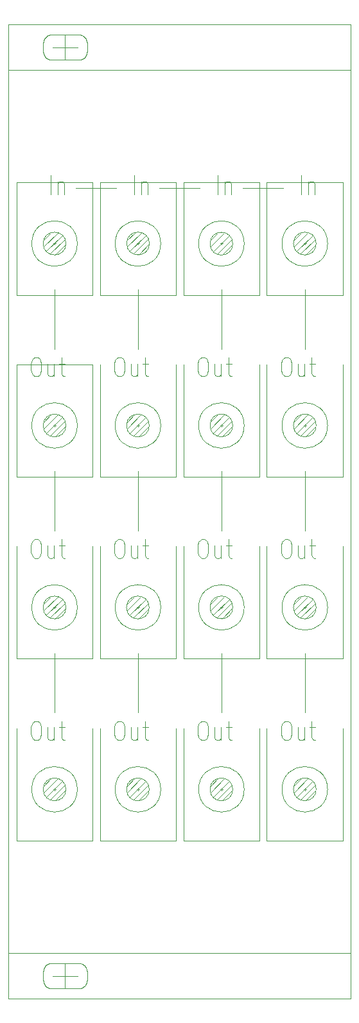
<source format=gbr>
G04 #@! TF.GenerationSoftware,KiCad,Pcbnew,(5.0.1)-4*
G04 #@! TF.CreationDate,2019-03-05T01:40:26-06:00*
G04 #@! TF.ProjectId,mult,6D756C742E6B696361645F7063620000,rev?*
G04 #@! TF.SameCoordinates,Original*
G04 #@! TF.FileFunction,Drawing*
%FSLAX46Y46*%
G04 Gerber Fmt 4.6, Leading zero omitted, Abs format (unit mm)*
G04 Created by KiCad (PCBNEW (5.0.1)-4) date 3/5/2019 1:40:26*
%MOMM*%
%LPD*%
G01*
G04 APERTURE LIST*
%ADD10C,0.010000*%
%ADD11C,0.120000*%
G04 APERTURE END LIST*
D10*
X-175429575Y157689707D02*
X-175429575Y29189707D01*
X-130337971Y157689707D02*
X-130337971Y29189707D01*
X-170899919Y154298298D02*
X-170900938Y154306046D01*
X-170905727Y154344815D02*
X-170906623Y154352575D01*
X-170902915Y154321548D02*
X-170903873Y154329302D01*
X-170904810Y154337058D02*
X-170905727Y154344815D01*
X-170903873Y154329302D02*
X-170904810Y154337058D01*
X-170900938Y154306046D02*
X-170901937Y154313796D01*
X-170901937Y154313796D02*
X-170902915Y154321548D01*
X-165595718Y156181399D02*
X-165591725Y156178835D01*
X-165568030Y156163065D02*
X-165564125Y156160371D01*
X-165611811Y156191463D02*
X-165607769Y156188975D01*
X-165632197Y156203615D02*
X-165628096Y156201223D01*
X-165571947Y156165740D02*
X-165568030Y156163065D01*
X-165583776Y156173653D02*
X-165579821Y156171034D01*
X-165537153Y156141005D02*
X-165533352Y156138166D01*
X-165591725Y156178835D02*
X-165587745Y156176254D01*
X-165540966Y156143826D02*
X-165537153Y156141005D01*
X-165548634Y156149414D02*
X-165544793Y156146629D01*
X-165544793Y156146629D02*
X-165540966Y156143826D01*
X-165636309Y156205988D02*
X-165632197Y156203615D01*
X-165607769Y156188975D02*
X-165603740Y156186468D01*
X-165552487Y156152181D02*
X-165548634Y156149414D01*
X-165603740Y156186468D02*
X-165599723Y156183943D01*
X-165556353Y156154929D02*
X-165552487Y156152181D01*
X-165564125Y156160371D02*
X-165560233Y156157660D01*
X-165579821Y156171034D02*
X-165575878Y156168396D01*
X-165619930Y156196381D02*
X-165615864Y156193931D01*
X-165644569Y156210676D02*
X-165640433Y156208342D01*
X-165648716Y156212991D02*
X-165644569Y156210676D01*
X-165657044Y156217563D02*
X-165652874Y156215287D01*
X-165560233Y156157660D02*
X-165556353Y156154929D01*
X-165575878Y156168396D02*
X-165571947Y156165740D01*
X-165652874Y156215287D02*
X-165648716Y156212991D01*
X-165587745Y156176254D02*
X-165583776Y156173653D01*
X-165615864Y156193931D02*
X-165611811Y156191463D01*
X-165661225Y156219819D02*
X-165657044Y156217563D01*
X-165640433Y156208342D02*
X-165636309Y156205988D01*
X-165624007Y156198811D02*
X-165619930Y156196381D01*
X-165628096Y156201223D02*
X-165624007Y156198811D01*
X-165599723Y156183943D02*
X-165595718Y156181399D01*
X-165725243Y156251293D02*
X-165720901Y156249335D01*
X-165733956Y156255148D02*
X-165729594Y156253230D01*
X-165738328Y156257045D02*
X-165733956Y156255148D01*
X-165742710Y156258921D02*
X-165738328Y156257045D01*
X-165747101Y156260777D02*
X-165742710Y156258921D01*
X-165796041Y156279827D02*
X-165791546Y156278200D01*
X-165751503Y156262613D02*
X-165747101Y156260777D01*
X-165769205Y156269748D02*
X-165764765Y156267995D01*
X-165760334Y156266222D02*
X-165755914Y156264428D01*
X-165778113Y156273192D02*
X-165773654Y156271480D01*
X-165791546Y156278200D02*
X-165787059Y156276551D01*
X-165682296Y156230808D02*
X-165678060Y156228650D01*
X-165665417Y156222056D02*
X-165661225Y156219819D01*
X-165669620Y156224274D02*
X-165665417Y156222056D01*
X-165782581Y156274882D02*
X-165778113Y156273192D01*
X-165673835Y156226472D02*
X-165669620Y156224274D01*
X-165686543Y156232946D02*
X-165682296Y156230808D01*
X-165729594Y156253230D02*
X-165725243Y156251293D01*
X-165712249Y156245358D02*
X-165707938Y156243340D01*
X-165703638Y156241301D02*
X-165699349Y156239242D01*
X-165720901Y156249335D02*
X-165716570Y156247357D01*
X-165787059Y156276551D02*
X-165782581Y156274882D01*
X-165800546Y156281434D02*
X-165796041Y156279827D01*
X-165755914Y156264428D02*
X-165751503Y156262613D01*
X-165678060Y156228650D02*
X-165673835Y156226472D01*
X-165695069Y156237163D02*
X-165690801Y156235065D01*
X-165716570Y156247357D02*
X-165712249Y156245358D01*
X-165764765Y156267995D02*
X-165760334Y156266222D01*
X-165773654Y156271480D02*
X-165769205Y156269748D01*
X-165690801Y156235065D02*
X-165686543Y156232946D01*
X-165699349Y156239242D02*
X-165695069Y156237163D01*
X-165707938Y156243340D02*
X-165703638Y156241301D01*
X-165827762Y156290627D02*
X-165823204Y156289148D01*
X-165846078Y156296329D02*
X-165841487Y156294936D01*
X-165859903Y156300378D02*
X-165855287Y156299050D01*
X-165873801Y156304232D02*
X-165869160Y156302969D01*
X-165934823Y156318639D02*
X-165930085Y156317665D01*
X-165925354Y156316668D02*
X-165920631Y156315648D01*
X-165949079Y156321427D02*
X-165944320Y156320521D01*
X-165915914Y156314607D02*
X-165911205Y156313542D01*
X-165920631Y156315648D02*
X-165915914Y156314607D01*
X-165832328Y156292085D02*
X-165827762Y156290627D01*
X-165836903Y156293521D02*
X-165832328Y156292085D01*
X-165887770Y156307889D02*
X-165883106Y156306692D01*
X-165850678Y156297700D02*
X-165846078Y156296329D01*
X-165883106Y156306692D02*
X-165878450Y156305473D01*
X-165878450Y156305473D02*
X-165873801Y156304232D01*
X-165864528Y156301685D02*
X-165859903Y156300378D01*
X-165906503Y156312456D02*
X-165901808Y156311348D01*
X-165892442Y156309064D02*
X-165887770Y156307889D01*
X-165809583Y156284583D02*
X-165805060Y156283019D01*
X-165805060Y156283019D02*
X-165800546Y156281434D01*
X-165814114Y156286126D02*
X-165809583Y156284583D01*
X-165901808Y156311348D02*
X-165897121Y156310217D01*
X-165855287Y156299050D02*
X-165850678Y156297700D01*
X-165823204Y156289148D02*
X-165818655Y156287648D01*
X-165869160Y156302969D02*
X-165864528Y156301685D01*
X-165911205Y156313542D02*
X-165906503Y156312456D01*
X-165930085Y156317665D02*
X-165925354Y156316668D01*
X-165841487Y156294936D02*
X-165836903Y156293521D01*
X-165939568Y156319591D02*
X-165934823Y156318639D01*
X-165897121Y156310217D02*
X-165892442Y156309064D01*
X-165818655Y156287648D02*
X-165814114Y156286126D01*
X-165944320Y156320521D02*
X-165939568Y156319591D01*
X-166045597Y156334741D02*
X-166040715Y156334297D01*
X-166065179Y156336283D02*
X-166060276Y156335933D01*
X-166084845Y156337443D02*
X-166079921Y156337189D01*
X-166104588Y156338219D02*
X-166099645Y156338061D01*
X-165963397Y156324012D02*
X-165958617Y156323173D01*
X-166001862Y156329896D02*
X-165997032Y156329241D01*
X-166075002Y156336910D02*
X-166070088Y156336608D01*
X-166030967Y156333337D02*
X-166026102Y156332822D01*
X-166050485Y156335162D02*
X-166045597Y156334741D01*
X-165968182Y156324828D02*
X-165963397Y156324012D01*
X-166035838Y156333829D02*
X-166030967Y156333337D01*
X-166011540Y156331137D02*
X-166006698Y156330528D01*
X-165987390Y156327862D02*
X-165982578Y156327138D01*
X-165972975Y156325621D02*
X-165968182Y156324828D01*
X-165992208Y156328563D02*
X-165987390Y156327862D01*
X-165977773Y156326391D02*
X-165972975Y156325621D01*
X-165997032Y156329241D02*
X-165992208Y156328563D01*
X-166079921Y156337189D02*
X-166075002Y156336910D01*
X-166006698Y156330528D02*
X-166001862Y156329896D01*
X-166094707Y156337879D02*
X-166089773Y156337673D01*
X-166040715Y156334297D02*
X-166035838Y156333829D01*
X-166089773Y156337673D02*
X-166084845Y156337443D01*
X-166021242Y156332284D02*
X-166016388Y156331722D01*
X-166026102Y156332822D02*
X-166021242Y156332284D01*
X-166016388Y156331722D02*
X-166011540Y156331137D01*
X-166060276Y156335933D02*
X-166055377Y156335559D01*
X-166055377Y156335559D02*
X-166050485Y156335162D01*
X-166099645Y156338061D02*
X-166094707Y156337879D01*
X-166070088Y156336608D02*
X-166065179Y156336283D01*
X-165953845Y156322312D02*
X-165949079Y156321427D01*
X-165958617Y156323173D02*
X-165953845Y156322312D01*
X-165982578Y156327138D02*
X-165977773Y156326391D01*
X-169857773Y156337673D02*
X-169852839Y156337879D01*
X-169823140Y156338607D02*
X-169818174Y156338644D01*
X-169877458Y156336608D02*
X-169872544Y156336910D01*
X-169901949Y156334741D02*
X-169897061Y156335162D01*
X-169828101Y156338547D02*
X-169823140Y156338607D01*
X-169842958Y156338219D02*
X-169838010Y156338352D01*
X-166109536Y156338352D02*
X-166104588Y156338219D01*
X-169852839Y156337879D02*
X-169847901Y156338061D01*
X-166114488Y156338462D02*
X-166109536Y156338352D01*
X-166124406Y156338607D02*
X-166119445Y156338547D01*
X-166119445Y156338547D02*
X-166114488Y156338462D01*
X-169906831Y156334297D02*
X-169901949Y156334741D01*
X-169872544Y156336910D02*
X-169867625Y156337189D01*
X-166129372Y156338644D02*
X-166124406Y156338607D01*
X-169867625Y156337189D02*
X-169862701Y156337443D01*
X-166134341Y156338656D02*
X-166129372Y156338644D01*
X-169818174Y156338644D02*
X-169813205Y156338656D01*
X-169838010Y156338352D02*
X-169833058Y156338462D01*
X-169887270Y156335933D02*
X-169882367Y156336283D01*
X-169916579Y156333337D02*
X-169911708Y156333829D01*
X-169921444Y156332822D02*
X-169916579Y156333337D01*
X-169931158Y156331722D02*
X-169926304Y156332284D01*
X-169813205Y156338656D02*
X-166134341Y156338656D01*
X-169833058Y156338462D02*
X-169828101Y156338547D01*
X-169926304Y156332284D02*
X-169921444Y156332822D01*
X-169847901Y156338061D02*
X-169842958Y156338219D01*
X-169882367Y156336283D02*
X-169877458Y156336608D01*
X-169936006Y156331137D02*
X-169931158Y156331722D01*
X-169911708Y156333829D02*
X-169906831Y156334297D01*
X-169892168Y156335559D02*
X-169887270Y156335933D01*
X-169897061Y156335162D02*
X-169892168Y156335559D01*
X-169862701Y156337443D02*
X-169857773Y156337673D01*
X-170007977Y156319591D02*
X-170003225Y156320521D01*
X-170017460Y156317665D02*
X-170012722Y156318639D01*
X-170022191Y156316668D02*
X-170017460Y156317665D01*
X-170026915Y156315648D02*
X-170022191Y156316668D01*
X-170031632Y156314607D02*
X-170026915Y156315648D01*
X-170083018Y156301685D02*
X-170078385Y156302969D01*
X-170036341Y156313542D02*
X-170031632Y156314607D01*
X-170055104Y156309064D02*
X-170050424Y156310217D01*
X-170045737Y156311348D02*
X-170041043Y156312456D01*
X-170064440Y156306692D02*
X-170059776Y156307889D01*
X-170078385Y156302969D02*
X-170073745Y156304232D01*
X-169960156Y156327862D02*
X-169955338Y156328563D01*
X-169940848Y156330528D02*
X-169936006Y156331137D01*
X-169945684Y156329896D02*
X-169940848Y156330528D01*
X-170069096Y156305473D02*
X-170064440Y156306692D01*
X-169950514Y156329241D02*
X-169945684Y156329896D01*
X-169964967Y156327138D02*
X-169960156Y156327862D01*
X-170012722Y156318639D02*
X-170007977Y156319591D01*
X-169993701Y156322312D02*
X-169988928Y156323173D01*
X-169984149Y156324012D02*
X-169979364Y156324828D01*
X-170003225Y156320521D02*
X-169998466Y156321427D01*
X-170073745Y156304232D02*
X-170069096Y156305473D01*
X-170087642Y156300378D02*
X-170083018Y156301685D01*
X-170041043Y156312456D02*
X-170036341Y156313542D01*
X-169955338Y156328563D02*
X-169950514Y156329241D01*
X-169974571Y156325621D02*
X-169969773Y156326391D01*
X-169998466Y156321427D02*
X-169993701Y156322312D01*
X-170050424Y156310217D02*
X-170045737Y156311348D01*
X-170059776Y156307889D02*
X-170055104Y156309064D01*
X-169969773Y156326391D02*
X-169964967Y156327138D01*
X-169979364Y156324828D02*
X-169974571Y156325621D01*
X-169988928Y156323173D02*
X-169984149Y156324012D01*
X-170115217Y156292085D02*
X-170110642Y156293521D01*
X-170133431Y156286126D02*
X-170128891Y156287648D01*
X-170146999Y156281434D02*
X-170142485Y156283019D01*
X-170160486Y156276551D02*
X-170156000Y156278200D01*
X-170217951Y156253230D02*
X-170213589Y156255148D01*
X-170209217Y156257045D02*
X-170204836Y156258921D01*
X-170230975Y156247357D02*
X-170226644Y156249335D01*
X-170200444Y156260777D02*
X-170196043Y156262613D01*
X-170204836Y156258921D02*
X-170200444Y156260777D01*
X-170119784Y156290627D02*
X-170115217Y156292085D01*
X-170124341Y156289148D02*
X-170119784Y156290627D01*
X-170173891Y156271480D02*
X-170169432Y156273192D01*
X-170137963Y156284583D02*
X-170133431Y156286126D01*
X-170169432Y156273192D02*
X-170164964Y156274882D01*
X-170164964Y156274882D02*
X-170160486Y156276551D01*
X-170151504Y156279827D02*
X-170146999Y156281434D01*
X-170191632Y156264428D02*
X-170187211Y156266222D01*
X-170178340Y156269748D02*
X-170173891Y156271480D01*
X-170096867Y156297700D02*
X-170092259Y156299050D01*
X-170092259Y156299050D02*
X-170087642Y156300378D01*
X-170101467Y156296329D02*
X-170096867Y156297700D01*
X-170187211Y156266222D02*
X-170182780Y156267995D01*
X-170142485Y156283019D02*
X-170137963Y156284583D01*
X-170110642Y156293521D02*
X-170106059Y156294936D01*
X-170156000Y156278200D02*
X-170151504Y156279827D01*
X-170196043Y156262613D02*
X-170191632Y156264428D01*
X-170213589Y156255148D02*
X-170209217Y156257045D01*
X-170128891Y156287648D02*
X-170124341Y156289148D01*
X-170222302Y156251293D02*
X-170217951Y156253230D01*
X-170182780Y156267995D02*
X-170178340Y156269748D01*
X-170106059Y156294936D02*
X-170101467Y156296329D01*
X-170226644Y156249335D02*
X-170222302Y156251293D01*
X-170315348Y156203615D02*
X-170311235Y156205988D01*
X-170331680Y156193931D02*
X-170327615Y156196381D01*
X-170347822Y156183943D02*
X-170343804Y156186468D01*
X-170363768Y156173653D02*
X-170359800Y156176254D01*
X-170243907Y156241301D02*
X-170239607Y156243340D01*
X-170277924Y156224274D02*
X-170273710Y156226472D01*
X-170339775Y156188975D02*
X-170335734Y156191463D01*
X-170302976Y156210676D02*
X-170298829Y156212991D01*
X-170319448Y156201223D02*
X-170315348Y156203615D01*
X-170248196Y156239242D02*
X-170243907Y156241301D01*
X-170307111Y156208342D02*
X-170302976Y156210676D01*
X-170286320Y156219819D02*
X-170282128Y156222056D01*
X-170265249Y156230808D02*
X-170261002Y156232946D01*
X-170252476Y156237163D02*
X-170248196Y156239242D01*
X-170269485Y156228650D02*
X-170265249Y156230808D01*
X-170256744Y156235065D02*
X-170252476Y156237163D01*
X-170273710Y156226472D02*
X-170269485Y156228650D01*
X-170343804Y156186468D02*
X-170339775Y156188975D01*
X-170282128Y156222056D02*
X-170277924Y156224274D01*
X-170355819Y156178835D02*
X-170351827Y156181399D01*
X-170311235Y156205988D02*
X-170307111Y156208342D01*
X-170351827Y156181399D02*
X-170347822Y156183943D01*
X-170294670Y156215287D02*
X-170290501Y156217563D01*
X-170298829Y156212991D02*
X-170294670Y156215287D01*
X-170290501Y156217563D02*
X-170286320Y156219819D01*
X-170327615Y156196381D02*
X-170323537Y156198811D01*
X-170323537Y156198811D02*
X-170319448Y156201223D01*
X-170359800Y156176254D02*
X-170355819Y156178835D01*
X-170335734Y156191463D02*
X-170331680Y156193931D01*
X-170235296Y156245358D02*
X-170230975Y156247357D01*
X-170239607Y156243340D02*
X-170235296Y156245358D01*
X-170261002Y156232946D02*
X-170256744Y156235065D01*
X-170425513Y156129540D02*
X-170421753Y156132433D01*
X-170398911Y156149414D02*
X-170395057Y156152181D01*
X-170440418Y156117789D02*
X-170436712Y156120753D01*
X-170458736Y156102702D02*
X-170455101Y156105754D01*
X-170402751Y156146629D02*
X-170398911Y156149414D01*
X-170414192Y156138166D02*
X-170410392Y156141005D01*
X-170367723Y156171034D02*
X-170363768Y156173653D01*
X-170421753Y156132433D02*
X-170417979Y156135308D01*
X-170371666Y156168396D02*
X-170367723Y156171034D01*
X-170379515Y156163065D02*
X-170375597Y156165740D01*
X-170375597Y156165740D02*
X-170371666Y156168396D01*
X-170462358Y156099632D02*
X-170458736Y156102702D01*
X-170436712Y156120753D02*
X-170432993Y156123700D01*
X-170383420Y156160371D02*
X-170379515Y156163065D01*
X-170432993Y156123700D02*
X-170429260Y156126629D01*
X-170387312Y156157660D02*
X-170383420Y156160371D01*
X-170395057Y156152181D02*
X-170391191Y156154929D01*
X-170410392Y156141005D02*
X-170406578Y156143826D01*
X-170447787Y156111807D02*
X-170444109Y156114807D01*
X-170469558Y156093440D02*
X-170465965Y156096545D01*
X-170473136Y156090318D02*
X-170469558Y156093440D01*
X-170480250Y156084023D02*
X-170476700Y156087179D01*
X-170391191Y156154929D02*
X-170387312Y156157660D01*
X-170406578Y156143826D02*
X-170402751Y156146629D01*
X-170476700Y156087179D02*
X-170473136Y156090318D01*
X-170417979Y156135308D02*
X-170414192Y156138166D01*
X-170444109Y156114807D02*
X-170440418Y156117789D01*
X-170483785Y156080849D02*
X-170480250Y156084023D01*
X-170465965Y156096545D02*
X-170462358Y156099632D01*
X-170451451Y156108789D02*
X-170447787Y156111807D01*
X-170455101Y156105754D02*
X-170451451Y156108789D01*
X-170429260Y156126629D02*
X-170425513Y156129540D01*
X-170514931Y156051524D02*
X-170511531Y156054849D01*
X-170535012Y156031221D02*
X-170531704Y156034646D01*
X-170501238Y156064726D02*
X-170497777Y156067985D01*
X-170544841Y156020847D02*
X-170541580Y156024322D01*
X-170487305Y156077659D02*
X-170483785Y156080849D01*
X-170490811Y156074451D02*
X-170487305Y156077659D01*
X-170494301Y156071226D02*
X-170490811Y156074451D01*
X-170497777Y156067985D02*
X-170494301Y156071226D01*
X-170538304Y156027779D02*
X-170535012Y156031221D01*
X-170525041Y156041447D02*
X-170521687Y156044822D01*
X-170504684Y156061451D02*
X-170501238Y156064726D01*
X-170508115Y156058159D02*
X-170504684Y156061451D01*
X-170511531Y156054849D02*
X-170508115Y156058159D01*
X-170531704Y156034646D02*
X-170528380Y156038055D01*
X-170518317Y156048181D02*
X-170514931Y156051524D01*
X-170528380Y156038055D02*
X-170525041Y156041447D01*
X-170521687Y156044822D02*
X-170518317Y156048181D01*
X-170541580Y156024322D02*
X-170538304Y156027779D01*
X-170597785Y155959343D02*
X-170594803Y155963087D01*
X-170560904Y156003235D02*
X-170557724Y156006789D01*
X-170567216Y155996077D02*
X-170564068Y155999664D01*
X-170585758Y155974224D02*
X-170582709Y155977906D01*
X-170626648Y155921067D02*
X-170623840Y155924963D01*
X-170634964Y155909291D02*
X-170632210Y155913231D01*
X-170573463Y155988856D02*
X-170570348Y155992474D01*
X-170576562Y155985222D02*
X-170573463Y155988856D01*
X-170618172Y155932709D02*
X-170615312Y155936560D01*
X-170582709Y155977906D02*
X-170579644Y155981572D01*
X-170600749Y155955584D02*
X-170597785Y155959343D01*
X-170612434Y155940395D02*
X-170609538Y155944215D01*
X-170621015Y155928843D02*
X-170618172Y155932709D01*
X-170640419Y155901366D02*
X-170637701Y155905336D01*
X-170637701Y155905336D02*
X-170634964Y155909291D01*
X-170606626Y155948020D02*
X-170603696Y155951810D01*
X-170609538Y155944215D02*
X-170606626Y155948020D01*
X-170629438Y155917157D02*
X-170626648Y155921067D01*
X-170594803Y155963087D02*
X-170591805Y155966815D01*
X-170548085Y156017357D02*
X-170544841Y156020847D01*
X-170579644Y155981572D02*
X-170576562Y155985222D01*
X-170588790Y155970527D02*
X-170585758Y155974224D01*
X-170623840Y155924963D02*
X-170621015Y155928843D01*
X-170557724Y156006789D02*
X-170554527Y156010328D01*
X-170603696Y155951810D02*
X-170600749Y155955584D01*
X-170591805Y155966815D02*
X-170588790Y155970527D01*
X-170632210Y155913231D02*
X-170629438Y155917157D01*
X-170564068Y155999664D02*
X-170560904Y156003235D01*
X-170570348Y155992474D02*
X-170567216Y155996077D01*
X-170615312Y155936560D02*
X-170612434Y155940395D01*
X-170551314Y156013851D02*
X-170548085Y156017357D01*
X-170554527Y156010328D02*
X-170551314Y156013851D01*
X-170645801Y155893383D02*
X-170643119Y155897382D01*
X-170658937Y155873169D02*
X-170656347Y155877241D01*
X-170664063Y155864983D02*
X-170661509Y155869083D01*
X-170693224Y155814681D02*
X-170690900Y155818949D01*
X-170669113Y155856739D02*
X-170666597Y155860868D01*
X-170676547Y155844268D02*
X-170674088Y155848439D01*
X-170702327Y155797471D02*
X-170700080Y155801794D01*
X-170715385Y155771254D02*
X-170713259Y155775657D01*
X-170661509Y155869083D02*
X-170658937Y155873169D01*
X-170651111Y155885341D02*
X-170648465Y155889369D01*
X-170717491Y155766838D02*
X-170715385Y155771254D01*
X-170706759Y155788786D02*
X-170704553Y155793135D01*
X-170695529Y155810399D02*
X-170693224Y155814681D01*
X-170653738Y155881298D02*
X-170651111Y155885341D01*
X-170697815Y155806103D02*
X-170695529Y155810399D01*
X-170683810Y155831671D02*
X-170681408Y155835884D01*
X-170678987Y155840083D02*
X-170676547Y155844268D01*
X-170690900Y155818949D02*
X-170688556Y155823203D01*
X-170700080Y155801794D02*
X-170697815Y155806103D01*
X-170686193Y155827444D02*
X-170683810Y155831671D01*
X-170704553Y155793135D02*
X-170702327Y155797471D01*
X-170688556Y155823203D02*
X-170686193Y155827444D01*
X-170711112Y155780046D02*
X-170708946Y155784423D01*
X-170713259Y155775657D02*
X-170711112Y155780046D01*
X-170643119Y155897382D02*
X-170640419Y155901366D01*
X-170656347Y155877241D02*
X-170653738Y155881298D01*
X-170666597Y155860868D02*
X-170664063Y155864983D01*
X-170708946Y155784423D02*
X-170706759Y155788786D01*
X-170671610Y155852596D02*
X-170669113Y155856739D01*
X-170648465Y155889369D02*
X-170645801Y155893383D01*
X-170674088Y155848439D02*
X-170671610Y155852596D01*
X-170681408Y155835884D02*
X-170678987Y155840083D01*
X-170779830Y155603791D02*
X-170777369Y155611294D01*
X-170755271Y155675819D02*
X-170753583Y155680489D01*
X-170762169Y155656207D02*
X-170759563Y155663675D01*
X-170748389Y155694425D02*
X-170746615Y155699046D01*
X-170764754Y155648734D02*
X-170762169Y155656207D01*
X-170772385Y155626286D02*
X-170769861Y155633774D01*
X-170733606Y155731040D02*
X-170731664Y155735560D01*
X-170777369Y155611294D02*
X-170774887Y155618792D01*
X-170723688Y155753511D02*
X-170721643Y155757966D01*
X-170751873Y155685147D02*
X-170750142Y155689792D01*
X-170719577Y155762409D02*
X-170717491Y155766838D01*
X-170721643Y155757966D02*
X-170719577Y155762409D01*
X-170725713Y155749042D02*
X-170723688Y155753511D01*
X-170727717Y155744561D02*
X-170725713Y155749042D01*
X-170784691Y155588770D02*
X-170782271Y155596283D01*
X-170729701Y155740067D02*
X-170727717Y155744561D01*
X-170735527Y155726507D02*
X-170733606Y155731040D01*
X-170759563Y155663675D02*
X-170756937Y155671137D01*
X-170739308Y155717404D02*
X-170737428Y155721962D01*
X-170741166Y155712833D02*
X-170739308Y155717404D01*
X-170769861Y155633774D02*
X-170767318Y155641257D01*
X-170753583Y155680489D02*
X-170751873Y155685147D01*
X-170731664Y155735560D02*
X-170729701Y155740067D01*
X-170750142Y155689792D02*
X-170748389Y155694425D01*
X-170737428Y155721962D02*
X-170735527Y155726507D01*
X-170767318Y155641257D02*
X-170764754Y155648734D01*
X-170774887Y155618792D02*
X-170772385Y155626286D01*
X-170743004Y155708250D02*
X-170741166Y155712833D01*
X-170744820Y155703654D02*
X-170743004Y155708250D01*
X-170746615Y155699046D02*
X-170744820Y155703654D01*
X-170756937Y155671137D02*
X-170755271Y155675819D01*
X-170782271Y155596283D02*
X-170779830Y155603791D01*
X-170838500Y155399480D02*
X-170836594Y155407102D01*
X-170849498Y155353672D02*
X-170847717Y155361316D01*
X-170789469Y155573730D02*
X-170787091Y155581252D01*
X-170801055Y155536046D02*
X-170798779Y155543592D01*
X-170834669Y155414720D02*
X-170832722Y155422333D01*
X-170787091Y155581252D02*
X-170784691Y155588770D01*
X-170791828Y155566202D02*
X-170789469Y155573730D01*
X-170820611Y155467933D02*
X-170818521Y155475518D01*
X-170845914Y155368956D02*
X-170844092Y155376593D01*
X-170803310Y155528496D02*
X-170801055Y155536046D01*
X-170851259Y155346025D02*
X-170849498Y155353672D01*
X-170826760Y155445151D02*
X-170824731Y155452749D01*
X-170794165Y155558670D02*
X-170791828Y155566202D01*
X-170805545Y155520941D02*
X-170803310Y155528496D01*
X-170807759Y155513381D02*
X-170805545Y155520941D01*
X-170818521Y155475518D02*
X-170816410Y155483099D01*
X-170809953Y155505817D02*
X-170807759Y155513381D01*
X-170847717Y155361316D02*
X-170845914Y155368956D01*
X-170840384Y155391855D02*
X-170838500Y155399480D01*
X-170814278Y155490676D02*
X-170812126Y155498249D01*
X-170822681Y155460343D02*
X-170820611Y155467933D01*
X-170828768Y155437549D02*
X-170826760Y155445151D01*
X-170844092Y155376593D02*
X-170842248Y155384226D01*
X-170836594Y155407102D02*
X-170834669Y155414720D01*
X-170812126Y155498249D02*
X-170809953Y155505817D01*
X-170816410Y155483099D02*
X-170814278Y155490676D01*
X-170824731Y155452749D02*
X-170822681Y155460343D01*
X-170842248Y155384226D02*
X-170840384Y155391855D01*
X-170832722Y155422333D02*
X-170830755Y155429943D01*
X-170796483Y155551134D02*
X-170794165Y155558670D01*
X-170798779Y155543592D02*
X-170796483Y155551134D01*
X-170830755Y155429943D02*
X-170828768Y155437549D01*
X-170878045Y155215514D02*
X-170876634Y155223216D01*
X-170859755Y155307736D02*
X-170858097Y155315400D01*
X-170863010Y155292397D02*
X-170861393Y155300068D01*
X-170872278Y155246303D02*
X-170870785Y155253993D01*
X-170891021Y155138350D02*
X-170889816Y155146078D01*
X-170894512Y155115152D02*
X-170893369Y155122887D01*
X-170866181Y155277045D02*
X-170864606Y155284722D01*
X-170867736Y155269364D02*
X-170866181Y155277045D01*
X-170887344Y155161527D02*
X-170886078Y155169247D01*
X-170870785Y155253993D02*
X-170869271Y155261680D01*
X-170879435Y155207810D02*
X-170878045Y155215514D01*
X-170884790Y155176965D02*
X-170883483Y155184680D01*
X-170888590Y155153804D02*
X-170887344Y155161527D01*
X-170896736Y155099676D02*
X-170895635Y155107415D01*
X-170895635Y155107415D02*
X-170894512Y155115152D01*
X-170882154Y155192393D02*
X-170880805Y155200103D01*
X-170883483Y155184680D02*
X-170882154Y155192393D01*
X-170892205Y155130620D02*
X-170891021Y155138350D01*
X-170876634Y155223216D02*
X-170875203Y155230915D01*
X-170853000Y155338374D02*
X-170851259Y155346025D01*
X-170869271Y155261680D02*
X-170867736Y155269364D01*
X-170873751Y155238610D02*
X-170872278Y155246303D01*
X-170889816Y155146078D02*
X-170888590Y155153804D01*
X-170858097Y155315400D02*
X-170856419Y155323061D01*
X-170880805Y155200103D02*
X-170879435Y155207810D01*
X-170875203Y155230915D02*
X-170873751Y155238610D01*
X-170893369Y155122887D02*
X-170892205Y155130620D01*
X-170861393Y155300068D02*
X-170859755Y155307736D01*
X-170864606Y155284722D02*
X-170863010Y155292397D01*
X-170886078Y155169247D02*
X-170884790Y155176965D01*
X-170854719Y155330719D02*
X-170853000Y155338374D01*
X-170856419Y155323061D02*
X-170854719Y155330719D01*
X-170898878Y155084190D02*
X-170897818Y155091934D01*
X-170903873Y155045440D02*
X-170902915Y155053194D01*
X-170905727Y155029927D02*
X-170904810Y155037685D01*
X-170915119Y154936704D02*
X-170914449Y154944481D01*
X-170907498Y155014406D02*
X-170906623Y155022167D01*
X-170910001Y154991112D02*
X-170909187Y154998878D01*
X-170917590Y154905584D02*
X-170917003Y154913366D01*
X-170920680Y154858869D02*
X-170920217Y154866658D01*
X-170904810Y155037685D02*
X-170903873Y155045440D01*
X-170900938Y155068696D02*
X-170899919Y155076444D01*
X-170921123Y154851080D02*
X-170920680Y154858869D01*
X-170918703Y154890016D02*
X-170918157Y154897801D01*
X-170915768Y154928926D02*
X-170915119Y154936704D01*
X-170901937Y155060946D02*
X-170900938Y155068696D01*
X-170916396Y154921146D02*
X-170915768Y154928926D01*
X-170912318Y154967803D02*
X-170911566Y154975574D01*
X-170910794Y154983344D02*
X-170910001Y154991112D01*
X-170914449Y154944481D02*
X-170913759Y154952256D01*
X-170917003Y154913366D02*
X-170916396Y154921146D01*
X-170913049Y154960030D02*
X-170912318Y154967803D01*
X-170918157Y154897801D02*
X-170917590Y154905584D01*
X-170913759Y154952256D02*
X-170913049Y154960030D01*
X-170919732Y154874445D02*
X-170919228Y154882231D01*
X-170920217Y154866658D02*
X-170919732Y154874445D01*
X-170897818Y155091934D02*
X-170896736Y155099676D01*
X-170902915Y155053194D02*
X-170901937Y155060946D01*
X-170906623Y155022167D02*
X-170905727Y155029927D01*
X-170919228Y154882231D02*
X-170918703Y154890016D01*
X-170908353Y155006643D02*
X-170907498Y155014406D01*
X-170899919Y155076444D02*
X-170898878Y155084190D01*
X-170909187Y154998878D02*
X-170908353Y155006643D01*
X-170911566Y154975574D02*
X-170910794Y154983344D01*
X-170924830Y154617188D02*
X-170925005Y154624985D01*
X-170925654Y154695170D02*
X-170925623Y154702968D01*
X-170925623Y154671774D02*
X-170925654Y154679572D01*
X-170925407Y154726364D02*
X-170925294Y154734162D01*
X-170925572Y154663975D02*
X-170925623Y154671774D01*
X-170925294Y154640580D02*
X-170925407Y154648378D01*
X-170923924Y154788739D02*
X-170923646Y154796534D01*
X-170925005Y154624985D02*
X-170925160Y154632782D01*
X-170922328Y154827708D02*
X-170921947Y154835499D01*
X-170925572Y154710767D02*
X-170925500Y154718566D01*
X-170921545Y154843290D02*
X-170921123Y154851080D01*
X-170921947Y154835499D02*
X-170921545Y154843290D01*
X-170922688Y154819915D02*
X-170922328Y154827708D01*
X-170923028Y154812122D02*
X-170922688Y154819915D01*
X-170924418Y154601594D02*
X-170924634Y154609391D01*
X-170923347Y154804329D02*
X-170923028Y154812122D01*
X-170924181Y154780944D02*
X-170923924Y154788739D01*
X-170925654Y154679572D02*
X-170925664Y154687371D01*
X-170924634Y154765351D02*
X-170924418Y154773148D01*
X-170924830Y154757555D02*
X-170924634Y154765351D01*
X-170925407Y154648378D02*
X-170925500Y154656177D01*
X-170925623Y154702968D02*
X-170925572Y154710767D01*
X-170923646Y154796534D02*
X-170923347Y154804329D01*
X-170925500Y154718566D02*
X-170925407Y154726364D01*
X-170924418Y154773148D02*
X-170924181Y154780944D01*
X-170925500Y154656177D02*
X-170925572Y154663975D01*
X-170925160Y154632782D02*
X-170925294Y154640580D01*
X-170925005Y154749757D02*
X-170924830Y154757555D01*
X-170925160Y154741960D02*
X-170925005Y154749757D01*
X-170925294Y154734162D02*
X-170925160Y154741960D01*
X-170925664Y154687371D02*
X-170925654Y154695170D01*
X-170924634Y154609391D02*
X-170924830Y154617188D01*
X-170912318Y154406939D02*
X-170913049Y154414712D01*
X-170907498Y154360336D02*
X-170908353Y154368099D01*
X-170923924Y154586003D02*
X-170924181Y154593798D01*
X-170922328Y154547034D02*
X-170922688Y154554827D01*
X-170913759Y154422486D02*
X-170914449Y154430261D01*
X-170924181Y154593798D02*
X-170924418Y154601594D01*
X-170923646Y154578208D02*
X-170923924Y154586003D01*
X-170918157Y154476942D02*
X-170918703Y154484726D01*
X-170909187Y154375864D02*
X-170910001Y154383631D01*
X-170921947Y154539243D02*
X-170922328Y154547034D01*
X-170906623Y154352575D02*
X-170907498Y154360336D01*
X-170916396Y154453596D02*
X-170917003Y154461377D01*
X-170923347Y154570414D02*
X-170923646Y154578208D01*
X-170921545Y154531452D02*
X-170921947Y154539243D01*
X-170921123Y154523662D02*
X-170921545Y154531452D01*
X-170918703Y154484726D02*
X-170919228Y154492511D01*
X-170920680Y154515873D02*
X-170921123Y154523662D01*
X-170908353Y154368099D02*
X-170909187Y154375864D01*
X-170911566Y154399168D02*
X-170912318Y154406939D01*
X-170919732Y154500297D02*
X-170920217Y154508085D01*
X-170917590Y154469159D02*
X-170918157Y154476942D01*
X-170915768Y154445817D02*
X-170916396Y154453596D01*
X-170910001Y154383631D02*
X-170910794Y154391399D01*
X-170913049Y154414712D02*
X-170913759Y154422486D01*
X-170920217Y154508085D02*
X-170920680Y154515873D01*
X-170919228Y154492511D02*
X-170919732Y154500297D01*
X-170917003Y154461377D02*
X-170917590Y154469159D01*
X-170910794Y154391399D02*
X-170911566Y154399168D01*
X-170914449Y154430261D02*
X-170915119Y154438038D01*
X-170923028Y154562620D02*
X-170923347Y154570414D01*
X-170922688Y154554827D02*
X-170923028Y154562620D01*
X-170915119Y154438038D02*
X-170915768Y154445817D01*
X-165499757Y153262937D02*
X-165503435Y153259937D01*
X-165556353Y153219814D02*
X-165560233Y153217084D01*
X-165481579Y153278199D02*
X-165485186Y153275111D01*
X-165477986Y153281303D02*
X-165481579Y153278199D01*
X-165552487Y153222563D02*
X-165556353Y153219814D01*
X-165529565Y153239435D02*
X-165533352Y153236578D01*
X-165503435Y153259937D02*
X-165507126Y153256955D01*
X-165548634Y153225329D02*
X-165552487Y153222563D01*
X-165507126Y153256955D02*
X-165510832Y153253991D01*
X-165544793Y153228114D02*
X-165548634Y153225329D01*
X-165533352Y153236578D02*
X-165537153Y153233739D01*
X-165522031Y153245204D02*
X-165525791Y153242311D01*
X-165492443Y153268989D02*
X-165496093Y153265954D01*
X-165540966Y153230917D02*
X-165544793Y153228114D01*
X-165537153Y153233739D02*
X-165540966Y153230917D01*
X-165525791Y153242311D02*
X-165529565Y153239435D01*
X-165518284Y153248115D02*
X-165522031Y153245204D01*
X-165496093Y153265954D02*
X-165499757Y153262937D01*
X-165514551Y153251044D02*
X-165518284Y153248115D01*
X-165510832Y153253991D02*
X-165514551Y153251044D01*
X-165488808Y153272042D02*
X-165492443Y153268989D01*
X-165485186Y153275111D02*
X-165488808Y153272042D01*
X-165419163Y153336689D02*
X-165422502Y153333297D01*
X-165399458Y153357387D02*
X-165402703Y153353896D01*
X-165449766Y153306759D02*
X-165453242Y153303517D01*
X-165425857Y153329922D02*
X-165429227Y153326562D01*
X-165389820Y153367955D02*
X-165393016Y153364416D01*
X-165405963Y153350422D02*
X-165409240Y153346964D01*
X-165393016Y153364416D02*
X-165396229Y153360893D01*
X-165374080Y153385888D02*
X-165377195Y153382269D01*
X-165386639Y153371509D02*
X-165389820Y153367955D01*
X-165380327Y153378667D02*
X-165383475Y153375080D01*
X-165396229Y153360893D02*
X-165399458Y153357387D01*
X-165439428Y153316585D02*
X-165442859Y153313293D01*
X-165467294Y153290721D02*
X-165470843Y153287564D01*
X-165463759Y153293894D02*
X-165467294Y153290721D01*
X-165460239Y153297085D02*
X-165463759Y153293894D01*
X-165453242Y153303517D02*
X-165456733Y153300293D01*
X-165456733Y153300293D02*
X-165460239Y153297085D01*
X-165402703Y153353896D02*
X-165405963Y153350422D01*
X-165415840Y153340098D02*
X-165419163Y153336689D01*
X-165446305Y153310018D02*
X-165449766Y153306759D01*
X-165436013Y153319894D02*
X-165439428Y153316585D01*
X-165422502Y153333297D02*
X-165425857Y153329922D01*
X-165409240Y153346964D02*
X-165412532Y153343523D01*
X-165383475Y153375080D02*
X-165386639Y153371509D01*
X-165442859Y153313293D02*
X-165446305Y153310018D01*
X-165429227Y153326562D02*
X-165432612Y153323220D01*
X-165412532Y153343523D02*
X-165415840Y153340098D01*
X-165377195Y153382269D02*
X-165380327Y153378667D01*
X-165370981Y153389522D02*
X-165374080Y153385888D01*
X-165474407Y153284425D02*
X-165477986Y153281303D01*
X-165470843Y153287564D02*
X-165474407Y153284425D01*
X-165432612Y153323220D02*
X-165436013Y153319894D01*
X-165343847Y153422934D02*
X-165346794Y153419160D01*
X-165355738Y153407929D02*
X-165358753Y153404216D01*
X-165340917Y153426724D02*
X-165343847Y153422934D01*
X-165335109Y153434349D02*
X-165338005Y153430529D01*
X-165315333Y153461512D02*
X-165318105Y153457587D01*
X-165307124Y153473377D02*
X-165309842Y153469408D01*
X-165323703Y153449781D02*
X-165326528Y153445900D01*
X-165283480Y153509761D02*
X-165286033Y153505660D01*
X-165280946Y153513875D02*
X-165283480Y153509761D01*
X-165332231Y153438184D02*
X-165335109Y153434349D01*
X-165329371Y153442035D02*
X-165332231Y153438184D01*
X-165299078Y153485375D02*
X-165301741Y153481361D01*
X-165320895Y153453676D02*
X-165323703Y153449781D01*
X-165301741Y153481361D02*
X-165304424Y153477362D01*
X-165304424Y153477362D02*
X-165307124Y153473377D01*
X-165312579Y153465453D02*
X-165315333Y153461512D01*
X-165288605Y153501575D02*
X-165291196Y153497503D01*
X-165296432Y153489403D02*
X-165299078Y153485375D01*
X-165346794Y153419160D02*
X-165349759Y153415401D01*
X-165361785Y153400519D02*
X-165364834Y153396838D01*
X-165352740Y153411657D02*
X-165355738Y153407929D01*
X-165291196Y153497503D02*
X-165293805Y153493446D01*
X-165318105Y153457587D02*
X-165320895Y153453676D01*
X-165349759Y153415401D02*
X-165352740Y153411657D01*
X-165338005Y153430529D02*
X-165340917Y153426724D01*
X-165309842Y153469408D02*
X-165312579Y153465453D01*
X-165286033Y153505660D02*
X-165288605Y153501575D01*
X-165367899Y153393172D02*
X-165370981Y153389522D01*
X-165326528Y153445900D02*
X-165329371Y153442035D01*
X-165293805Y153493446D02*
X-165296432Y153489403D01*
X-165364834Y153396838D02*
X-165367899Y153393172D01*
X-165358753Y153404216D02*
X-165361785Y153400519D01*
X-165221830Y153625700D02*
X-165223854Y153621232D01*
X-165273455Y153526304D02*
X-165275933Y153522147D01*
X-165249728Y153568640D02*
X-165252013Y153564344D01*
X-165213937Y153643703D02*
X-165215879Y153639183D01*
X-165266135Y153538859D02*
X-165268556Y153534660D01*
X-165240783Y153585957D02*
X-165242990Y153581608D01*
X-165210115Y153652781D02*
X-165212015Y153648236D01*
X-165227965Y153612334D02*
X-165230051Y153607905D01*
X-165219825Y153630182D02*
X-165221830Y153625700D01*
X-165275933Y153522147D02*
X-165278430Y153518004D01*
X-165225900Y153616777D02*
X-165227965Y153612334D01*
X-165236430Y153594697D02*
X-165238597Y153590320D01*
X-165247462Y153572949D02*
X-165249728Y153568640D01*
X-165263733Y153543072D02*
X-165266135Y153538859D01*
X-165245216Y153577272D02*
X-165247462Y153572949D01*
X-165258987Y153551540D02*
X-165261350Y153547299D01*
X-165256643Y153555794D02*
X-165258987Y153551540D01*
X-165252013Y153564344D02*
X-165254318Y153560063D01*
X-165242990Y153581608D02*
X-165245216Y153577272D01*
X-165238597Y153590320D02*
X-165240783Y153585957D01*
X-165223854Y153621232D02*
X-165225900Y153616777D01*
X-165254318Y153560063D02*
X-165256643Y153555794D01*
X-165232157Y153603489D02*
X-165234284Y153599086D01*
X-165230051Y153607905D02*
X-165232157Y153603489D01*
X-165270996Y153530475D02*
X-165273455Y153526304D01*
X-165215879Y153639183D02*
X-165217842Y153634676D01*
X-165234284Y153599086D02*
X-165236430Y153594697D01*
X-165217842Y153634676D02*
X-165219825Y153630182D01*
X-165212015Y153648236D02*
X-165213937Y153643703D01*
X-165278430Y153518004D02*
X-165280946Y153513875D01*
X-165268556Y153534660D02*
X-165270996Y153530475D01*
X-165261350Y153547299D02*
X-165263733Y153543072D01*
X-165162851Y153785972D02*
X-165165272Y153778459D01*
X-165177681Y153740969D02*
X-165180225Y153733486D01*
X-165170174Y153763448D02*
X-165172655Y153755950D01*
X-165153377Y153816072D02*
X-165155715Y153808540D01*
X-165139783Y153861361D02*
X-165141997Y153853802D01*
X-165141997Y153853802D02*
X-165144232Y153846247D01*
X-165208235Y153657339D02*
X-165210115Y153652781D01*
X-165165272Y153778459D02*
X-165167712Y153770951D01*
X-165206376Y153661910D02*
X-165208235Y153657339D01*
X-165192272Y153698923D02*
X-165193960Y153694253D01*
X-165204539Y153666493D02*
X-165206376Y153661910D01*
X-165202722Y153671089D02*
X-165204539Y153666493D01*
X-165155715Y153808540D02*
X-165158073Y153801012D01*
X-165200927Y153675697D02*
X-165202722Y153671089D01*
X-165158073Y153801012D02*
X-165160452Y153793490D01*
X-165199153Y153680317D02*
X-165200927Y153675697D01*
X-165197401Y153684950D02*
X-165199153Y153680317D01*
X-165182789Y153726008D02*
X-165185374Y153718535D01*
X-165195670Y153689596D02*
X-165197401Y153684950D01*
X-165172655Y153755950D02*
X-165175158Y153748457D01*
X-165148763Y153831150D02*
X-165151060Y153823609D01*
X-165190605Y153703605D02*
X-165192272Y153698923D01*
X-165193960Y153694253D02*
X-165195670Y153689596D01*
X-165187979Y153711068D02*
X-165190605Y153703605D01*
X-165185374Y153718535D02*
X-165187979Y153711068D01*
X-165175158Y153748457D02*
X-165177681Y153740969D01*
X-165167712Y153770951D02*
X-165170174Y153763448D01*
X-165180225Y153733486D02*
X-165182789Y153726008D01*
X-165151060Y153823609D02*
X-165153377Y153816072D01*
X-165146487Y153838696D02*
X-165148763Y153831150D01*
X-165144232Y153846247D02*
X-165146487Y153838696D01*
X-165160452Y153793490D02*
X-165162851Y153785972D01*
X-165105294Y153990517D02*
X-165107158Y153982887D01*
X-165094543Y154036369D02*
X-165096283Y154028718D01*
X-165122812Y153921993D02*
X-165124861Y153914399D01*
X-165109043Y153975262D02*
X-165110948Y153967640D01*
X-165089445Y154059342D02*
X-165091124Y154051681D01*
X-165098044Y154021070D02*
X-165099826Y154013426D01*
X-165091124Y154051681D02*
X-165092823Y154044023D01*
X-165081361Y154097698D02*
X-165082937Y154090020D01*
X-165087787Y154067007D02*
X-165089445Y154059342D01*
X-165084533Y154082346D02*
X-165086150Y154074674D01*
X-165092823Y154044023D02*
X-165094543Y154036369D01*
X-165116787Y153944799D02*
X-165118775Y153937193D01*
X-165133264Y153884066D02*
X-165135417Y153876493D01*
X-165131133Y153891643D02*
X-165133264Y153884066D01*
X-165129022Y153899224D02*
X-165131133Y153891643D01*
X-165124861Y153914399D02*
X-165126931Y153906810D01*
X-165126931Y153906810D02*
X-165129022Y153899224D01*
X-165096283Y154028718D02*
X-165098044Y154021070D01*
X-165103451Y153998150D02*
X-165105294Y153990517D01*
X-165120783Y153929591D02*
X-165122812Y153921993D01*
X-165114820Y153952409D02*
X-165116787Y153944799D01*
X-165107158Y153982887D02*
X-165109043Y153975262D01*
X-165099826Y154013426D02*
X-165101628Y154005786D01*
X-165086150Y154074674D02*
X-165087787Y154067007D01*
X-165118775Y153937193D02*
X-165120783Y153929591D01*
X-165110948Y153967640D02*
X-165112874Y153960023D01*
X-165101628Y154005786D02*
X-165103451Y153998150D01*
X-165082937Y154090020D02*
X-165084533Y154082346D01*
X-165079806Y154105378D02*
X-165081361Y154097698D01*
X-165137590Y153868925D02*
X-165139783Y153861361D01*
X-165135417Y153876493D02*
X-165137590Y153868925D01*
X-165112874Y153960023D02*
X-165114820Y153952409D01*
X-165066737Y154174640D02*
X-165068107Y154166932D01*
X-165072340Y154143828D02*
X-165073792Y154136132D01*
X-165065388Y154182349D02*
X-165066737Y154174640D01*
X-165062752Y154197777D02*
X-165064060Y154190062D01*
X-165054174Y154251855D02*
X-165055337Y154244122D01*
X-165050806Y154275066D02*
X-165051908Y154267327D01*
X-165057726Y154228664D02*
X-165058952Y154220939D01*
X-165041816Y154344815D02*
X-165042732Y154337058D01*
X-165040920Y154352575D02*
X-165041816Y154344815D01*
X-165061465Y154205495D02*
X-165062752Y154197777D01*
X-165060198Y154213216D02*
X-165061465Y154205495D01*
X-165047624Y154298298D02*
X-165048664Y154290552D01*
X-165056522Y154236392D02*
X-165057726Y154228664D01*
X-165048664Y154290552D02*
X-165049725Y154282808D01*
X-165049725Y154282808D02*
X-165050806Y154275066D01*
X-165053030Y154259590D02*
X-165054174Y154251855D01*
X-165043669Y154329302D02*
X-165044627Y154321548D01*
X-165046604Y154306046D02*
X-165047624Y154298298D01*
X-165068107Y154166932D02*
X-165069497Y154159228D01*
X-165075264Y154128439D02*
X-165076758Y154120749D01*
X-165070908Y154151526D02*
X-165072340Y154143828D01*
X-165044627Y154321548D02*
X-165045605Y154313796D01*
X-165055337Y154244122D02*
X-165056522Y154236392D01*
X-165069497Y154159228D02*
X-165070908Y154151526D01*
X-165064060Y154190062D02*
X-165065388Y154182349D01*
X-165051908Y154267327D02*
X-165053030Y154259590D01*
X-165042732Y154337058D02*
X-165043669Y154329302D01*
X-165078272Y154113062D02*
X-165079806Y154105378D01*
X-165058952Y154220939D02*
X-165060198Y154213216D01*
X-165045605Y154313796D02*
X-165046604Y154306046D01*
X-165076758Y154120749D02*
X-165078272Y154113062D01*
X-165073792Y154136132D02*
X-165075264Y154128439D01*
X-165024854Y154554827D02*
X-165025215Y154547034D01*
X-165038355Y154375864D02*
X-165039190Y154368099D01*
X-165031147Y154453596D02*
X-165031775Y154445817D01*
X-165023619Y154586003D02*
X-165023897Y154578208D01*
X-165035976Y154399168D02*
X-165036749Y154391399D01*
X-165028840Y154484726D02*
X-165029386Y154476942D01*
X-165023124Y154601594D02*
X-165023361Y154593798D01*
X-165025997Y154531452D02*
X-165026420Y154523662D01*
X-165024515Y154562620D02*
X-165024854Y154554827D01*
X-165039190Y154368099D02*
X-165040044Y154360336D01*
X-165025596Y154539243D02*
X-165025997Y154531452D01*
X-165027810Y154500297D02*
X-165028315Y154492511D01*
X-165030539Y154461377D02*
X-165031147Y154453596D01*
X-165035225Y154406939D02*
X-165035976Y154399168D01*
X-165029952Y154469159D02*
X-165030539Y154461377D01*
X-165033783Y154422486D02*
X-165034494Y154414712D01*
X-165033093Y154430261D02*
X-165033783Y154422486D01*
X-165031775Y154445817D02*
X-165032424Y154438038D01*
X-165029386Y154476942D02*
X-165029952Y154469159D01*
X-165028315Y154492511D02*
X-165028840Y154484726D01*
X-165025215Y154547034D02*
X-165025596Y154539243D01*
X-165032424Y154438038D02*
X-165033093Y154430261D01*
X-165026863Y154515873D02*
X-165027326Y154508085D01*
X-165026420Y154523662D02*
X-165026863Y154515873D01*
X-165037542Y154383631D02*
X-165038355Y154375864D01*
X-165023897Y154578208D02*
X-165024195Y154570414D01*
X-165027326Y154508085D02*
X-165027810Y154500297D01*
X-165024195Y154570414D02*
X-165024515Y154562620D01*
X-165023361Y154593798D02*
X-165023619Y154586003D01*
X-165040044Y154360336D02*
X-165040920Y154352575D01*
X-165036749Y154391399D02*
X-165037542Y154383631D01*
X-165034494Y154414712D02*
X-165035225Y154406939D01*
X-165023124Y154773148D02*
X-165022908Y154765351D01*
X-165022136Y154726364D02*
X-165022043Y154718566D01*
X-165022537Y154749757D02*
X-165022383Y154741960D01*
X-165024195Y154804329D02*
X-165023897Y154796534D01*
X-165026420Y154851080D02*
X-165025997Y154843290D01*
X-165025997Y154843290D02*
X-165025596Y154835499D01*
X-165022908Y154609391D02*
X-165023124Y154601594D01*
X-165022908Y154765351D02*
X-165022712Y154757555D01*
X-165022712Y154617188D02*
X-165022908Y154609391D01*
X-165021888Y154679572D02*
X-165021919Y154671774D01*
X-165022537Y154624985D02*
X-165022712Y154617188D01*
X-165022383Y154632782D02*
X-165022537Y154624985D01*
X-165023897Y154796534D02*
X-165023619Y154788739D01*
X-165022249Y154640580D02*
X-165022383Y154632782D01*
X-165023619Y154788739D02*
X-165023361Y154780944D01*
X-165022136Y154648378D02*
X-165022249Y154640580D01*
X-165022043Y154656177D02*
X-165022136Y154648378D01*
X-165021971Y154710767D02*
X-165021919Y154702968D01*
X-165021971Y154663975D02*
X-165022043Y154656177D01*
X-165022383Y154741960D02*
X-165022249Y154734162D01*
X-165024854Y154819915D02*
X-165024515Y154812122D01*
X-165021878Y154687371D02*
X-165021888Y154679572D01*
X-165021919Y154671774D02*
X-165021971Y154663975D01*
X-165021888Y154695170D02*
X-165021878Y154687371D01*
X-165021919Y154702968D02*
X-165021888Y154695170D01*
X-165022249Y154734162D02*
X-165022136Y154726364D01*
X-165022712Y154757555D02*
X-165022537Y154749757D01*
X-165022043Y154718566D02*
X-165021971Y154710767D01*
X-165024515Y154812122D02*
X-165024195Y154804329D01*
X-165025215Y154827708D02*
X-165024854Y154819915D01*
X-165025596Y154835499D02*
X-165025215Y154827708D01*
X-165023361Y154780944D02*
X-165023124Y154773148D01*
X-170476700Y33591851D02*
X-170473136Y33594990D01*
X-170480250Y33588695D02*
X-170476700Y33591851D01*
X-170508115Y33562830D02*
X-170504684Y33566123D01*
X-170554527Y33515000D02*
X-170551314Y33518522D01*
X-170521687Y33549494D02*
X-170518317Y33552853D01*
X-170514931Y33556196D02*
X-170511531Y33559521D01*
X-170531704Y33539318D02*
X-170528380Y33542726D01*
X-170567216Y33500749D02*
X-170564068Y33504335D01*
X-170511531Y33559521D02*
X-170508115Y33562830D01*
X-170483785Y33585521D02*
X-170480250Y33588695D01*
X-170487305Y33582331D02*
X-170483785Y33585521D01*
X-170490811Y33579123D02*
X-170487305Y33582331D01*
X-170557724Y33511461D02*
X-170554527Y33515000D01*
X-170501238Y33569398D02*
X-170497777Y33572657D01*
X-170560904Y33507906D02*
X-170557724Y33511461D01*
X-170541580Y33528993D02*
X-170538304Y33532451D01*
X-170535012Y33535893D02*
X-170531704Y33539318D01*
X-170551314Y33518522D02*
X-170548085Y33522029D01*
X-170564068Y33504335D02*
X-170560904Y33507906D01*
X-170462358Y33604304D02*
X-170458736Y33607374D01*
X-170465965Y33601217D02*
X-170462358Y33604304D01*
X-170497777Y33572657D02*
X-170494301Y33575898D01*
X-170544841Y33525519D02*
X-170541580Y33528993D01*
X-170548085Y33522029D02*
X-170544841Y33525519D01*
X-170473136Y33594990D02*
X-170469558Y33598112D01*
X-170504684Y33566123D02*
X-170501238Y33569398D01*
X-170518317Y33552853D02*
X-170514931Y33556196D01*
X-170469558Y33598112D02*
X-170465965Y33601217D01*
X-170525041Y33546118D02*
X-170521687Y33549494D01*
X-170494301Y33575898D02*
X-170490811Y33579123D01*
X-170528380Y33542726D02*
X-170525041Y33546118D01*
X-170538304Y33532451D02*
X-170535012Y33535893D01*
X-170632210Y33417903D02*
X-170629438Y33421829D01*
X-170645801Y33398054D02*
X-170643119Y33402054D01*
X-170653738Y33385970D02*
X-170651111Y33390012D01*
X-170634964Y33413963D02*
X-170632210Y33417903D01*
X-170609538Y33448887D02*
X-170606626Y33452692D01*
X-170656347Y33381912D02*
X-170653738Y33385970D01*
X-170585758Y33478896D02*
X-170582709Y33482578D01*
X-170597785Y33464015D02*
X-170594803Y33467758D01*
X-170615312Y33441231D02*
X-170612434Y33445067D01*
X-170640419Y33406038D02*
X-170637701Y33410008D01*
X-170588790Y33475199D02*
X-170585758Y33478896D01*
X-170573463Y33493528D02*
X-170570348Y33497146D01*
X-170570348Y33497146D02*
X-170567216Y33500749D01*
X-170576562Y33489893D02*
X-170573463Y33493528D01*
X-170579644Y33486243D02*
X-170576562Y33489893D01*
X-170582709Y33482578D02*
X-170579644Y33486243D01*
X-170591805Y33471487D02*
X-170588790Y33475199D01*
X-170651111Y33390012D02*
X-170648465Y33394041D01*
X-170594803Y33467758D02*
X-170591805Y33471487D01*
X-170623840Y33429635D02*
X-170621015Y33433515D01*
X-170621015Y33433515D02*
X-170618172Y33437381D01*
X-170643119Y33402054D02*
X-170640419Y33406038D01*
X-170600749Y33460256D02*
X-170597785Y33464015D01*
X-170637701Y33410008D02*
X-170634964Y33413963D01*
X-170603696Y33456481D02*
X-170600749Y33460256D01*
X-170658937Y33377841D02*
X-170656347Y33381912D01*
X-170606626Y33452692D02*
X-170603696Y33456481D01*
X-170626648Y33425739D02*
X-170623840Y33429635D01*
X-170612434Y33445067D02*
X-170609538Y33448887D01*
X-170618172Y33437381D02*
X-170615312Y33441231D01*
X-170629438Y33421829D02*
X-170626648Y33425739D01*
X-170648465Y33394041D02*
X-170645801Y33398054D01*
X-170697815Y33310775D02*
X-170695529Y33315071D01*
X-170723688Y33258183D02*
X-170721643Y33262638D01*
X-170664063Y33369654D02*
X-170661509Y33373755D01*
X-170681408Y33340556D02*
X-170678987Y33344755D01*
X-170695529Y33315071D02*
X-170693224Y33319352D01*
X-170693224Y33319352D02*
X-170690900Y33323621D01*
X-170669113Y33361411D02*
X-170666597Y33365540D01*
X-170713259Y33280328D02*
X-170711112Y33284718D01*
X-170661509Y33373755D02*
X-170658937Y33377841D01*
X-170666597Y33365540D02*
X-170664063Y33369654D01*
X-170678987Y33344755D02*
X-170676547Y33348940D01*
X-170719577Y33267080D02*
X-170717491Y33271510D01*
X-170727717Y33249233D02*
X-170725713Y33253714D01*
X-170676547Y33348940D02*
X-170674088Y33353111D01*
X-170700080Y33306466D02*
X-170697815Y33310775D01*
X-170711112Y33284718D02*
X-170708946Y33289094D01*
X-170671610Y33357268D02*
X-170669113Y33361411D01*
X-170686193Y33332116D02*
X-170683810Y33336343D01*
X-170702327Y33302143D02*
X-170700080Y33306466D01*
X-170731664Y33240232D02*
X-170729701Y33244739D01*
X-170706759Y33293457D02*
X-170704553Y33297807D01*
X-170729701Y33244739D02*
X-170727717Y33249233D01*
X-170715385Y33275926D02*
X-170713259Y33280328D01*
X-170721643Y33262638D02*
X-170719577Y33267080D01*
X-170704553Y33297807D02*
X-170702327Y33302143D01*
X-170683810Y33336343D02*
X-170681408Y33340556D01*
X-170708946Y33289094D02*
X-170706759Y33293457D01*
X-170717491Y33271510D02*
X-170715385Y33275926D01*
X-170725713Y33253714D02*
X-170723688Y33258183D01*
X-170688556Y33327875D02*
X-170686193Y33332116D01*
X-170690900Y33323621D02*
X-170688556Y33327875D01*
X-170674088Y33353111D02*
X-170671610Y33357268D01*
X-170782271Y33100955D02*
X-170779830Y33108463D01*
X-170744820Y33208326D02*
X-170743004Y33212921D01*
X-170746615Y33203717D02*
X-170744820Y33208326D01*
X-170748389Y33199097D02*
X-170746615Y33203717D01*
X-170750142Y33194464D02*
X-170748389Y33199097D01*
X-170772385Y33130957D02*
X-170769861Y33138445D01*
X-170753583Y33185161D02*
X-170751873Y33189818D01*
X-170756937Y33175809D02*
X-170755271Y33180491D01*
X-170798779Y33048264D02*
X-170796483Y33055805D01*
X-170762169Y33160879D02*
X-170759563Y33168346D01*
X-170769861Y33138445D02*
X-170767318Y33145928D01*
X-170794165Y33063342D02*
X-170791828Y33070874D01*
X-170801055Y33040718D02*
X-170798779Y33048264D01*
X-170764754Y33153406D02*
X-170762169Y33160879D01*
X-170784691Y33093442D02*
X-170782271Y33100955D01*
X-170789469Y33078402D02*
X-170787091Y33085924D01*
X-170791828Y33070874D02*
X-170789469Y33078402D01*
X-170741166Y33217505D02*
X-170739308Y33222075D01*
X-170779830Y33108463D02*
X-170777369Y33115966D01*
X-170733606Y33235712D02*
X-170731664Y33240232D01*
X-170737428Y33226634D02*
X-170735527Y33231179D01*
X-170767318Y33145928D02*
X-170764754Y33153406D01*
X-170774887Y33123464D02*
X-170772385Y33130957D01*
X-170751873Y33189818D02*
X-170750142Y33194464D01*
X-170787091Y33085924D02*
X-170784691Y33093442D01*
X-170735527Y33231179D02*
X-170733606Y33235712D01*
X-170777369Y33115966D02*
X-170774887Y33123464D01*
X-170755271Y33180491D02*
X-170753583Y33185161D01*
X-170759563Y33168346D02*
X-170756937Y33175809D01*
X-170796483Y33055805D02*
X-170794165Y33063342D01*
X-170739308Y33222075D02*
X-170737428Y33226634D01*
X-170743004Y33212921D02*
X-170741166Y33217505D01*
X-170812126Y33002921D02*
X-170809953Y33010489D01*
X-170814278Y32995348D02*
X-170812126Y33002921D01*
X-170830755Y32934615D02*
X-170828768Y32942221D01*
X-170856419Y32827733D02*
X-170854719Y32835391D01*
X-170838500Y32904152D02*
X-170836594Y32911774D01*
X-170834669Y32919391D02*
X-170832722Y32927005D01*
X-170844092Y32881264D02*
X-170842248Y32888897D01*
X-170863010Y32797068D02*
X-170861393Y32804740D01*
X-170832722Y32927005D02*
X-170830755Y32934615D01*
X-170816410Y32987771D02*
X-170814278Y32995348D01*
X-170818521Y32980190D02*
X-170816410Y32987771D01*
X-170820611Y32972604D02*
X-170818521Y32980190D01*
X-170858097Y32820072D02*
X-170856419Y32827733D01*
X-170826760Y32949823D02*
X-170824731Y32957421D01*
X-170859755Y32812407D02*
X-170858097Y32820072D01*
X-170849498Y32858344D02*
X-170847717Y32865988D01*
X-170845914Y32873628D02*
X-170844092Y32881264D01*
X-170854719Y32835391D02*
X-170853000Y32843045D01*
X-170861393Y32804740D02*
X-170859755Y32812407D01*
X-170803310Y33033167D02*
X-170801055Y33040718D01*
X-170805545Y33025612D02*
X-170803310Y33033167D01*
X-170824731Y32957421D02*
X-170822681Y32965015D01*
X-170851259Y32850696D02*
X-170849498Y32858344D01*
X-170853000Y32843045D02*
X-170851259Y32850696D01*
X-170809953Y33010489D02*
X-170807759Y33018053D01*
X-170828768Y32942221D02*
X-170826760Y32949823D01*
X-170836594Y32911774D02*
X-170834669Y32919391D01*
X-170807759Y33018053D02*
X-170805545Y33025612D01*
X-170840384Y32896527D02*
X-170838500Y32904152D01*
X-170822681Y32965015D02*
X-170820611Y32972604D01*
X-170842248Y32888897D02*
X-170840384Y32896527D01*
X-170847717Y32865988D02*
X-170845914Y32873628D01*
X-170893369Y32627559D02*
X-170892205Y32635292D01*
X-170898878Y32588862D02*
X-170897818Y32596606D01*
X-170901937Y32565618D02*
X-170900938Y32573368D01*
X-170894512Y32619824D02*
X-170893369Y32627559D01*
X-170883483Y32689352D02*
X-170882154Y32697065D01*
X-170902915Y32557866D02*
X-170901937Y32565618D01*
X-170872278Y32750975D02*
X-170870785Y32758665D01*
X-170878045Y32720186D02*
X-170876634Y32727888D01*
X-170886078Y32673919D02*
X-170884790Y32681637D01*
X-170896736Y32604348D02*
X-170895635Y32612087D01*
X-170873751Y32743282D02*
X-170872278Y32750975D01*
X-170866181Y32781716D02*
X-170864606Y32789394D01*
X-170864606Y32789394D02*
X-170863010Y32797068D01*
X-170867736Y32774036D02*
X-170866181Y32781716D01*
X-170869271Y32766352D02*
X-170867736Y32774036D01*
X-170870785Y32758665D02*
X-170869271Y32766352D01*
X-170875203Y32735586D02*
X-170873751Y32743282D01*
X-170900938Y32573368D02*
X-170899919Y32581116D01*
X-170876634Y32727888D02*
X-170875203Y32735586D01*
X-170889816Y32650750D02*
X-170888590Y32658475D01*
X-170888590Y32658475D02*
X-170887344Y32666198D01*
X-170897818Y32596606D02*
X-170896736Y32604348D01*
X-170879435Y32712482D02*
X-170878045Y32720186D01*
X-170895635Y32612087D02*
X-170894512Y32619824D01*
X-170880805Y32704774D02*
X-170879435Y32712482D01*
X-170903873Y32550112D02*
X-170902915Y32557866D01*
X-170882154Y32697065D02*
X-170880805Y32704774D01*
X-170891021Y32643022D02*
X-170889816Y32650750D01*
X-170884790Y32681637D02*
X-170883483Y32689352D01*
X-170887344Y32666198D02*
X-170886078Y32673919D01*
X-170892205Y32635292D02*
X-170891021Y32643022D01*
X-170899919Y32581116D02*
X-170898878Y32588862D01*
X-170884790Y154197777D02*
X-170886078Y154205495D01*
X-170911566Y32480246D02*
X-170910794Y32488015D01*
X-170915119Y32441376D02*
X-170914449Y32449153D01*
X-170915768Y32433597D02*
X-170915119Y32441376D01*
X-169813205Y33843327D02*
X-166134341Y33843327D01*
X-170889816Y154228664D02*
X-170891021Y154236392D01*
X-167973773Y156338656D02*
X-167973773Y153036087D01*
X-170896736Y154275066D02*
X-170897818Y154282808D01*
X-170898878Y154290552D02*
X-170899919Y154298298D01*
X-170894512Y154259590D02*
X-170895635Y154267327D01*
X-170891021Y154236392D02*
X-170892205Y154244122D01*
X-170910001Y32495783D02*
X-170909187Y32503550D01*
X-170910794Y32488015D02*
X-170910001Y32495783D01*
X-170893369Y154251855D02*
X-170894512Y154259590D01*
X-170883483Y154190062D02*
X-170884790Y154197777D01*
X-170904810Y32542356D02*
X-170903873Y32550112D01*
X-170905727Y32534599D02*
X-170904810Y32542356D01*
X-170906623Y32526839D02*
X-170905727Y32534599D01*
X-170886078Y154205495D02*
X-170887344Y154213216D01*
X-170907498Y32519078D02*
X-170906623Y32526839D01*
X-170913049Y32464702D02*
X-170912318Y32472475D01*
X-170892205Y154244122D02*
X-170893369Y154251855D01*
X-170888590Y154220939D02*
X-170889816Y154228664D01*
X-170908353Y32511315D02*
X-170907498Y32519078D01*
X-170909187Y32503550D02*
X-170908353Y32511315D01*
X-170912318Y32472475D02*
X-170911566Y32480246D01*
X-170887344Y154213216D02*
X-170888590Y154220939D01*
X-170897818Y154282808D02*
X-170898878Y154290552D01*
X-170895635Y154267327D02*
X-170896736Y154275066D01*
X-170913759Y32456928D02*
X-170913049Y32464702D01*
X-170914449Y32449153D02*
X-170913759Y32456928D01*
X-170916396Y32425818D02*
X-170915768Y32433597D01*
X-170878045Y154159228D02*
X-170879435Y154166932D01*
X-170875203Y154143828D02*
X-170876634Y154151526D01*
X-170870785Y154120749D02*
X-170872278Y154128439D01*
X-170866181Y154097698D02*
X-170867736Y154105378D01*
X-170844092Y153998150D02*
X-170845914Y154005786D01*
X-170847717Y154013426D02*
X-170849498Y154021070D01*
X-170838500Y153975262D02*
X-170840384Y153982887D01*
X-170851259Y154028718D02*
X-170853000Y154036369D01*
X-170849498Y154021070D02*
X-170851259Y154028718D01*
X-170873751Y154136132D02*
X-170875203Y154143828D01*
X-170869271Y154113062D02*
X-170870785Y154120749D01*
X-170861393Y154074674D02*
X-170863010Y154082346D01*
X-170864606Y154090020D02*
X-170866181Y154097698D01*
X-170863010Y154082346D02*
X-170864606Y154090020D01*
X-170854719Y154044023D02*
X-170856419Y154051681D01*
X-170832722Y153952409D02*
X-170834669Y153960023D01*
X-170836594Y153967640D02*
X-170838500Y153975262D01*
X-170859755Y154067007D02*
X-170861393Y154074674D01*
X-170882154Y154182349D02*
X-170883483Y154190062D01*
X-170880805Y154174640D02*
X-170882154Y154182349D01*
X-170879435Y154166932D02*
X-170880805Y154174640D01*
X-170856419Y154051681D02*
X-170858097Y154059342D01*
X-170872278Y154128439D02*
X-170873751Y154136132D01*
X-170830755Y153944799D02*
X-170832722Y153952409D01*
X-170867736Y154105378D02*
X-170869271Y154113062D01*
X-170853000Y154036369D02*
X-170854719Y154044023D01*
X-170845914Y154005786D02*
X-170847717Y154013426D01*
X-170876634Y154151526D02*
X-170878045Y154159228D01*
X-170842248Y153990517D02*
X-170844092Y153998150D01*
X-170858097Y154059342D02*
X-170859755Y154067007D01*
X-170840384Y153982887D02*
X-170842248Y153990517D01*
X-170834669Y153960023D02*
X-170836594Y153967640D01*
X-170777369Y153763448D02*
X-170779830Y153770951D01*
X-170764754Y153726008D02*
X-170767318Y153733486D01*
X-170767318Y153733486D02*
X-170769861Y153740969D01*
X-170762169Y153718535D02*
X-170764754Y153726008D01*
X-170828768Y153937193D02*
X-170830755Y153944799D01*
X-170816410Y153891643D02*
X-170818521Y153899224D01*
X-170782271Y153778459D02*
X-170784691Y153785972D01*
X-170803310Y153846247D02*
X-170805545Y153853802D01*
X-170794165Y153816072D02*
X-170796483Y153823609D01*
X-170756937Y153703605D02*
X-170759563Y153711068D01*
X-170801055Y153838696D02*
X-170803310Y153846247D01*
X-170812126Y153876493D02*
X-170814278Y153884066D01*
X-170822681Y153914399D02*
X-170824731Y153921993D01*
X-170826760Y153929591D02*
X-170828768Y153937193D01*
X-170820611Y153906810D02*
X-170822681Y153914399D01*
X-170818521Y153899224D02*
X-170820611Y153906810D01*
X-170814278Y153884066D02*
X-170816410Y153891643D01*
X-170779830Y153770951D02*
X-170782271Y153778459D01*
X-170807759Y153861361D02*
X-170809953Y153868925D01*
X-170772385Y153748457D02*
X-170774887Y153755950D01*
X-170798779Y153831150D02*
X-170801055Y153838696D01*
X-170774887Y153755950D02*
X-170777369Y153763448D01*
X-170805545Y153853802D02*
X-170807759Y153861361D01*
X-170759563Y153711068D02*
X-170762169Y153718535D01*
X-170809953Y153868925D02*
X-170812126Y153876493D01*
X-170789469Y153801012D02*
X-170791828Y153808540D01*
X-170791828Y153808540D02*
X-170794165Y153816072D01*
X-170769861Y153740969D02*
X-170772385Y153748457D01*
X-170784691Y153785972D02*
X-170787091Y153793490D01*
X-170824731Y153921993D02*
X-170826760Y153929591D01*
X-170796483Y153823609D02*
X-170798779Y153831150D01*
X-170787091Y153793490D02*
X-170789469Y153801012D01*
X-170713259Y153599086D02*
X-170715385Y153603489D01*
X-170746615Y153675697D02*
X-170748389Y153680317D01*
X-170741166Y153661910D02*
X-170743004Y153666493D01*
X-170727717Y153630182D02*
X-170729701Y153634676D01*
X-170715385Y153603489D02*
X-170717491Y153607905D01*
X-170717491Y153607905D02*
X-170719577Y153612334D01*
X-170737428Y153652781D02*
X-170739308Y153657339D01*
X-170697815Y153568640D02*
X-170700080Y153572949D01*
X-170755271Y153698923D02*
X-170756937Y153703605D01*
X-170753583Y153694253D02*
X-170755271Y153698923D01*
X-170751873Y153689596D02*
X-170753583Y153694253D01*
X-170750142Y153684950D02*
X-170751873Y153689596D01*
X-170729701Y153634676D02*
X-170731664Y153639183D01*
X-170731664Y153639183D02*
X-170733606Y153643703D01*
X-170711112Y153594697D02*
X-170713259Y153599086D01*
X-170700080Y153572949D02*
X-170702327Y153577272D01*
X-170748389Y153680317D02*
X-170750142Y153684950D01*
X-170744820Y153671089D02*
X-170746615Y153675697D01*
X-170743004Y153666493D02*
X-170744820Y153671089D01*
X-170723688Y153621232D02*
X-170725713Y153625700D01*
X-170708946Y153590320D02*
X-170711112Y153594697D01*
X-170704553Y153581608D02*
X-170706759Y153585957D01*
X-170739308Y153657339D02*
X-170741166Y153661910D01*
X-170695529Y153564344D02*
X-170697815Y153568640D01*
X-170706759Y153585957D02*
X-170708946Y153590320D01*
X-170735527Y153648236D02*
X-170737428Y153652781D01*
X-170702327Y153577272D02*
X-170704553Y153581608D01*
X-170693224Y153560063D02*
X-170695529Y153564344D01*
X-170725713Y153625700D02*
X-170727717Y153630182D01*
X-170721643Y153616777D02*
X-170723688Y153621232D01*
X-170719577Y153612334D02*
X-170721643Y153616777D01*
X-170733606Y153643703D02*
X-170735527Y153648236D01*
X-170612434Y153434349D02*
X-170615312Y153438184D01*
X-170661509Y153505660D02*
X-170664063Y153509761D01*
X-170658937Y153501575D02*
X-170661509Y153505660D01*
X-170656347Y153497503D02*
X-170658937Y153501575D01*
X-170653738Y153493446D02*
X-170656347Y153497503D01*
X-170623840Y153449781D02*
X-170626648Y153453676D01*
X-170651111Y153489403D02*
X-170653738Y153493446D01*
X-170640419Y153473377D02*
X-170643119Y153477362D01*
X-170645801Y153481361D02*
X-170648465Y153485375D01*
X-170634964Y153465453D02*
X-170637701Y153469408D01*
X-170626648Y153453676D02*
X-170629438Y153457587D01*
X-170690900Y153555794D02*
X-170693224Y153560063D01*
X-170688556Y153551540D02*
X-170690900Y153555794D01*
X-170632210Y153461512D02*
X-170634964Y153465453D01*
X-170609538Y153430529D02*
X-170612434Y153434349D01*
X-170686193Y153547299D02*
X-170688556Y153551540D01*
X-170674088Y153526304D02*
X-170676547Y153530475D01*
X-170664063Y153509761D02*
X-170666597Y153513875D01*
X-170615312Y153438184D02*
X-170618172Y153442035D01*
X-170678987Y153534660D02*
X-170681408Y153538859D01*
X-170669113Y153518004D02*
X-170671610Y153522147D01*
X-170629438Y153457587D02*
X-170632210Y153461512D01*
X-170621015Y153445900D02*
X-170623840Y153449781D01*
X-170648465Y153485375D02*
X-170651111Y153489403D01*
X-170683810Y153543072D02*
X-170686193Y153547299D01*
X-170671610Y153522147D02*
X-170674088Y153526304D01*
X-170618172Y153442035D02*
X-170621015Y153445900D01*
X-170643119Y153477362D02*
X-170645801Y153481361D01*
X-170637701Y153469408D02*
X-170640419Y153473377D01*
X-170681408Y153538859D02*
X-170683810Y153543072D01*
X-170676547Y153530475D02*
X-170678987Y153534660D01*
X-170666597Y153513875D02*
X-170669113Y153518004D01*
X-170597785Y153415401D02*
X-170600749Y153419160D01*
X-170591805Y153407929D02*
X-170594803Y153411657D01*
X-170582709Y153396838D02*
X-170585758Y153400519D01*
X-170573463Y153385888D02*
X-170576562Y153389522D01*
X-170531704Y153340098D02*
X-170535012Y153343523D01*
X-170538304Y153346964D02*
X-170541580Y153350422D01*
X-170521687Y153329922D02*
X-170525041Y153333297D01*
X-170544841Y153353896D02*
X-170548085Y153357387D01*
X-170541580Y153350422D02*
X-170544841Y153353896D01*
X-170588790Y153404216D02*
X-170591805Y153407929D01*
X-170579644Y153393172D02*
X-170582709Y153396838D01*
X-170564068Y153375080D02*
X-170567216Y153378667D01*
X-170570348Y153382269D02*
X-170573463Y153385888D01*
X-170567216Y153378667D02*
X-170570348Y153382269D01*
X-170551314Y153360893D02*
X-170554527Y153364416D01*
X-170511531Y153319894D02*
X-170514931Y153323220D01*
X-170518317Y153326562D02*
X-170521687Y153329922D01*
X-170560904Y153371509D02*
X-170564068Y153375080D01*
X-170606626Y153426724D02*
X-170609538Y153430529D01*
X-170603696Y153422934D02*
X-170606626Y153426724D01*
X-170600749Y153419160D02*
X-170603696Y153422934D01*
X-170554527Y153364416D02*
X-170557724Y153367955D01*
X-170585758Y153400519D02*
X-170588790Y153404216D01*
X-170508115Y153316585D02*
X-170511531Y153319894D01*
X-170576562Y153389522D02*
X-170579644Y153393172D01*
X-170548085Y153357387D02*
X-170551314Y153360893D01*
X-170535012Y153343523D02*
X-170538304Y153346964D01*
X-170594803Y153411657D02*
X-170597785Y153415401D01*
X-170528380Y153336689D02*
X-170531704Y153340098D01*
X-170557724Y153367955D02*
X-170560904Y153371509D01*
X-170525041Y153333297D02*
X-170528380Y153336689D01*
X-170514931Y153323220D02*
X-170518317Y153326562D01*
X-170421753Y153242311D02*
X-170425513Y153245204D01*
X-170402751Y153228114D02*
X-170406578Y153230917D01*
X-170406578Y153230917D02*
X-170410392Y153233739D01*
X-170398911Y153225329D02*
X-170402751Y153228114D01*
X-170504684Y153313293D02*
X-170508115Y153316585D01*
X-170483785Y153293894D02*
X-170487305Y153297085D01*
X-170429260Y153248115D02*
X-170432993Y153251044D01*
X-170462358Y153275111D02*
X-170465965Y153278199D01*
X-170447787Y153262937D02*
X-170451451Y153265954D01*
X-170391191Y153219814D02*
X-170395057Y153222563D01*
X-170458736Y153272042D02*
X-170462358Y153275111D01*
X-170476700Y153287564D02*
X-170480250Y153290721D01*
X-170494301Y153303517D02*
X-170497777Y153306759D01*
X-170501238Y153310018D02*
X-170504684Y153313293D01*
X-170490811Y153300293D02*
X-170494301Y153303517D01*
X-170487305Y153297085D02*
X-170490811Y153300293D01*
X-170480250Y153290721D02*
X-170483785Y153293894D01*
X-170425513Y153245204D02*
X-170429260Y153248115D01*
X-170469558Y153281303D02*
X-170473136Y153284425D01*
X-170414192Y153236578D02*
X-170417979Y153239435D01*
X-170455101Y153268989D02*
X-170458736Y153272042D01*
X-170417979Y153239435D02*
X-170421753Y153242311D01*
X-170465965Y153278199D02*
X-170469558Y153281303D01*
X-170395057Y153222563D02*
X-170398911Y153225329D01*
X-170473136Y153284425D02*
X-170476700Y153287564D01*
X-170440418Y153256955D02*
X-170444109Y153259937D01*
X-170444109Y153259937D02*
X-170447787Y153262937D01*
X-170410392Y153233739D02*
X-170414192Y153236578D01*
X-170432993Y153251044D02*
X-170436712Y153253991D01*
X-170497777Y153306759D02*
X-170501238Y153310018D01*
X-170451451Y153265954D02*
X-170455101Y153268989D01*
X-170436712Y153253991D02*
X-170440418Y153256955D01*
X-170298829Y153161752D02*
X-170302976Y153164067D01*
X-170367723Y153203710D02*
X-170371666Y153206348D01*
X-170355819Y153195908D02*
X-170359800Y153198490D01*
X-170327615Y153178362D02*
X-170331680Y153180812D01*
X-170302976Y153164067D02*
X-170307111Y153166402D01*
X-170307111Y153166402D02*
X-170311235Y153168755D01*
X-170347822Y153190800D02*
X-170351827Y153193345D01*
X-170269485Y153146094D02*
X-170273710Y153148272D01*
X-170387312Y153217084D02*
X-170391191Y153219814D01*
X-170383420Y153214372D02*
X-170387312Y153217084D01*
X-170379515Y153211679D02*
X-170383420Y153214372D01*
X-170375597Y153209004D02*
X-170379515Y153211679D01*
X-170331680Y153180812D02*
X-170335734Y153183281D01*
X-170335734Y153183281D02*
X-170339775Y153185768D01*
X-170294670Y153159457D02*
X-170298829Y153161752D01*
X-170273710Y153148272D02*
X-170277924Y153150469D01*
X-170371666Y153206348D02*
X-170375597Y153209004D01*
X-170363768Y153201090D02*
X-170367723Y153203710D01*
X-170359800Y153198490D02*
X-170363768Y153201090D01*
X-170319448Y153173520D02*
X-170323537Y153175932D01*
X-170290501Y153157180D02*
X-170294670Y153159457D01*
X-170282128Y153152687D02*
X-170286320Y153154924D01*
X-170351827Y153193345D02*
X-170355819Y153195908D01*
X-170265249Y153143935D02*
X-170269485Y153146094D01*
X-170286320Y153154924D02*
X-170290501Y153157180D01*
X-170343804Y153188275D02*
X-170347822Y153190800D01*
X-170277924Y153150469D02*
X-170282128Y153152687D01*
X-170261002Y153141797D02*
X-170265249Y153143935D01*
X-170323537Y153175932D02*
X-170327615Y153178362D01*
X-170315348Y153171128D02*
X-170319448Y153173520D01*
X-170311235Y153168755D02*
X-170315348Y153171128D01*
X-170339775Y153185768D02*
X-170343804Y153188275D01*
X-170124341Y153085595D02*
X-170128891Y153087095D01*
X-170204836Y153115822D02*
X-170209217Y153117698D01*
X-170200444Y153113966D02*
X-170204836Y153115822D01*
X-170196043Y153112130D02*
X-170200444Y153113966D01*
X-170191632Y153110315D02*
X-170196043Y153112130D01*
X-170142485Y153091724D02*
X-170146999Y153093309D01*
X-170187211Y153108521D02*
X-170191632Y153110315D01*
X-170169432Y153101551D02*
X-170173891Y153103263D01*
X-170178340Y153104995D02*
X-170182780Y153106748D01*
X-170160486Y153098191D02*
X-170164964Y153099861D01*
X-170146999Y153093309D02*
X-170151504Y153094915D01*
X-170256744Y153139678D02*
X-170261002Y153141797D01*
X-170252476Y153137580D02*
X-170256744Y153139678D01*
X-170156000Y153096543D02*
X-170160486Y153098191D01*
X-170119784Y153084116D02*
X-170124341Y153085595D01*
X-170248196Y153135501D02*
X-170252476Y153137580D01*
X-170226644Y153125408D02*
X-170230975Y153127387D01*
X-170209217Y153117698D02*
X-170213589Y153119595D01*
X-170128891Y153087095D02*
X-170133431Y153088617D01*
X-170235296Y153129385D02*
X-170239607Y153131404D01*
X-170217951Y153121513D02*
X-170222302Y153123450D01*
X-170151504Y153094915D02*
X-170156000Y153096543D01*
X-170137963Y153090160D02*
X-170142485Y153091724D01*
X-170182780Y153106748D02*
X-170187211Y153108521D01*
X-170243907Y153133442D02*
X-170248196Y153135501D01*
X-170222302Y153123450D02*
X-170226644Y153125408D01*
X-170133431Y153088617D02*
X-170137963Y153090160D01*
X-170173891Y153103263D02*
X-170178340Y153104995D01*
X-170164964Y153099861D02*
X-170169432Y153101551D01*
X-170239607Y153131404D02*
X-170243907Y153133442D01*
X-170230975Y153127387D02*
X-170235296Y153129385D01*
X-170213589Y153119595D02*
X-170217951Y153121513D01*
X-170101467Y153078414D02*
X-170106059Y153079807D01*
X-170092259Y153075693D02*
X-170096867Y153077042D01*
X-170078385Y153071773D02*
X-170083018Y153073058D01*
X-170064440Y153068051D02*
X-170069096Y153069270D01*
X-170003225Y153054222D02*
X-170007977Y153055151D01*
X-170012722Y153056103D02*
X-170017460Y153057078D01*
X-169988928Y153051569D02*
X-169993701Y153052431D01*
X-170022191Y153058075D02*
X-170026915Y153059094D01*
X-170017460Y153057078D02*
X-170022191Y153058075D01*
X-170087642Y153074364D02*
X-170092259Y153075693D01*
X-170073745Y153070511D02*
X-170078385Y153071773D01*
X-170050424Y153064526D02*
X-170055104Y153065679D01*
X-170059776Y153066854D02*
X-170064440Y153068051D01*
X-170055104Y153065679D02*
X-170059776Y153066854D01*
X-170031632Y153060136D02*
X-170036341Y153061200D01*
X-169974571Y153049122D02*
X-169979364Y153049915D01*
X-169984149Y153050731D02*
X-169988928Y153051569D01*
X-170045737Y153063395D02*
X-170050424Y153064526D01*
X-170115217Y153082658D02*
X-170119784Y153084116D01*
X-170110642Y153081222D02*
X-170115217Y153082658D01*
X-170106059Y153079807D02*
X-170110642Y153081222D01*
X-170036341Y153061200D02*
X-170041043Y153062286D01*
X-170083018Y153073058D02*
X-170087642Y153074364D01*
X-169969773Y153048351D02*
X-169974571Y153049122D01*
X-170069096Y153069270D02*
X-170073745Y153070511D01*
X-170026915Y153059094D02*
X-170031632Y153060136D01*
X-170007977Y153055151D02*
X-170012722Y153056103D01*
X-170096867Y153077042D02*
X-170101467Y153078414D01*
X-169998466Y153053315D02*
X-170003225Y153054222D01*
X-170041043Y153062286D02*
X-170045737Y153063395D01*
X-169993701Y153052431D02*
X-169998466Y153053315D01*
X-169979364Y153049915D02*
X-169984149Y153050731D01*
X-169852839Y153036863D02*
X-169857773Y153037069D01*
X-169828101Y153036196D02*
X-169833058Y153036281D01*
X-169833058Y153036281D02*
X-169838010Y153036390D01*
X-169823140Y153036135D02*
X-169828101Y153036196D01*
X-169964967Y153047604D02*
X-169969773Y153048351D01*
X-169936006Y153043606D02*
X-169940848Y153044214D01*
X-169862701Y153037300D02*
X-169867625Y153037554D01*
X-169906831Y153040445D02*
X-169911708Y153040913D01*
X-169887270Y153038809D02*
X-169892168Y153039183D01*
X-169813205Y153036087D02*
X-169818174Y153036099D01*
X-169901949Y153040001D02*
X-169906831Y153040445D01*
X-169926304Y153042459D02*
X-169931158Y153043020D01*
X-169950514Y153045501D02*
X-169955338Y153046179D01*
X-169960156Y153046880D02*
X-169964967Y153047604D01*
X-169945684Y153044846D02*
X-169950514Y153045501D01*
X-169940848Y153044214D02*
X-169945684Y153044846D01*
X-169931158Y153043020D02*
X-169936006Y153043606D01*
X-169857773Y153037069D02*
X-169862701Y153037300D01*
X-169916579Y153041405D02*
X-169921444Y153041920D01*
X-169842958Y153036524D02*
X-169847901Y153036681D01*
X-169897061Y153039580D02*
X-169901949Y153040001D01*
X-169847901Y153036681D02*
X-169852839Y153036863D01*
X-169911708Y153040913D02*
X-169916579Y153041405D01*
X-169818174Y153036099D02*
X-169823140Y153036135D01*
X-169921444Y153041920D02*
X-169926304Y153042459D01*
X-169877458Y153038134D02*
X-169882367Y153038460D01*
X-169882367Y153038460D02*
X-169887270Y153038809D01*
X-169838010Y153036390D02*
X-169842958Y153036524D01*
X-169867625Y153037554D02*
X-169872544Y153037832D01*
X-169955338Y153046179D02*
X-169960156Y153046880D01*
X-169892168Y153039183D02*
X-169897061Y153039580D01*
X-169872544Y153037832D02*
X-169877458Y153038134D01*
X-166026102Y153041920D02*
X-166030967Y153041405D01*
X-166109536Y153036390D02*
X-166114488Y153036281D01*
X-166094707Y153036863D02*
X-166099645Y153036681D01*
X-166060276Y153038809D02*
X-166065179Y153038460D01*
X-166030967Y153041405D02*
X-166035838Y153040913D01*
X-166035838Y153040913D02*
X-166040715Y153040445D01*
X-166084845Y153037300D02*
X-166089773Y153037069D01*
X-165992208Y153046179D02*
X-165997032Y153045501D01*
X-166134341Y153036087D02*
X-169813205Y153036087D01*
X-166129372Y153036099D02*
X-166134341Y153036087D01*
X-166124406Y153036135D02*
X-166129372Y153036099D01*
X-166119445Y153036196D02*
X-166124406Y153036135D01*
X-166065179Y153038460D02*
X-166070088Y153038134D01*
X-166070088Y153038134D02*
X-166075002Y153037832D01*
X-166021242Y153042459D02*
X-166026102Y153041920D01*
X-165997032Y153045501D02*
X-166001862Y153044846D01*
X-166114488Y153036281D02*
X-166119445Y153036196D01*
X-166104588Y153036524D02*
X-166109536Y153036390D01*
X-166099645Y153036681D02*
X-166104588Y153036524D01*
X-166050485Y153039580D02*
X-166055377Y153039183D01*
X-166016388Y153043020D02*
X-166021242Y153042459D01*
X-166006698Y153044214D02*
X-166011540Y153043606D01*
X-166089773Y153037069D02*
X-166094707Y153036863D01*
X-165987390Y153046880D02*
X-165992208Y153046179D01*
X-166011540Y153043606D02*
X-166016388Y153043020D01*
X-166079921Y153037554D02*
X-166084845Y153037300D01*
X-166001862Y153044846D02*
X-166006698Y153044214D01*
X-165982578Y153047604D02*
X-165987390Y153046880D01*
X-166055377Y153039183D02*
X-166060276Y153038809D01*
X-166045597Y153040001D02*
X-166050485Y153039580D01*
X-166040715Y153040445D02*
X-166045597Y153040001D01*
X-166075002Y153037832D02*
X-166079921Y153037554D01*
X-165836903Y153081222D02*
X-165841487Y153079807D01*
X-165920631Y153059094D02*
X-165925354Y153058075D01*
X-165915914Y153060136D02*
X-165920631Y153059094D01*
X-165911205Y153061200D02*
X-165915914Y153060136D01*
X-165906503Y153062286D02*
X-165911205Y153061200D01*
X-165855287Y153075693D02*
X-165859903Y153074364D01*
X-165901808Y153063395D02*
X-165906503Y153062286D01*
X-165883106Y153068051D02*
X-165887770Y153066854D01*
X-165892442Y153065679D02*
X-165897121Y153064526D01*
X-165873801Y153070511D02*
X-165878450Y153069270D01*
X-165859903Y153074364D02*
X-165864528Y153073058D01*
X-165977773Y153048351D02*
X-165982578Y153047604D01*
X-165972975Y153049122D02*
X-165977773Y153048351D01*
X-165869160Y153071773D02*
X-165873801Y153070511D01*
X-165832328Y153082658D02*
X-165836903Y153081222D01*
X-165968182Y153049915D02*
X-165972975Y153049122D01*
X-165944320Y153054222D02*
X-165949079Y153053315D01*
X-165925354Y153058075D02*
X-165930085Y153057078D01*
X-165841487Y153079807D02*
X-165846078Y153078414D01*
X-165953845Y153052431D02*
X-165958617Y153051569D01*
X-165934823Y153056103D02*
X-165939568Y153055151D01*
X-165864528Y153073058D02*
X-165869160Y153071773D01*
X-165850678Y153077042D02*
X-165855287Y153075693D01*
X-165897121Y153064526D02*
X-165901808Y153063395D01*
X-165963397Y153050731D02*
X-165968182Y153049915D01*
X-165939568Y153055151D02*
X-165944320Y153054222D01*
X-165846078Y153078414D02*
X-165850678Y153077042D01*
X-165887770Y153066854D02*
X-165892442Y153065679D01*
X-165878450Y153069270D02*
X-165883106Y153068051D01*
X-165958617Y153051569D02*
X-165963397Y153050731D01*
X-165949079Y153053315D02*
X-165953845Y153052431D01*
X-165930085Y153057078D02*
X-165934823Y153056103D01*
X-165814114Y153088617D02*
X-165818655Y153087095D01*
X-165805060Y153091724D02*
X-165809583Y153090160D01*
X-165791546Y153096543D02*
X-165796041Y153094915D01*
X-165778113Y153101551D02*
X-165782581Y153099861D01*
X-165720901Y153125408D02*
X-165725243Y153123450D01*
X-165729594Y153121513D02*
X-165733956Y153119595D01*
X-165707938Y153131404D02*
X-165712249Y153129385D01*
X-165738328Y153117698D02*
X-165742710Y153115822D01*
X-165733956Y153119595D02*
X-165738328Y153117698D01*
X-165800546Y153093309D02*
X-165805060Y153091724D01*
X-165787059Y153098191D02*
X-165791546Y153096543D01*
X-165764765Y153106748D02*
X-165769205Y153104995D01*
X-165773654Y153103263D02*
X-165778113Y153101551D01*
X-165769205Y153104995D02*
X-165773654Y153103263D01*
X-165747101Y153113966D02*
X-165751503Y153112130D01*
X-165695069Y153137580D02*
X-165699349Y153135501D01*
X-165703638Y153133442D02*
X-165707938Y153131404D01*
X-165760334Y153108521D02*
X-165764765Y153106748D01*
X-165827762Y153084116D02*
X-165832328Y153082658D01*
X-165823204Y153085595D02*
X-165827762Y153084116D01*
X-165818655Y153087095D02*
X-165823204Y153085595D01*
X-165751503Y153112130D02*
X-165755914Y153110315D01*
X-165796041Y153094915D02*
X-165800546Y153093309D01*
X-165690801Y153139678D02*
X-165695069Y153137580D01*
X-165782581Y153099861D02*
X-165787059Y153098191D01*
X-165742710Y153115822D02*
X-165747101Y153113966D01*
X-165725243Y153123450D02*
X-165729594Y153121513D01*
X-165809583Y153090160D02*
X-165814114Y153088617D01*
X-165716570Y153127387D02*
X-165720901Y153125408D01*
X-165755914Y153110315D02*
X-165760334Y153108521D01*
X-165712249Y153129385D02*
X-165716570Y153127387D01*
X-165699349Y153135501D02*
X-165703638Y153133442D01*
X-165591725Y153195908D02*
X-165595718Y153193345D01*
X-165571947Y153209004D02*
X-165575878Y153206348D01*
X-165575878Y153206348D02*
X-165579821Y153203710D01*
X-165568030Y153211679D02*
X-165571947Y153209004D01*
X-165686543Y153141797D02*
X-165690801Y153139678D01*
X-165661225Y153154924D02*
X-165665417Y153152687D01*
X-165599723Y153190800D02*
X-165603740Y153188275D01*
X-165636309Y153168755D02*
X-165640433Y153166402D01*
X-165619930Y153178362D02*
X-165624007Y153175932D01*
X-165560233Y153217084D02*
X-165564125Y153214372D01*
X-165632197Y153171128D02*
X-165636309Y153168755D01*
X-165652874Y153159457D02*
X-165657044Y153157180D01*
X-165673835Y153148272D02*
X-165678060Y153146094D01*
X-165682296Y153143935D02*
X-165686543Y153141797D01*
X-165669620Y153150469D02*
X-165673835Y153148272D01*
X-165665417Y153152687D02*
X-165669620Y153150469D01*
X-165657044Y153157180D02*
X-165661225Y153154924D01*
X-165595718Y153193345D02*
X-165599723Y153190800D01*
X-165644569Y153164067D02*
X-165648716Y153161752D01*
X-165583776Y153201090D02*
X-165587745Y153198490D01*
X-165628096Y153173520D02*
X-165632197Y153171128D01*
X-165587745Y153198490D02*
X-165591725Y153195908D01*
X-165640433Y153166402D02*
X-165644569Y153164067D01*
X-165564125Y153214372D02*
X-165568030Y153211679D01*
X-165648716Y153161752D02*
X-165652874Y153159457D01*
X-165611811Y153183281D02*
X-165615864Y153180812D01*
X-165615864Y153180812D02*
X-165619930Y153178362D01*
X-165579821Y153203710D02*
X-165583776Y153201090D01*
X-165603740Y153188275D02*
X-165607769Y153185768D01*
X-165678060Y153146094D02*
X-165682296Y153143935D01*
X-165624007Y153175932D02*
X-165628096Y153173520D01*
X-165607769Y153185768D02*
X-165611811Y153183281D01*
X-165897121Y33814889D02*
X-165892442Y33813736D01*
X-165878450Y33810145D02*
X-165873801Y33808904D01*
X-165911205Y33818214D02*
X-165906503Y33817128D01*
X-165827762Y33795299D02*
X-165823204Y33793820D01*
X-165915914Y33819278D02*
X-165911205Y33818214D01*
X-165887770Y33812561D02*
X-165883106Y33811364D01*
X-165818655Y33792320D02*
X-165814114Y33790798D01*
X-165823204Y33793820D02*
X-165818655Y33792320D01*
X-165832328Y33796757D02*
X-165827762Y33795299D01*
X-165836903Y33798193D02*
X-165832328Y33796757D01*
X-165859903Y33805050D02*
X-165855287Y33803722D01*
X-165855287Y33803722D02*
X-165850678Y33802372D01*
X-165906503Y33817128D02*
X-165901808Y33816019D01*
X-165892442Y33813736D02*
X-165887770Y33812561D01*
X-165841487Y33799607D02*
X-165836903Y33798193D01*
X-165883106Y33811364D02*
X-165878450Y33810145D01*
X-165864528Y33806356D02*
X-165859903Y33805050D01*
X-165846078Y33801000D02*
X-165841487Y33799607D01*
X-165850678Y33802372D02*
X-165846078Y33801000D01*
X-165869160Y33807641D02*
X-165864528Y33806356D01*
X-165873801Y33808904D02*
X-165869160Y33807641D01*
X-165901808Y33816019D02*
X-165897121Y33814889D01*
X-165997032Y33833913D02*
X-165992208Y33833235D01*
X-166055377Y33840231D02*
X-166050485Y33839834D01*
X-165930085Y33822336D02*
X-165925354Y33821339D01*
X-165963397Y33828684D02*
X-165958617Y33827845D01*
X-165992208Y33833235D02*
X-165987390Y33832534D01*
X-165987390Y33832534D02*
X-165982578Y33831810D01*
X-165939568Y33824263D02*
X-165934823Y33823311D01*
X-166030967Y33838009D02*
X-166026102Y33837494D01*
X-165920631Y33820320D02*
X-165915914Y33819278D01*
X-165925354Y33821339D02*
X-165920631Y33820320D01*
X-165958617Y33827845D02*
X-165953845Y33826983D01*
X-166045597Y33839413D02*
X-166040715Y33838969D01*
X-166065179Y33840954D02*
X-166060276Y33840605D01*
X-165953845Y33826983D02*
X-165949079Y33826099D01*
X-166001862Y33834568D02*
X-165997032Y33833913D01*
X-166026102Y33837494D02*
X-166021242Y33836956D01*
X-165934823Y33823311D02*
X-165930085Y33822336D01*
X-165944320Y33825192D02*
X-165939568Y33824263D01*
X-165972975Y33830293D02*
X-165968182Y33829499D01*
X-166006698Y33835200D02*
X-166001862Y33834568D01*
X-166016388Y33836394D02*
X-166011540Y33835808D01*
X-166070088Y33841280D02*
X-166065179Y33840954D01*
X-166035838Y33838501D02*
X-166030967Y33838009D01*
X-166050485Y33839834D02*
X-166045597Y33839413D01*
X-166011540Y33835808D02*
X-166006698Y33835200D01*
X-165968182Y33829499D02*
X-165963397Y33828684D01*
X-166021242Y33836956D02*
X-166016388Y33836394D01*
X-166040715Y33838969D02*
X-166035838Y33838501D01*
X-166060276Y33840605D02*
X-166055377Y33840231D01*
X-165977773Y33831063D02*
X-165972975Y33830293D01*
X-165982578Y33831810D02*
X-165977773Y33831063D01*
X-165949079Y33826099D02*
X-165944320Y33825192D01*
X-169867625Y33841860D02*
X-169862701Y33842115D01*
X-166109536Y33843024D02*
X-166104588Y33842890D01*
X-166114488Y33843133D02*
X-166109536Y33843024D01*
X-166119445Y33843218D02*
X-166114488Y33843133D01*
X-166124406Y33843279D02*
X-166119445Y33843218D01*
X-169847901Y33842733D02*
X-169842958Y33842890D01*
X-169897061Y33839834D02*
X-169892168Y33840231D01*
X-169818174Y33843315D02*
X-169813205Y33843327D01*
X-166134341Y33843327D02*
X-166129372Y33843315D01*
X-169828101Y33843218D02*
X-169823140Y33843279D01*
X-169842958Y33842890D02*
X-169838010Y33843024D01*
X-169892168Y33840231D02*
X-169887270Y33840605D01*
X-166075002Y33841582D02*
X-166070088Y33841280D01*
X-169833058Y33843133D02*
X-169828101Y33843218D01*
X-169872544Y33841582D02*
X-169867625Y33841860D01*
X-169882367Y33840954D02*
X-169877458Y33841280D01*
X-169887270Y33840605D02*
X-169882367Y33840954D01*
X-166099645Y33842733D02*
X-166094707Y33842551D01*
X-169862701Y33842115D02*
X-169857773Y33842345D01*
X-166079921Y33841860D02*
X-166075002Y33841582D01*
X-166089773Y33842345D02*
X-166084845Y33842115D01*
X-169838010Y33843024D02*
X-169833058Y33843133D01*
X-169852839Y33842551D02*
X-169847901Y33842733D01*
X-166129372Y33843315D02*
X-166124406Y33843279D01*
X-169877458Y33841280D02*
X-169872544Y33841582D01*
X-166084845Y33842115D02*
X-166079921Y33841860D01*
X-169857773Y33842345D02*
X-169852839Y33842551D01*
X-169813205Y33843327D02*
X-166134341Y33843327D01*
X-169823140Y33843279D02*
X-169818174Y33843315D01*
X-166094707Y33842551D02*
X-166089773Y33842345D01*
X-169901949Y33839413D02*
X-169897061Y33839834D01*
X-166104588Y33842890D02*
X-166099645Y33842733D01*
X-169921444Y33837494D02*
X-169916579Y33838009D01*
X-169931158Y33836394D02*
X-169926304Y33836956D01*
X-169936006Y33835808D02*
X-169931158Y33836394D01*
X-170041043Y33817128D02*
X-170036341Y33818214D01*
X-169993701Y33826983D02*
X-169988928Y33827845D01*
X-169984149Y33828684D02*
X-169979364Y33829499D01*
X-170007977Y33824263D02*
X-170003225Y33825192D01*
X-169974571Y33830293D02*
X-169969773Y33831063D01*
X-169979364Y33829499D02*
X-169974571Y33830293D01*
X-169940848Y33835200D02*
X-169936006Y33835808D01*
X-169945684Y33834568D02*
X-169940848Y33835200D01*
X-169950514Y33833913D02*
X-169945684Y33834568D01*
X-170045737Y33816019D02*
X-170041043Y33817128D01*
X-169964967Y33831810D02*
X-169960156Y33832534D01*
X-170050424Y33814889D02*
X-170045737Y33816019D01*
X-170022191Y33821339D02*
X-170017460Y33822336D01*
X-170012722Y33823311D02*
X-170007977Y33824263D01*
X-170036341Y33818214D02*
X-170031632Y33819278D01*
X-170055104Y33813736D02*
X-170050424Y33814889D01*
X-169906831Y33838969D02*
X-169901949Y33839413D01*
X-169911708Y33838501D02*
X-169906831Y33838969D01*
X-169960156Y33832534D02*
X-169955338Y33833235D01*
X-170026915Y33820320D02*
X-170022191Y33821339D01*
X-170031632Y33819278D02*
X-170026915Y33820320D01*
X-169926304Y33836956D02*
X-169921444Y33837494D01*
X-169969773Y33831063D02*
X-169964967Y33831810D01*
X-169988928Y33827845D02*
X-169984149Y33828684D01*
X-169916579Y33838009D02*
X-169911708Y33838501D01*
X-169998466Y33826099D02*
X-169993701Y33826983D01*
X-169955338Y33833235D02*
X-169950514Y33833913D01*
X-170003225Y33825192D02*
X-169998466Y33826099D01*
X-170017460Y33822336D02*
X-170012722Y33823311D01*
X-170160486Y33781223D02*
X-170156000Y33782872D01*
X-170182780Y33772667D02*
X-170178340Y33774420D01*
X-170196043Y33767284D02*
X-170191632Y33769099D01*
X-170164964Y33779554D02*
X-170160486Y33781223D01*
X-170124341Y33793820D02*
X-170119784Y33795299D01*
X-170200444Y33765449D02*
X-170196043Y33767284D01*
X-170087642Y33805050D02*
X-170083018Y33806356D01*
X-170106059Y33799607D02*
X-170101467Y33801000D01*
X-170133431Y33790798D02*
X-170128891Y33792320D01*
X-170173891Y33776152D02*
X-170169432Y33777863D01*
X-170092259Y33803722D02*
X-170087642Y33805050D01*
X-170069096Y33810145D02*
X-170064440Y33811364D01*
X-170059776Y33812561D02*
X-170055104Y33813736D01*
X-170064440Y33811364D02*
X-170059776Y33812561D01*
X-170073745Y33808904D02*
X-170069096Y33810145D01*
X-170078385Y33807641D02*
X-170073745Y33808904D01*
X-170083018Y33806356D02*
X-170078385Y33807641D01*
X-170191632Y33769099D02*
X-170187211Y33770894D01*
X-170096867Y33802372D02*
X-170092259Y33803722D01*
X-170146999Y33786106D02*
X-170142485Y33787691D01*
X-170142485Y33787691D02*
X-170137963Y33789255D01*
X-170178340Y33774420D02*
X-170173891Y33776152D01*
X-170101467Y33801000D02*
X-170096867Y33802372D01*
X-170169432Y33777863D02*
X-170164964Y33779554D01*
X-170110642Y33798193D02*
X-170106059Y33799607D01*
X-170115217Y33796757D02*
X-170110642Y33798193D01*
X-170119784Y33795299D02*
X-170115217Y33796757D01*
X-170151504Y33784499D02*
X-170146999Y33786106D01*
X-170128891Y33792320D02*
X-170124341Y33793820D01*
X-170137963Y33789255D02*
X-170133431Y33790798D01*
X-170156000Y33782872D02*
X-170151504Y33784499D01*
X-170187211Y33770894D02*
X-170182780Y33772667D01*
X-170273710Y33731143D02*
X-170269485Y33733321D01*
X-170323537Y33703483D02*
X-170319448Y33705895D01*
X-170213589Y33759819D02*
X-170209217Y33761716D01*
X-170243907Y33745973D02*
X-170239607Y33748011D01*
X-170269485Y33733321D02*
X-170265249Y33735480D01*
X-170265249Y33735480D02*
X-170261002Y33737618D01*
X-170222302Y33755964D02*
X-170217951Y33757902D01*
X-170302976Y33715348D02*
X-170298829Y33717663D01*
X-170204836Y33763593D02*
X-170200444Y33765449D01*
X-170209217Y33761716D02*
X-170204836Y33763593D01*
X-170239607Y33748011D02*
X-170235296Y33750030D01*
X-170315348Y33708287D02*
X-170311235Y33710660D01*
X-170331680Y33698603D02*
X-170327615Y33701053D01*
X-170235296Y33750030D02*
X-170230975Y33752028D01*
X-170277924Y33728946D02*
X-170273710Y33731143D01*
X-170298829Y33717663D02*
X-170294670Y33719958D01*
X-170217951Y33757902D02*
X-170213589Y33759819D01*
X-170226644Y33754006D02*
X-170222302Y33755964D01*
X-170252476Y33741835D02*
X-170248196Y33743914D01*
X-170282128Y33726728D02*
X-170277924Y33728946D01*
X-170290501Y33722235D02*
X-170286320Y33724491D01*
X-170335734Y33696134D02*
X-170331680Y33698603D01*
X-170307111Y33713014D02*
X-170302976Y33715348D01*
X-170319448Y33705895D02*
X-170315348Y33708287D01*
X-170286320Y33724491D02*
X-170282128Y33726728D01*
X-170248196Y33743914D02*
X-170243907Y33745973D01*
X-170294670Y33719958D02*
X-170290501Y33722235D01*
X-170311235Y33710660D02*
X-170307111Y33713014D01*
X-170327615Y33701053D02*
X-170323537Y33703483D01*
X-170256744Y33739737D02*
X-170252476Y33741835D01*
X-170261002Y33737618D02*
X-170256744Y33739737D01*
X-170230975Y33752028D02*
X-170226644Y33754006D01*
X-170432993Y33628372D02*
X-170429260Y33631301D01*
X-170367723Y33675706D02*
X-170363768Y33678325D01*
X-170371666Y33673068D02*
X-170367723Y33675706D01*
X-170375597Y33670411D02*
X-170371666Y33673068D01*
X-170379515Y33667736D02*
X-170375597Y33670411D01*
X-170417979Y33639980D02*
X-170414192Y33642838D01*
X-170455101Y33610426D02*
X-170451451Y33613461D01*
X-170395057Y33656853D02*
X-170391191Y33659601D01*
X-170387312Y33662331D02*
X-170383420Y33665043D01*
X-170402751Y33651301D02*
X-170398911Y33654086D01*
X-170414192Y33642838D02*
X-170410392Y33645677D01*
X-170451451Y33613461D02*
X-170447787Y33616479D01*
X-170339775Y33693647D02*
X-170335734Y33696134D01*
X-170406578Y33648498D02*
X-170402751Y33651301D01*
X-170436712Y33625425D02*
X-170432993Y33628372D01*
X-170444109Y33619478D02*
X-170440418Y33622460D01*
X-170447787Y33616479D02*
X-170444109Y33619478D01*
X-170359800Y33680925D02*
X-170355819Y33683507D01*
X-170429260Y33631301D02*
X-170425513Y33634212D01*
X-170343804Y33691140D02*
X-170339775Y33693647D01*
X-170351827Y33686070D02*
X-170347822Y33688615D01*
X-170410392Y33645677D02*
X-170406578Y33648498D01*
X-170421753Y33637105D02*
X-170417979Y33639980D01*
X-170383420Y33665043D02*
X-170379515Y33667736D01*
X-170440418Y33622460D02*
X-170436712Y33625425D01*
X-170347822Y33688615D02*
X-170343804Y33691140D01*
X-170425513Y33634212D02*
X-170421753Y33637105D01*
X-170391191Y33659601D02*
X-170387312Y33662331D01*
X-170398911Y33654086D02*
X-170395057Y33656853D01*
X-170355819Y33683507D02*
X-170351827Y33686070D01*
X-170458736Y33607374D02*
X-170455101Y33610426D01*
X-170363768Y33678325D02*
X-170359800Y33680925D01*
X-166138497Y30540758D02*
X-166138920Y30540758D01*
X-166135387Y30540758D02*
X-166135606Y30540758D01*
X-166149164Y30540758D02*
X-166149944Y30540758D01*
X-166145557Y30540758D02*
X-166146239Y30540758D01*
X-166134855Y30540758D02*
X-166135011Y30540758D01*
X-166146239Y30540758D02*
X-166146941Y30540758D01*
X-166140813Y30540758D02*
X-166141336Y30540758D01*
X-166135011Y30540758D02*
X-166135189Y30540758D01*
X-166135845Y30540758D02*
X-166136105Y30540758D01*
X-166148403Y30540758D02*
X-166149164Y30540758D01*
X-166135189Y30540758D02*
X-166135387Y30540758D01*
X-166139363Y30540758D02*
X-166139826Y30540758D01*
X-166137712Y30540758D02*
X-166138094Y30540758D01*
X-166144252Y30540758D02*
X-166144895Y30540758D01*
X-166143629Y30540758D02*
X-166144252Y30540758D01*
X-166141336Y30540758D02*
X-166141879Y30540758D01*
X-166143026Y30540758D02*
X-166143629Y30540758D01*
X-166135606Y30540758D02*
X-166135845Y30540758D01*
X-166142443Y30540758D02*
X-166143026Y30540758D01*
X-166137008Y30540758D02*
X-166137349Y30540758D01*
X-166140309Y30540758D02*
X-166140813Y30540758D01*
X-166137349Y30540758D02*
X-166137712Y30540758D01*
X-166136105Y30540758D02*
X-166136385Y30540758D01*
X-166138920Y30540758D02*
X-166139363Y30540758D01*
X-166141879Y30540758D02*
X-166142443Y30540758D01*
X-166139826Y30540758D02*
X-166140309Y30540758D01*
X-166136686Y30540758D02*
X-166137008Y30540758D01*
X-166136385Y30540758D02*
X-166136686Y30540758D01*
X-166138094Y30540758D02*
X-166138497Y30540758D01*
X-166147662Y30540758D02*
X-166148403Y30540758D01*
X-166146941Y30540758D02*
X-166147662Y30540758D01*
X-166144895Y30540758D02*
X-166145557Y30540758D01*
X-166075002Y30542504D02*
X-166079921Y30542225D01*
X-166114488Y30540952D02*
X-166119445Y30540867D01*
X-166094707Y30541535D02*
X-166099645Y30541353D01*
X-166035838Y30545585D02*
X-166040715Y30545117D01*
X-166026102Y30546592D02*
X-166030967Y30546077D01*
X-166011540Y30548277D02*
X-166016388Y30547692D01*
X-166045597Y30544673D02*
X-166050485Y30544252D01*
X-166109536Y30541062D02*
X-166114488Y30540952D01*
X-166099645Y30541353D02*
X-166104588Y30541195D01*
X-166070088Y30542806D02*
X-166075002Y30542504D01*
X-166050485Y30544252D02*
X-166055377Y30543855D01*
X-165997032Y30550173D02*
X-166001862Y30549518D01*
X-166060276Y30543481D02*
X-166065179Y30543131D01*
X-166001862Y30549518D02*
X-166006698Y30548886D01*
X-166006698Y30548886D02*
X-166011540Y30548277D01*
X-166055377Y30543855D02*
X-166060276Y30543481D01*
X-166021242Y30547130D02*
X-166026102Y30546592D01*
X-165992208Y30550851D02*
X-165997032Y30550173D01*
X-166079921Y30542225D02*
X-166084845Y30541971D01*
X-166134719Y30540758D02*
X-166134855Y30540758D01*
X-166104588Y30541195D02*
X-166109536Y30541062D01*
X-166030967Y30546077D02*
X-166035838Y30545585D01*
X-166089773Y30541741D02*
X-166094707Y30541535D01*
X-166134547Y30540758D02*
X-166134719Y30540758D01*
X-166065179Y30543131D02*
X-166070088Y30542806D01*
X-166084845Y30541971D02*
X-166089773Y30541741D01*
X-166016388Y30547692D02*
X-166021242Y30547130D01*
X-166129372Y30540770D02*
X-166134393Y30540758D01*
X-166119445Y30540867D02*
X-166124406Y30540807D01*
X-166134393Y30540758D02*
X-166134547Y30540758D01*
X-166040715Y30545117D02*
X-166045597Y30544673D01*
X-166124406Y30540807D02*
X-166129372Y30540770D01*
X-165841487Y30584479D02*
X-165846078Y30583086D01*
X-165968182Y30554586D02*
X-165972975Y30553793D01*
X-165958617Y30556241D02*
X-165963397Y30555402D01*
X-165901808Y30568067D02*
X-165906503Y30566958D01*
X-165949079Y30557987D02*
X-165953845Y30557103D01*
X-165934823Y30560775D02*
X-165939568Y30559823D01*
X-165883106Y30572722D02*
X-165887770Y30571525D01*
X-165855287Y30580364D02*
X-165859903Y30579036D01*
X-165963397Y30555402D02*
X-165968182Y30554586D01*
X-165977773Y30553023D02*
X-165982578Y30552276D01*
X-165850678Y30581714D02*
X-165855287Y30580364D01*
X-165873801Y30575182D02*
X-165878450Y30573941D01*
X-165897121Y30569198D02*
X-165901808Y30568067D01*
X-165930085Y30561750D02*
X-165934823Y30560775D01*
X-165892442Y30570350D02*
X-165897121Y30569198D01*
X-165920631Y30563766D02*
X-165925354Y30562747D01*
X-165915914Y30564808D02*
X-165920631Y30563766D01*
X-165906503Y30566958D02*
X-165911205Y30565872D01*
X-165887770Y30571525D02*
X-165892442Y30570350D01*
X-165878450Y30573941D02*
X-165883106Y30572722D01*
X-165846078Y30583086D02*
X-165850678Y30581714D01*
X-165911205Y30565872D02*
X-165915914Y30564808D01*
X-165864528Y30577730D02*
X-165869160Y30576445D01*
X-165859903Y30579036D02*
X-165864528Y30577730D01*
X-165987390Y30551552D02*
X-165992208Y30550851D01*
X-165972975Y30553793D02*
X-165977773Y30553023D01*
X-165953845Y30557103D02*
X-165958617Y30556241D01*
X-165869160Y30576445D02*
X-165873801Y30575182D01*
X-165944320Y30558894D02*
X-165949079Y30557987D01*
X-165982578Y30552276D02*
X-165987390Y30551552D01*
X-165939568Y30559823D02*
X-165944320Y30558894D01*
X-165925354Y30562747D02*
X-165930085Y30561750D01*
X-165716570Y30632058D02*
X-165720901Y30630080D01*
X-165760334Y30613193D02*
X-165764765Y30611419D01*
X-165747101Y30618638D02*
X-165751503Y30616802D01*
X-165699349Y30640173D02*
X-165703638Y30638114D01*
X-165742710Y30620494D02*
X-165747101Y30618638D01*
X-165729594Y30626184D02*
X-165733956Y30624267D01*
X-165836903Y30585894D02*
X-165841487Y30584479D01*
X-165720901Y30630080D02*
X-165725243Y30628122D01*
X-165809583Y30594831D02*
X-165814114Y30593288D01*
X-165769205Y30609666D02*
X-165773654Y30607934D01*
X-165832328Y30587330D02*
X-165836903Y30585894D01*
X-165827762Y30588787D02*
X-165832328Y30587330D01*
X-165703638Y30638114D02*
X-165707938Y30636075D01*
X-165823204Y30590266D02*
X-165827762Y30588787D01*
X-165707938Y30636075D02*
X-165712249Y30634057D01*
X-165818655Y30591767D02*
X-165823204Y30590266D01*
X-165814114Y30593288D02*
X-165818655Y30591767D01*
X-165751503Y30616802D02*
X-165755914Y30614987D01*
X-165800546Y30597981D02*
X-165805060Y30596395D01*
X-165796041Y30599587D02*
X-165800546Y30597981D01*
X-165733956Y30624267D02*
X-165738328Y30622370D01*
X-165764765Y30611419D02*
X-165769205Y30609666D01*
X-165805060Y30596395D02*
X-165809583Y30594831D01*
X-165773654Y30607934D02*
X-165778113Y30606223D01*
X-165791546Y30601215D02*
X-165796041Y30599587D01*
X-165738328Y30622370D02*
X-165742710Y30620494D01*
X-165725243Y30628122D02*
X-165729594Y30626184D01*
X-165787059Y30602863D02*
X-165791546Y30601215D01*
X-165782581Y30604533D02*
X-165787059Y30602863D01*
X-165778113Y30606223D02*
X-165782581Y30604533D01*
X-165755914Y30614987D02*
X-165760334Y30613193D01*
X-165712249Y30634057D02*
X-165716570Y30632058D01*
X-165619930Y30683034D02*
X-165624007Y30680604D01*
X-165579821Y30708381D02*
X-165583776Y30705762D01*
X-165695069Y30642251D02*
X-165699349Y30640173D01*
X-165673835Y30652943D02*
X-165678060Y30650765D01*
X-165568030Y30716351D02*
X-165571947Y30713676D01*
X-165678060Y30650765D02*
X-165682296Y30648607D01*
X-165640433Y30671073D02*
X-165644569Y30668739D01*
X-165571947Y30713676D02*
X-165575878Y30711019D01*
X-165587745Y30703162D02*
X-165591725Y30700580D01*
X-165690801Y30644350D02*
X-165695069Y30642251D01*
X-165575878Y30711019D02*
X-165579821Y30708381D01*
X-165628096Y30678192D02*
X-165632197Y30675800D01*
X-165611811Y30687953D02*
X-165615864Y30685484D01*
X-165665417Y30657359D02*
X-165669620Y30655141D01*
X-165661225Y30659596D02*
X-165665417Y30657359D01*
X-165644569Y30668739D02*
X-165648716Y30666424D01*
X-165657044Y30661852D02*
X-165661225Y30659596D01*
X-165583776Y30705762D02*
X-165587745Y30703162D01*
X-165652874Y30664128D02*
X-165657044Y30661852D01*
X-165603740Y30692947D02*
X-165607769Y30690440D01*
X-165636309Y30673427D02*
X-165640433Y30671073D01*
X-165607769Y30690440D02*
X-165611811Y30687953D01*
X-165591725Y30700580D02*
X-165595718Y30698017D01*
X-165624007Y30680604D02*
X-165628096Y30678192D01*
X-165648716Y30666424D02*
X-165652874Y30664128D01*
X-165632197Y30675800D02*
X-165636309Y30673427D01*
X-165599723Y30695472D02*
X-165603740Y30692947D01*
X-165595718Y30698017D02*
X-165599723Y30695472D01*
X-165615864Y30685484D02*
X-165619930Y30683034D01*
X-165686543Y30646469D02*
X-165690801Y30644350D01*
X-165682296Y30648607D02*
X-165686543Y30646469D01*
X-165669620Y30655141D02*
X-165673835Y30652943D01*
X-165510832Y30758662D02*
X-165514551Y30755716D01*
X-165540966Y30735589D02*
X-165544793Y30732786D01*
X-165525791Y30746982D02*
X-165529565Y30744107D01*
X-165481579Y30782871D02*
X-165485186Y30779783D01*
X-165474407Y30789097D02*
X-165477986Y30785975D01*
X-165463759Y30798566D02*
X-165467294Y30795393D01*
X-165488808Y30776713D02*
X-165492443Y30773661D01*
X-165537153Y30738410D02*
X-165540966Y30735589D01*
X-165529565Y30744107D02*
X-165533352Y30741250D01*
X-165507126Y30761627D02*
X-165510832Y30758662D01*
X-165492443Y30773661D02*
X-165496093Y30770626D01*
X-165453242Y30808189D02*
X-165456733Y30804964D01*
X-165499757Y30767609D02*
X-165503435Y30764609D01*
X-165456733Y30804964D02*
X-165460239Y30801757D01*
X-165460239Y30801757D02*
X-165463759Y30798566D01*
X-165496093Y30770626D02*
X-165499757Y30767609D01*
X-165470843Y30792236D02*
X-165474407Y30789097D01*
X-165449766Y30811431D02*
X-165453242Y30808189D01*
X-165514551Y30755716D02*
X-165518284Y30752787D01*
X-165564125Y30719044D02*
X-165568030Y30716351D01*
X-165533352Y30741250D02*
X-165537153Y30738410D01*
X-165477986Y30785975D02*
X-165481579Y30782871D01*
X-165522031Y30749876D02*
X-165525791Y30746982D01*
X-165560233Y30721756D02*
X-165564125Y30719044D01*
X-165503435Y30764609D02*
X-165507126Y30761627D01*
X-165518284Y30752787D02*
X-165522031Y30749876D01*
X-165467294Y30795393D02*
X-165470843Y30792236D01*
X-165552487Y30727234D02*
X-165556353Y30724486D01*
X-165544793Y30732786D02*
X-165548634Y30730001D01*
X-165556353Y30724486D02*
X-165560233Y30721756D01*
X-165485186Y30779783D02*
X-165488808Y30776713D01*
X-165548634Y30730001D02*
X-165552487Y30727234D01*
X-165346794Y30923831D02*
X-165349759Y30920072D01*
X-165432612Y30827892D02*
X-165436013Y30824566D01*
X-165425857Y30834593D02*
X-165429227Y30831234D01*
X-165386639Y30876181D02*
X-165389820Y30872626D01*
X-165419163Y30841361D02*
X-165422502Y30837969D01*
X-165409240Y30851636D02*
X-165412532Y30848195D01*
X-165374080Y30890560D02*
X-165377195Y30886941D01*
X-165355738Y30912601D02*
X-165358753Y30908888D01*
X-165429227Y30831234D02*
X-165432612Y30827892D01*
X-165439428Y30821257D02*
X-165442859Y30817965D01*
X-165352740Y30916329D02*
X-165355738Y30912601D01*
X-165367899Y30897844D02*
X-165370981Y30894194D01*
X-165383475Y30879752D02*
X-165386639Y30876181D01*
X-165405963Y30855094D02*
X-165409240Y30851636D01*
X-165380327Y30883339D02*
X-165383475Y30879752D01*
X-165399458Y30862058D02*
X-165402703Y30858568D01*
X-165396229Y30865565D02*
X-165399458Y30862058D01*
X-165389820Y30872626D02*
X-165393016Y30869088D01*
X-165377195Y30886941D02*
X-165380327Y30883339D01*
X-165370981Y30894194D02*
X-165374080Y30890560D01*
X-165349759Y30920072D02*
X-165352740Y30916329D01*
X-165393016Y30869088D02*
X-165396229Y30865565D01*
X-165361785Y30905191D02*
X-165364834Y30901510D01*
X-165358753Y30908888D02*
X-165361785Y30905191D01*
X-165446305Y30814689D02*
X-165449766Y30811431D01*
X-165436013Y30824566D02*
X-165439428Y30821257D01*
X-165422502Y30837969D02*
X-165425857Y30834593D01*
X-165364834Y30901510D02*
X-165367899Y30897844D01*
X-165415840Y30844770D02*
X-165419163Y30841361D01*
X-165442859Y30817965D02*
X-165446305Y30814689D01*
X-165412532Y30848195D02*
X-165415840Y30844770D01*
X-165402703Y30858568D02*
X-165405963Y30855094D01*
X-165270996Y31035147D02*
X-165273455Y31030976D01*
X-165296432Y30994075D02*
X-165299078Y30990046D01*
X-165288605Y31006246D02*
X-165291196Y31002175D01*
X-165261350Y31051971D02*
X-165263733Y31047744D01*
X-165286033Y31010332D02*
X-165288605Y31006246D01*
X-165278430Y31022676D02*
X-165280946Y31018547D01*
X-165343847Y30927606D02*
X-165346794Y30923831D01*
X-165273455Y31030976D02*
X-165275933Y31026819D01*
X-165326528Y30950572D02*
X-165329371Y30946706D01*
X-165301741Y30986033D02*
X-165304424Y30982034D01*
X-165340917Y30931395D02*
X-165343847Y30927606D01*
X-165338005Y30935200D02*
X-165340917Y30931395D01*
X-165263733Y31047744D02*
X-165266135Y31043531D01*
X-165335109Y30939021D02*
X-165338005Y30935200D01*
X-165266135Y31043531D02*
X-165268556Y31039332D01*
X-165332231Y30942856D02*
X-165335109Y30939021D01*
X-165329371Y30946706D02*
X-165332231Y30942856D01*
X-165291196Y31002175D02*
X-165293805Y30998117D01*
X-165320895Y30958348D02*
X-165323703Y30954453D01*
X-165318105Y30962259D02*
X-165320895Y30958348D01*
X-165280946Y31018547D02*
X-165283480Y31014433D01*
X-165299078Y30990046D02*
X-165301741Y30986033D01*
X-165323703Y30954453D02*
X-165326528Y30950572D01*
X-165304424Y30982034D02*
X-165307124Y30978049D01*
X-165315333Y30966184D02*
X-165318105Y30962259D01*
X-165283480Y31014433D02*
X-165286033Y31010332D01*
X-165275933Y31026819D02*
X-165278430Y31022676D01*
X-165312579Y30970124D02*
X-165315333Y30966184D01*
X-165309842Y30974079D02*
X-165312579Y30970124D01*
X-165307124Y30978049D02*
X-165309842Y30974079D01*
X-165293805Y30998117D02*
X-165296432Y30994075D01*
X-165268556Y31039332D02*
X-165270996Y31035147D01*
X-165219825Y31134853D02*
X-165221830Y31130372D01*
X-165200927Y31180369D02*
X-165202722Y31175760D01*
X-165258987Y31056212D02*
X-165261350Y31051971D01*
X-165247462Y31077621D02*
X-165249728Y31073312D01*
X-165195670Y31194268D02*
X-165197401Y31189622D01*
X-165249728Y31073312D02*
X-165252013Y31069016D01*
X-165230051Y31112577D02*
X-165232157Y31108161D01*
X-165197401Y31189622D02*
X-165199153Y31184989D01*
X-165204539Y31171165D02*
X-165206376Y31166581D01*
X-165256643Y31060466D02*
X-165258987Y31056212D01*
X-165199153Y31184989D02*
X-165200927Y31180369D01*
X-165223854Y31125904D02*
X-165225900Y31121448D01*
X-165215879Y31143855D02*
X-165217842Y31139348D01*
X-165242990Y31086280D02*
X-165245216Y31081944D01*
X-165240783Y31090629D02*
X-165242990Y31086280D01*
X-165232157Y31108161D02*
X-165234284Y31103758D01*
X-165238597Y31094992D02*
X-165240783Y31090629D01*
X-165202722Y31175760D02*
X-165204539Y31171165D01*
X-165236430Y31099369D02*
X-165238597Y31094992D01*
X-165212015Y31152907D02*
X-165213937Y31148375D01*
X-165227965Y31117006D02*
X-165230051Y31112577D01*
X-165213937Y31148375D02*
X-165215879Y31143855D01*
X-165206376Y31166581D02*
X-165208235Y31162011D01*
X-165221830Y31130372D02*
X-165223854Y31125904D01*
X-165234284Y31103758D02*
X-165236430Y31099369D01*
X-165225900Y31121448D02*
X-165227965Y31117006D01*
X-165210115Y31157453D02*
X-165212015Y31152907D01*
X-165208235Y31162011D02*
X-165210115Y31157453D01*
X-165217842Y31139348D02*
X-165219825Y31134853D01*
X-165254318Y31064734D02*
X-165256643Y31060466D01*
X-165252013Y31069016D02*
X-165254318Y31064734D01*
X-165245216Y31081944D02*
X-165247462Y31077621D01*
X-165160452Y31298162D02*
X-165162851Y31290644D01*
X-165180225Y31238157D02*
X-165182789Y31230680D01*
X-165170174Y31268120D02*
X-165172655Y31260622D01*
X-165141997Y31358473D02*
X-165144232Y31350918D01*
X-165137590Y31373597D02*
X-165139783Y31366033D01*
X-165131133Y31396315D02*
X-165133264Y31388738D01*
X-165146487Y31343368D02*
X-165148763Y31335822D01*
X-165177681Y31245640D02*
X-165180225Y31238157D01*
X-165172655Y31260622D02*
X-165175158Y31253128D01*
X-165158073Y31305684D02*
X-165160452Y31298162D01*
X-165148763Y31335822D02*
X-165151060Y31328280D01*
X-165124861Y31419071D02*
X-165126931Y31411481D01*
X-165153377Y31320744D02*
X-165155715Y31313212D01*
X-165126931Y31411481D02*
X-165129022Y31403896D01*
X-165129022Y31403896D02*
X-165131133Y31396315D01*
X-165151060Y31328280D02*
X-165153377Y31320744D01*
X-165135417Y31381165D02*
X-165137590Y31373597D01*
X-165122812Y31426665D02*
X-165124861Y31419071D01*
X-165162851Y31290644D02*
X-165165272Y31283131D01*
X-165193960Y31198925D02*
X-165195670Y31194268D01*
X-165175158Y31253128D02*
X-165177681Y31245640D01*
X-165139783Y31366033D02*
X-165141997Y31358473D01*
X-165167712Y31275623D02*
X-165170174Y31268120D01*
X-165192272Y31203595D02*
X-165193960Y31198925D01*
X-165155715Y31313212D02*
X-165158073Y31305684D01*
X-165165272Y31283131D02*
X-165167712Y31275623D01*
X-165133264Y31388738D02*
X-165135417Y31381165D01*
X-165187979Y31215739D02*
X-165190605Y31208277D01*
X-165182789Y31230680D02*
X-165185374Y31223207D01*
X-165190605Y31208277D02*
X-165192272Y31203595D01*
X-165144232Y31350918D02*
X-165146487Y31343368D01*
X-165185374Y31223207D02*
X-165187979Y31215739D01*
X-165068107Y31671604D02*
X-165069497Y31663900D01*
X-165112874Y31464694D02*
X-165114820Y31457081D01*
X-165109043Y31479934D02*
X-165110948Y31472312D01*
X-165087787Y31571678D02*
X-165089445Y31564014D01*
X-165105294Y31495188D02*
X-165107158Y31487559D01*
X-165099826Y31518098D02*
X-165101628Y31510458D01*
X-165081361Y31602369D02*
X-165082937Y31594692D01*
X-165072340Y31648499D02*
X-165073792Y31640804D01*
X-165110948Y31472312D02*
X-165112874Y31464694D01*
X-165116787Y31449471D02*
X-165118775Y31441865D01*
X-165070908Y31656198D02*
X-165072340Y31648499D01*
X-165078272Y31617734D02*
X-165079806Y31610050D01*
X-165086150Y31579346D02*
X-165087787Y31571678D01*
X-165098044Y31525742D02*
X-165099826Y31518098D01*
X-165084533Y31587017D02*
X-165086150Y31579346D01*
X-165094543Y31541040D02*
X-165096283Y31533389D01*
X-165092823Y31548695D02*
X-165094543Y31541040D01*
X-165089445Y31564014D02*
X-165091124Y31556353D01*
X-165082937Y31594692D02*
X-165084533Y31587017D01*
X-165079806Y31610050D02*
X-165081361Y31602369D01*
X-165069497Y31663900D02*
X-165070908Y31656198D01*
X-165091124Y31556353D02*
X-165092823Y31548695D01*
X-165075264Y31633111D02*
X-165076758Y31625421D01*
X-165073792Y31640804D02*
X-165075264Y31633111D01*
X-165120783Y31434263D02*
X-165122812Y31426665D01*
X-165114820Y31457081D02*
X-165116787Y31449471D01*
X-165107158Y31487559D02*
X-165109043Y31479934D01*
X-165076758Y31625421D02*
X-165078272Y31617734D01*
X-165103451Y31502821D02*
X-165105294Y31495188D01*
X-165118775Y31441865D02*
X-165120783Y31434263D01*
X-165101628Y31510458D02*
X-165103451Y31502821D01*
X-165096283Y31533389D02*
X-165098044Y31525742D01*
X-165037542Y31888302D02*
X-165038355Y31880536D01*
X-165046604Y31810718D02*
X-165047624Y31802970D01*
X-165043669Y31833974D02*
X-165044627Y31826220D01*
X-165034494Y31919384D02*
X-165035225Y31911611D01*
X-165042732Y31841729D02*
X-165043669Y31833974D01*
X-165040044Y31865008D02*
X-165040920Y31857247D01*
X-165066737Y31679311D02*
X-165068107Y31671604D01*
X-165038355Y31880536D02*
X-165039190Y31872771D01*
X-165058952Y31725610D02*
X-165060198Y31717887D01*
X-165048664Y31795224D02*
X-165049725Y31787480D01*
X-165065388Y31687021D02*
X-165066737Y31679311D01*
X-165064060Y31694734D02*
X-165065388Y31687021D01*
X-165035225Y31911611D02*
X-165035976Y31903840D01*
X-165062752Y31702449D02*
X-165064060Y31694734D01*
X-165035976Y31903840D02*
X-165036749Y31896070D01*
X-165061465Y31710167D02*
X-165062752Y31702449D01*
X-165060198Y31717887D02*
X-165061465Y31710167D01*
X-165044627Y31826220D02*
X-165045605Y31818468D01*
X-165056522Y31741064D02*
X-165057726Y31733336D01*
X-165055337Y31748794D02*
X-165056522Y31741064D01*
X-165040920Y31857247D02*
X-165041816Y31849487D01*
X-165047624Y31802970D02*
X-165048664Y31795224D01*
X-165057726Y31733336D02*
X-165058952Y31725610D01*
X-165049725Y31787480D02*
X-165050806Y31779738D01*
X-165054174Y31756527D02*
X-165055337Y31748794D01*
X-165041816Y31849487D02*
X-165042732Y31841729D01*
X-165039190Y31872771D02*
X-165040044Y31865008D01*
X-165053030Y31764262D02*
X-165054174Y31756527D01*
X-165051908Y31771999D02*
X-165053030Y31764262D01*
X-165050806Y31779738D02*
X-165051908Y31771999D01*
X-165045605Y31818468D02*
X-165046604Y31810718D01*
X-165036749Y31896070D02*
X-165037542Y31888302D01*
X-165024515Y32067292D02*
X-165024854Y32059499D01*
X-165022249Y32145252D02*
X-165022383Y32137454D01*
X-165033783Y31927158D02*
X-165034494Y31919384D01*
X-165030539Y31966048D02*
X-165031147Y31958268D01*
X-165021971Y32168647D02*
X-165022043Y32160848D01*
X-165031147Y31958268D02*
X-165031775Y31950488D01*
X-165026420Y32028334D02*
X-165026863Y32020545D01*
X-165022043Y32160848D02*
X-165022136Y32153050D01*
X-165022537Y32129657D02*
X-165022712Y32121859D01*
X-165033093Y31934933D02*
X-165033783Y31927158D01*
X-165022136Y32153050D02*
X-165022249Y32145252D01*
X-165025215Y32051706D02*
X-165025596Y32043915D01*
X-165023897Y32082880D02*
X-165024195Y32075085D01*
X-165029386Y31981613D02*
X-165029952Y31973830D01*
X-165028840Y31989398D02*
X-165029386Y31981613D01*
X-165026863Y32020545D02*
X-165027326Y32012756D01*
X-165028315Y31997183D02*
X-165028840Y31989398D01*
X-165022383Y32137454D02*
X-165022537Y32129657D01*
X-165027810Y32004969D02*
X-165028315Y31997183D01*
X-165023361Y32098470D02*
X-165023619Y32090675D01*
X-165025997Y32036124D02*
X-165026420Y32028334D01*
X-165023619Y32090675D02*
X-165023897Y32082880D01*
X-165022712Y32121859D02*
X-165022908Y32114063D01*
X-165024854Y32059499D02*
X-165025215Y32051706D01*
X-165027326Y32012756D02*
X-165027810Y32004969D01*
X-165025596Y32043915D02*
X-165025997Y32036124D01*
X-165023124Y32106266D02*
X-165023361Y32098470D01*
X-165022908Y32114063D02*
X-165023124Y32106266D01*
X-165024195Y32075085D02*
X-165024515Y32067292D01*
X-165032424Y31942710D02*
X-165033093Y31934933D01*
X-165031775Y31950488D02*
X-165032424Y31942710D01*
X-165029952Y31973830D02*
X-165030539Y31966048D01*
X-165023361Y32285616D02*
X-165023124Y32277820D01*
X-165022043Y32223237D02*
X-165021971Y32215439D01*
X-165022537Y32254429D02*
X-165022383Y32246632D01*
X-165025997Y32347962D02*
X-165025596Y32340171D01*
X-165026863Y32363541D02*
X-165026420Y32355752D01*
X-165028315Y32386903D02*
X-165027810Y32379117D01*
X-165025215Y32332380D02*
X-165024854Y32324587D01*
X-165022136Y32231036D02*
X-165022043Y32223237D01*
X-165022383Y32246632D02*
X-165022249Y32238834D01*
X-165023619Y32293411D02*
X-165023361Y32285616D01*
X-165024854Y32324587D02*
X-165024515Y32316794D01*
X-165029952Y32410255D02*
X-165029386Y32402472D01*
X-165024195Y32309000D02*
X-165023897Y32301206D01*
X-165029386Y32402472D02*
X-165028840Y32394688D01*
X-165028840Y32394688D02*
X-165028315Y32386903D01*
X-165024515Y32316794D02*
X-165024195Y32309000D01*
X-165027326Y32371329D02*
X-165026863Y32363541D01*
X-165030539Y32418037D02*
X-165029952Y32410255D01*
X-165023124Y32277820D02*
X-165022908Y32270023D01*
X-165021919Y32176446D02*
X-165021971Y32168647D01*
X-165022249Y32238834D02*
X-165022136Y32231036D01*
X-165026420Y32355752D02*
X-165025997Y32347962D01*
X-165022712Y32262226D02*
X-165022537Y32254429D01*
X-165021888Y32184244D02*
X-165021919Y32176446D01*
X-165023897Y32301206D02*
X-165023619Y32293411D01*
X-165022908Y32270023D02*
X-165022712Y32262226D01*
X-165027810Y32379117D02*
X-165027326Y32371329D01*
X-165021888Y32199842D02*
X-165021878Y32192043D01*
X-165021971Y32215439D02*
X-165021919Y32207640D01*
X-165021878Y32192043D02*
X-165021888Y32184244D01*
X-165025596Y32340171D02*
X-165025215Y32332380D01*
X-165021919Y32207640D02*
X-165021888Y32199842D01*
X-165060198Y32666198D02*
X-165058952Y32658475D01*
X-165033783Y32456928D02*
X-165033093Y32449153D01*
X-165035225Y32472475D02*
X-165034494Y32464702D01*
X-165045605Y32565618D02*
X-165044627Y32557866D01*
X-165036749Y32488015D02*
X-165035976Y32480246D01*
X-165039190Y32511315D02*
X-165038355Y32503550D01*
X-165049725Y32596606D02*
X-165048664Y32588862D01*
X-165056522Y32643022D02*
X-165055337Y32635292D01*
X-165034494Y32464702D02*
X-165033783Y32456928D01*
X-165032424Y32441376D02*
X-165031775Y32433597D01*
X-165057726Y32650750D02*
X-165056522Y32643022D01*
X-165051908Y32612087D02*
X-165050806Y32604348D01*
X-165046604Y32573368D02*
X-165045605Y32565618D01*
X-165040044Y32519078D02*
X-165039190Y32511315D01*
X-165047624Y32581116D02*
X-165046604Y32573368D01*
X-165041816Y32534599D02*
X-165040920Y32526839D01*
X-165042732Y32542356D02*
X-165041816Y32534599D01*
X-165044627Y32557866D02*
X-165043669Y32550112D01*
X-165048664Y32588862D02*
X-165047624Y32581116D01*
X-165050806Y32604348D02*
X-165049725Y32596606D01*
X-165058952Y32658475D02*
X-165057726Y32650750D01*
X-165043669Y32550112D02*
X-165042732Y32542356D01*
X-165054174Y32627559D02*
X-165053030Y32619824D01*
X-165055337Y32635292D02*
X-165054174Y32627559D01*
X-165031147Y32425818D02*
X-165030539Y32418037D01*
X-165033093Y32449153D02*
X-165032424Y32441376D01*
X-165035976Y32480246D02*
X-165035225Y32472475D01*
X-165053030Y32619824D02*
X-165051908Y32612087D01*
X-165037542Y32495783D02*
X-165036749Y32488015D01*
X-165031775Y32433597D02*
X-165031147Y32425818D01*
X-165038355Y32503550D02*
X-165037542Y32495783D01*
X-165040920Y32526839D02*
X-165040044Y32519078D01*
X-165103451Y32881264D02*
X-165101628Y32873628D01*
X-165086150Y32804740D02*
X-165084533Y32797068D01*
X-165091124Y32827733D02*
X-165089445Y32820072D01*
X-165110948Y32911774D02*
X-165109043Y32904152D01*
X-165092823Y32835391D02*
X-165091124Y32827733D01*
X-165098044Y32858344D02*
X-165096283Y32850696D01*
X-165061465Y32673919D02*
X-165060198Y32666198D01*
X-165101628Y32873628D02*
X-165099826Y32865988D01*
X-165069497Y32720186D02*
X-165068107Y32712482D01*
X-165082937Y32789394D02*
X-165081361Y32781716D01*
X-165062752Y32681637D02*
X-165061465Y32673919D01*
X-165064060Y32689352D02*
X-165062752Y32681637D01*
X-165109043Y32904152D02*
X-165107158Y32896527D01*
X-165065388Y32697065D02*
X-165064060Y32689352D01*
X-165107158Y32896527D02*
X-165105294Y32888897D01*
X-165066737Y32704774D02*
X-165065388Y32697065D01*
X-165068107Y32712482D02*
X-165066737Y32704774D01*
X-165089445Y32820072D02*
X-165087787Y32812407D01*
X-165072340Y32735586D02*
X-165070908Y32727888D01*
X-165073792Y32743282D02*
X-165072340Y32735586D01*
X-165096283Y32850696D02*
X-165094543Y32843045D01*
X-165084533Y32797068D02*
X-165082937Y32789394D01*
X-165070908Y32727888D02*
X-165069497Y32720186D01*
X-165081361Y32781716D02*
X-165079806Y32774036D01*
X-165075264Y32750975D02*
X-165073792Y32743282D01*
X-165094543Y32843045D02*
X-165092823Y32835391D01*
X-165099826Y32865988D02*
X-165098044Y32858344D01*
X-165076758Y32758665D02*
X-165075264Y32750975D01*
X-165078272Y32766352D02*
X-165076758Y32758665D01*
X-165079806Y32774036D02*
X-165078272Y32766352D01*
X-165087787Y32812407D02*
X-165086150Y32804740D01*
X-165105294Y32888897D02*
X-165103451Y32881264D01*
X-165151060Y33055805D02*
X-165148763Y33048264D01*
X-165175158Y33130957D02*
X-165172655Y33123464D01*
X-165112874Y32919391D02*
X-165110948Y32911774D01*
X-165122812Y32957421D02*
X-165120783Y32949823D01*
X-165182789Y33153406D02*
X-165180225Y33145928D01*
X-165120783Y32949823D02*
X-165118775Y32942221D01*
X-165139783Y33018053D02*
X-165137590Y33010489D01*
X-165180225Y33145928D02*
X-165177681Y33138445D01*
X-165170174Y33115966D02*
X-165167712Y33108463D01*
X-165114820Y32927005D02*
X-165112874Y32919391D01*
X-165177681Y33138445D02*
X-165175158Y33130957D01*
X-165146487Y33040718D02*
X-165144232Y33033167D01*
X-165155715Y33070874D02*
X-165153377Y33063342D01*
X-165126931Y32972604D02*
X-165124861Y32965015D01*
X-165129022Y32980190D02*
X-165126931Y32972604D01*
X-165137590Y33010489D02*
X-165135417Y33002921D01*
X-165131133Y32987771D02*
X-165129022Y32980190D01*
X-165172655Y33123464D02*
X-165170174Y33115966D01*
X-165133264Y32995348D02*
X-165131133Y32987771D01*
X-165160452Y33085924D02*
X-165158073Y33078402D01*
X-165141997Y33025612D02*
X-165139783Y33018053D01*
X-165158073Y33078402D02*
X-165155715Y33070874D01*
X-165167712Y33108463D02*
X-165165272Y33100955D01*
X-165148763Y33048264D02*
X-165146487Y33040718D01*
X-165135417Y33002921D02*
X-165133264Y32995348D01*
X-165144232Y33033167D02*
X-165141997Y33025612D01*
X-165162851Y33093442D02*
X-165160452Y33085924D01*
X-165165272Y33100955D02*
X-165162851Y33093442D01*
X-165153377Y33063342D02*
X-165151060Y33055805D01*
X-165116787Y32934615D02*
X-165114820Y32927005D01*
X-165118775Y32942221D02*
X-165116787Y32934615D01*
X-165124861Y32965015D02*
X-165122812Y32957421D01*
X-165212015Y33231179D02*
X-165210115Y33226634D01*
X-165197401Y33194464D02*
X-165195670Y33189818D01*
X-165204539Y33212921D02*
X-165202722Y33208326D01*
X-165227965Y33267080D02*
X-165225900Y33262638D01*
X-165232157Y33275926D02*
X-165230051Y33271510D01*
X-165238597Y33289094D02*
X-165236430Y33284718D01*
X-165223854Y33258183D02*
X-165221830Y33253714D01*
X-165199153Y33199097D02*
X-165197401Y33194464D01*
X-165202722Y33208326D02*
X-165200927Y33203717D01*
X-165213937Y33235712D02*
X-165212015Y33231179D01*
X-165221830Y33253714D02*
X-165219825Y33249233D01*
X-165245216Y33302143D02*
X-165242990Y33297807D01*
X-165217842Y33244739D02*
X-165215879Y33240232D01*
X-165242990Y33297807D02*
X-165240783Y33293457D01*
X-165240783Y33293457D02*
X-165238597Y33289094D01*
X-165219825Y33249233D02*
X-165217842Y33244739D01*
X-165234284Y33280328D02*
X-165232157Y33275926D01*
X-165247462Y33306466D02*
X-165245216Y33302143D01*
X-165210115Y33226634D02*
X-165208235Y33222075D01*
X-165185374Y33160879D02*
X-165182789Y33153406D01*
X-165200927Y33203717D02*
X-165199153Y33199097D01*
X-165230051Y33271510D02*
X-165227965Y33267080D01*
X-165206376Y33217505D02*
X-165204539Y33212921D01*
X-165187979Y33168346D02*
X-165185374Y33160879D01*
X-165215879Y33240232D02*
X-165213937Y33235712D01*
X-165208235Y33222075D02*
X-165206376Y33217505D01*
X-165236430Y33284718D02*
X-165234284Y33280328D01*
X-165192272Y33180491D02*
X-165190605Y33175809D01*
X-165195670Y33189818D02*
X-165193960Y33185161D01*
X-165190605Y33175809D02*
X-165187979Y33168346D01*
X-165225900Y33262638D02*
X-165223854Y33258183D01*
X-165193960Y33185161D02*
X-165192272Y33180491D01*
X-165329371Y33437381D02*
X-165326528Y33433515D01*
X-165258987Y33327875D02*
X-165256643Y33323621D01*
X-165263733Y33336343D02*
X-165261350Y33332116D01*
X-165293805Y33385970D02*
X-165291196Y33381912D01*
X-165268556Y33344755D02*
X-165266135Y33340556D01*
X-165275933Y33357268D02*
X-165273455Y33353111D01*
X-165304424Y33402054D02*
X-165301741Y33398054D01*
X-165320895Y33425739D02*
X-165318105Y33421829D01*
X-165261350Y33332116D02*
X-165258987Y33327875D01*
X-165254318Y33319352D02*
X-165252013Y33315071D01*
X-165323703Y33429635D02*
X-165320895Y33425739D01*
X-165309842Y33410008D02*
X-165307124Y33406038D01*
X-165296432Y33390012D02*
X-165293805Y33385970D01*
X-165278430Y33361411D02*
X-165275933Y33357268D01*
X-165299078Y33394041D02*
X-165296432Y33390012D01*
X-165283480Y33369654D02*
X-165280946Y33365540D01*
X-165286033Y33373755D02*
X-165283480Y33369654D01*
X-165291196Y33381912D02*
X-165288605Y33377841D01*
X-165301741Y33398054D02*
X-165299078Y33394041D01*
X-165307124Y33406038D02*
X-165304424Y33402054D01*
X-165326528Y33433515D02*
X-165323703Y33429635D01*
X-165288605Y33377841D02*
X-165286033Y33373755D01*
X-165315333Y33417903D02*
X-165312579Y33413963D01*
X-165318105Y33421829D02*
X-165315333Y33417903D01*
X-165249728Y33310775D02*
X-165247462Y33306466D01*
X-165256643Y33323621D02*
X-165254318Y33319352D01*
X-165266135Y33340556D02*
X-165263733Y33336343D01*
X-165312579Y33413963D02*
X-165309842Y33410008D01*
X-165270996Y33348940D02*
X-165268556Y33344755D01*
X-165252013Y33315071D02*
X-165249728Y33310775D01*
X-165273455Y33353111D02*
X-165270996Y33348940D01*
X-165280946Y33365540D02*
X-165278430Y33361411D01*
X-165415840Y33539318D02*
X-165412532Y33535893D01*
X-165383475Y33504335D02*
X-165380327Y33500749D01*
X-165393016Y33515000D02*
X-165389820Y33511461D01*
X-165429227Y33552853D02*
X-165425857Y33549494D01*
X-165396229Y33518522D02*
X-165393016Y33515000D01*
X-165405963Y33528993D02*
X-165402703Y33525519D01*
X-165332231Y33441231D02*
X-165329371Y33437381D01*
X-165412532Y33535893D02*
X-165409240Y33532451D01*
X-165349759Y33464015D02*
X-165346794Y33460256D01*
X-165377195Y33497146D02*
X-165374080Y33493528D01*
X-165335109Y33445067D02*
X-165332231Y33441231D01*
X-165338005Y33448887D02*
X-165335109Y33445067D01*
X-165425857Y33549494D02*
X-165422502Y33546118D01*
X-165340917Y33452692D02*
X-165338005Y33448887D01*
X-165422502Y33546118D02*
X-165419163Y33542726D01*
X-165343847Y33456481D02*
X-165340917Y33452692D01*
X-165346794Y33460256D02*
X-165343847Y33456481D01*
X-165389820Y33511461D02*
X-165386639Y33507906D01*
X-165355738Y33471487D02*
X-165352740Y33467758D01*
X-165358753Y33475199D02*
X-165355738Y33471487D01*
X-165402703Y33525519D02*
X-165399458Y33522029D01*
X-165380327Y33500749D02*
X-165377195Y33497146D01*
X-165352740Y33467758D02*
X-165349759Y33464015D01*
X-165374080Y33493528D02*
X-165370981Y33489893D01*
X-165361785Y33478896D02*
X-165358753Y33475199D01*
X-165399458Y33522029D02*
X-165396229Y33518522D01*
X-165409240Y33532451D02*
X-165405963Y33528993D01*
X-165364834Y33482578D02*
X-165361785Y33478896D01*
X-165367899Y33486243D02*
X-165364834Y33482578D01*
X-165370981Y33489893D02*
X-165367899Y33486243D01*
X-165386639Y33507906D02*
X-165383475Y33504335D01*
X-165419163Y33542726D02*
X-165415840Y33539318D01*
X-165496093Y33613461D02*
X-165492443Y33610426D01*
X-165533352Y33642838D02*
X-165529565Y33639980D01*
X-165432612Y33556196D02*
X-165429227Y33552853D01*
X-165449766Y33572657D02*
X-165446305Y33569398D01*
X-165544793Y33651301D02*
X-165540966Y33648498D01*
X-165446305Y33569398D02*
X-165442859Y33566123D01*
X-165477986Y33598112D02*
X-165474407Y33594990D01*
X-165540966Y33648498D02*
X-165537153Y33645677D01*
X-165525791Y33637105D02*
X-165522031Y33634212D01*
X-165436013Y33559521D02*
X-165432612Y33556196D01*
X-165537153Y33645677D02*
X-165533352Y33642838D01*
X-165488808Y33607374D02*
X-165485186Y33604304D01*
X-165503435Y33619478D02*
X-165499757Y33616479D01*
X-165456733Y33579123D02*
X-165453242Y33575898D01*
X-165460239Y33582331D02*
X-165456733Y33579123D01*
X-165474407Y33594990D02*
X-165470843Y33591851D01*
X-165463759Y33585521D02*
X-165460239Y33582331D01*
X-165529565Y33639980D02*
X-165525791Y33637105D01*
X-165467294Y33588695D02*
X-165463759Y33585521D01*
X-165510832Y33625425D02*
X-165507126Y33622460D01*
X-165481579Y33601217D02*
X-165477986Y33598112D01*
X-165507126Y33622460D02*
X-165503435Y33619478D01*
X-165522031Y33634212D02*
X-165518284Y33631301D01*
X-165492443Y33610426D02*
X-165488808Y33607374D01*
X-165470843Y33591851D02*
X-165467294Y33588695D01*
X-165485186Y33604304D02*
X-165481579Y33601217D01*
X-165514551Y33628372D02*
X-165510832Y33625425D01*
X-165518284Y33631301D02*
X-165514551Y33628372D01*
X-165499757Y33616479D02*
X-165496093Y33613461D01*
X-165439428Y33562830D02*
X-165436013Y33559521D01*
X-165442859Y33566123D02*
X-165439428Y33562830D01*
X-165453242Y33575898D02*
X-165449766Y33572657D01*
X-165603740Y33691140D02*
X-165599723Y33688615D01*
X-165571947Y33670411D02*
X-165568030Y33667736D01*
X-165587745Y33680925D02*
X-165583776Y33678325D01*
X-165636309Y33710660D02*
X-165632197Y33708287D01*
X-165644569Y33715348D02*
X-165640433Y33713014D01*
X-165657044Y33722235D02*
X-165652874Y33719958D01*
X-165628096Y33705895D02*
X-165624007Y33703483D01*
X-165575878Y33673068D02*
X-165571947Y33670411D01*
X-165583776Y33678325D02*
X-165579821Y33675706D01*
X-165607769Y33693647D02*
X-165603740Y33691140D01*
X-165624007Y33703483D02*
X-165619930Y33701053D01*
X-165669620Y33728946D02*
X-165665417Y33726728D01*
X-165615864Y33698603D02*
X-165611811Y33696134D01*
X-165665417Y33726728D02*
X-165661225Y33724491D01*
X-165661225Y33724491D02*
X-165657044Y33722235D01*
X-165619930Y33701053D02*
X-165615864Y33698603D01*
X-165648716Y33717663D02*
X-165644569Y33715348D01*
X-165673835Y33731143D02*
X-165669620Y33728946D01*
X-165599723Y33688615D02*
X-165595718Y33686070D01*
X-165548634Y33654086D02*
X-165544793Y33651301D01*
X-165579821Y33675706D02*
X-165575878Y33673068D01*
X-165640433Y33713014D02*
X-165636309Y33710660D01*
X-165591725Y33683507D02*
X-165587745Y33680925D01*
X-165552487Y33656853D02*
X-165548634Y33654086D01*
X-165611811Y33696134D02*
X-165607769Y33693647D01*
X-165595718Y33686070D02*
X-165591725Y33683507D01*
X-165652874Y33719958D02*
X-165648716Y33717663D01*
X-165560233Y33662331D02*
X-165556353Y33659601D01*
X-165568030Y33667736D02*
X-165564125Y33665043D01*
X-165556353Y33659601D02*
X-165552487Y33656853D01*
X-165632197Y33708287D02*
X-165628096Y33705895D01*
X-165564125Y33665043D02*
X-165560233Y33662331D01*
X-165814114Y33790798D02*
X-165809583Y33789255D01*
X-165695069Y33741835D02*
X-165690801Y33739737D01*
X-165703638Y33745973D02*
X-165699349Y33743914D01*
X-165755914Y33769099D02*
X-165751503Y33767284D01*
X-165712249Y33750030D02*
X-165707938Y33748011D01*
X-165725243Y33755964D02*
X-165720901Y33754006D01*
X-165773654Y33776152D02*
X-165769205Y33774420D01*
X-165800546Y33786106D02*
X-165796041Y33784499D01*
X-165699349Y33743914D02*
X-165695069Y33741835D01*
X-165686543Y33737618D02*
X-165682296Y33735480D01*
X-165805060Y33787691D02*
X-165800546Y33786106D01*
X-165782581Y33779554D02*
X-165778113Y33777863D01*
X-165760334Y33770894D02*
X-165755914Y33769099D01*
X-165729594Y33757902D02*
X-165725243Y33755964D01*
X-165764765Y33772667D02*
X-165760334Y33770894D01*
X-165738328Y33761716D02*
X-165733956Y33759819D01*
X-165742710Y33763593D02*
X-165738328Y33761716D01*
X-165751503Y33767284D02*
X-165747101Y33765449D01*
X-165769205Y33774420D02*
X-165764765Y33772667D01*
X-165778113Y33777863D02*
X-165773654Y33776152D01*
X-165809583Y33789255D02*
X-165805060Y33787691D01*
X-165747101Y33765449D02*
X-165742710Y33763593D01*
X-165791546Y33782872D02*
X-165787059Y33781223D01*
X-165796041Y33784499D02*
X-165791546Y33782872D01*
X-165678060Y33733321D02*
X-165673835Y33731143D01*
X-165690801Y33739737D02*
X-165686543Y33737618D01*
X-165707938Y33748011D02*
X-165703638Y33745973D01*
X-165787059Y33781223D02*
X-165782581Y33779554D01*
X-165716570Y33752028D02*
X-165712249Y33750030D01*
X-165682296Y33735480D02*
X-165678060Y33733321D01*
X-165720901Y33754006D02*
X-165716570Y33752028D01*
X-165733956Y33759819D02*
X-165729594Y33757902D01*
X-165488808Y156102702D02*
X-165485186Y156099632D01*
X-165503435Y156114807D02*
X-165499757Y156111807D01*
X-165518284Y156126629D02*
X-165514551Y156123700D01*
X-165533352Y156138166D02*
X-165529565Y156135308D01*
X-165429227Y156048181D02*
X-165425857Y156044822D01*
X-165456733Y156074451D02*
X-165453242Y156071226D01*
X-165510832Y156120753D02*
X-165507126Y156117789D01*
X-165477986Y156093440D02*
X-165474407Y156090318D01*
X-165492443Y156105754D02*
X-165488808Y156102702D01*
X-165432612Y156051524D02*
X-165429227Y156048181D01*
X-165481579Y156096545D02*
X-165477986Y156093440D01*
X-165463759Y156080849D02*
X-165460239Y156077659D01*
X-165446305Y156064726D02*
X-165442859Y156061451D01*
X-165436013Y156054849D02*
X-165432612Y156051524D01*
X-165449766Y156067985D02*
X-165446305Y156064726D01*
X-165439428Y156058159D02*
X-165436013Y156054849D01*
X-165453242Y156071226D02*
X-165449766Y156067985D01*
X-165514551Y156123700D02*
X-165510832Y156120753D01*
X-165460239Y156077659D02*
X-165456733Y156074451D01*
X-165525791Y156132433D02*
X-165522031Y156129540D01*
X-165485186Y156099632D02*
X-165481579Y156096545D01*
X-165522031Y156129540D02*
X-165518284Y156126629D01*
X-165470843Y156087179D02*
X-165467294Y156084023D01*
X-165474407Y156090318D02*
X-165470843Y156087179D01*
X-165467294Y156084023D02*
X-165463759Y156080849D01*
X-165499757Y156111807D02*
X-165496093Y156108789D01*
X-165496093Y156108789D02*
X-165492443Y156105754D01*
X-165529565Y156135308D02*
X-165525791Y156132433D01*
X-165507126Y156117789D02*
X-165503435Y156114807D01*
X-165422502Y156041447D02*
X-165419163Y156038055D01*
X-165425857Y156044822D02*
X-165422502Y156041447D01*
X-165442859Y156061451D02*
X-165439428Y156058159D01*
X-165208235Y155717404D02*
X-165206376Y155712833D01*
X-165195670Y155685147D02*
X-165193960Y155680489D01*
X-165215879Y155735560D02*
X-165213937Y155731040D01*
X-165225900Y155757966D02*
X-165223854Y155753511D01*
X-165197401Y155689792D02*
X-165195670Y155685147D01*
X-165202722Y155703654D02*
X-165200927Y155699046D01*
X-165162851Y155588770D02*
X-165160452Y155581252D01*
X-165206376Y155712833D02*
X-165204539Y155708250D01*
X-165165272Y155596283D02*
X-165162851Y155588770D01*
X-165185374Y155656207D02*
X-165182789Y155648734D01*
X-165167712Y155603791D02*
X-165165272Y155596283D01*
X-165227965Y155762409D02*
X-165225900Y155757966D01*
X-165213937Y155731040D02*
X-165212015Y155726507D01*
X-165170174Y155611294D02*
X-165167712Y155603791D01*
X-165212015Y155726507D02*
X-165210115Y155721962D01*
X-165172655Y155618792D02*
X-165170174Y155611294D01*
X-165175158Y155626286D02*
X-165172655Y155618792D01*
X-165193960Y155680489D02*
X-165192272Y155675819D01*
X-165177681Y155633774D02*
X-165175158Y155626286D01*
X-165200927Y155699046D02*
X-165199153Y155694425D01*
X-165219825Y155744561D02*
X-165217842Y155740067D01*
X-165187979Y155663675D02*
X-165185374Y155656207D01*
X-165180225Y155641257D02*
X-165177681Y155633774D01*
X-165182789Y155648734D02*
X-165180225Y155641257D01*
X-165190605Y155671137D02*
X-165187979Y155663675D01*
X-165199153Y155694425D02*
X-165197401Y155689792D01*
X-165204539Y155708250D02*
X-165202722Y155703654D01*
X-165192272Y155675819D02*
X-165190605Y155671137D01*
X-165217842Y155740067D02*
X-165215879Y155735560D01*
X-165221830Y155749042D02*
X-165219825Y155744561D01*
X-165223854Y155753511D02*
X-165221830Y155749042D01*
X-165210115Y155721962D02*
X-165208235Y155717404D01*
X-165266135Y155835884D02*
X-165263733Y155831671D01*
X-165280946Y155860868D02*
X-165278430Y155856739D01*
X-165245216Y155797471D02*
X-165242990Y155793135D01*
X-165261350Y155827444D02*
X-165258987Y155823203D01*
X-165288605Y155873169D02*
X-165286033Y155869083D01*
X-165275933Y155852596D02*
X-165273455Y155848439D01*
X-165286033Y155869083D02*
X-165283480Y155864983D01*
X-165301741Y155893383D02*
X-165299078Y155889369D01*
X-165291196Y155877241D02*
X-165288605Y155873169D01*
X-165296432Y155885341D02*
X-165293805Y155881298D01*
X-165283480Y155864983D02*
X-165280946Y155860868D01*
X-165252013Y155810399D02*
X-165249728Y155806103D01*
X-165234284Y155775657D02*
X-165232157Y155771254D01*
X-165236430Y155780046D02*
X-165234284Y155775657D01*
X-165238597Y155784423D02*
X-165236430Y155780046D01*
X-165242990Y155793135D02*
X-165240783Y155788786D01*
X-165240783Y155788786D02*
X-165238597Y155784423D01*
X-165278430Y155856739D02*
X-165275933Y155852596D01*
X-165268556Y155840083D02*
X-165266135Y155835884D01*
X-165247462Y155801794D02*
X-165245216Y155797471D01*
X-165254318Y155814681D02*
X-165252013Y155810399D01*
X-165263733Y155831671D02*
X-165261350Y155827444D01*
X-165273455Y155848439D02*
X-165270996Y155844268D01*
X-165293805Y155881298D02*
X-165291196Y155877241D01*
X-165249728Y155806103D02*
X-165247462Y155801794D01*
X-165258987Y155823203D02*
X-165256643Y155818949D01*
X-165270996Y155844268D02*
X-165268556Y155840083D01*
X-165299078Y155889369D02*
X-165296432Y155885341D01*
X-165304424Y155897382D02*
X-165301741Y155893383D01*
X-165230051Y155766838D02*
X-165227965Y155762409D01*
X-165232157Y155771254D02*
X-165230051Y155766838D01*
X-165256643Y155818949D02*
X-165254318Y155814681D01*
X-165329371Y155932709D02*
X-165326528Y155928843D01*
X-165318105Y155917157D02*
X-165315333Y155913231D01*
X-165332231Y155936560D02*
X-165329371Y155932709D01*
X-165338005Y155944215D02*
X-165335109Y155940395D01*
X-165358753Y155970527D02*
X-165355738Y155966815D01*
X-165367899Y155981572D02*
X-165364834Y155977906D01*
X-165349759Y155959343D02*
X-165346794Y155955584D01*
X-165396229Y156013851D02*
X-165393016Y156010328D01*
X-165399458Y156017357D02*
X-165396229Y156013851D01*
X-165340917Y155948020D02*
X-165338005Y155944215D01*
X-165343847Y155951810D02*
X-165340917Y155948020D01*
X-165377195Y155992474D02*
X-165374080Y155988856D01*
X-165352740Y155963087D02*
X-165349759Y155959343D01*
X-165374080Y155988856D02*
X-165370981Y155985222D01*
X-165370981Y155985222D02*
X-165367899Y155981572D01*
X-165361785Y155974224D02*
X-165358753Y155970527D01*
X-165389820Y156006789D02*
X-165386639Y156003235D01*
X-165380327Y155996077D02*
X-165377195Y155992474D01*
X-165326528Y155928843D02*
X-165323703Y155924963D01*
X-165312579Y155909291D02*
X-165309842Y155905336D01*
X-165320895Y155921067D02*
X-165318105Y155917157D01*
X-165386639Y156003235D02*
X-165383475Y155999664D01*
X-165355738Y155966815D02*
X-165352740Y155963087D01*
X-165323703Y155924963D02*
X-165320895Y155921067D01*
X-165335109Y155940395D02*
X-165332231Y155936560D01*
X-165364834Y155977906D02*
X-165361785Y155974224D01*
X-165393016Y156010328D02*
X-165389820Y156006789D01*
X-165307124Y155901366D02*
X-165304424Y155897382D01*
X-165346794Y155955584D02*
X-165343847Y155951810D01*
X-165383475Y155999664D02*
X-165380327Y155996077D01*
X-165309842Y155905336D02*
X-165307124Y155901366D01*
X-165315333Y155913231D02*
X-165312579Y155909291D01*
X-165402703Y156020847D02*
X-165399458Y156017357D01*
X-165419163Y156038055D02*
X-165415840Y156034646D01*
X-165405963Y156024322D02*
X-165402703Y156020847D01*
X-165409240Y156027779D02*
X-165405963Y156024322D01*
X-165412532Y156031221D02*
X-165409240Y156027779D01*
X-165415840Y156034646D02*
X-165412532Y156031221D01*
X-166559948Y30540758D02*
X-166563554Y30540758D01*
X-166552772Y30540758D02*
X-166556354Y30540758D01*
X-166538568Y30540758D02*
X-166542100Y30540758D01*
X-166549202Y30540758D02*
X-166552772Y30540758D01*
X-166524561Y30540758D02*
X-166528044Y30540758D01*
X-166503929Y30540758D02*
X-166507336Y30540758D01*
X-166535047Y30540758D02*
X-166538568Y30540758D01*
X-166500534Y30540758D02*
X-166503929Y30540758D01*
X-166517633Y30540758D02*
X-166521091Y30540758D01*
X-166531540Y30540758D02*
X-166535047Y30540758D01*
X-166542100Y30540758D02*
X-166545645Y30540758D01*
X-166528044Y30540758D02*
X-166531540Y30540758D01*
X-166521091Y30540758D02*
X-166524561Y30540758D01*
X-166497153Y30540758D02*
X-166500534Y30540758D01*
X-166545645Y30540758D02*
X-166549202Y30540758D01*
X-166507336Y30540758D02*
X-166510756Y30540758D01*
X-166510756Y30540758D02*
X-166514188Y30540758D01*
X-166570802Y30540758D02*
X-166574444Y30540758D01*
X-166514188Y30540758D02*
X-166517633Y30540758D01*
X-166567172Y30540758D02*
X-166570802Y30540758D01*
X-166563554Y30540758D02*
X-166567172Y30540758D01*
X-166556354Y30540758D02*
X-166559948Y30540758D01*
X-166404857Y30540758D02*
X-166407848Y30540758D01*
X-166435398Y30540758D02*
X-166438528Y30540758D01*
X-166426091Y30540758D02*
X-166429179Y30540758D01*
X-166423016Y30540758D02*
X-166426091Y30540758D01*
X-166413874Y30540758D02*
X-166416907Y30540758D01*
X-166401879Y30540758D02*
X-166404857Y30540758D01*
X-166490429Y30540758D02*
X-166493785Y30540758D01*
X-166407848Y30540758D02*
X-166410854Y30540758D01*
X-166470568Y30540758D02*
X-166473846Y30540758D01*
X-166441672Y30540758D02*
X-166444829Y30540758D01*
X-166493785Y30540758D02*
X-166497153Y30540758D01*
X-166487086Y30540758D02*
X-166490429Y30540758D01*
X-166483757Y30540758D02*
X-166487086Y30540758D01*
X-166480440Y30540758D02*
X-166483757Y30540758D01*
X-166477136Y30540758D02*
X-166480440Y30540758D01*
X-166473846Y30540758D02*
X-166477136Y30540758D01*
X-166395967Y30540758D02*
X-166398916Y30540758D01*
X-166429179Y30540758D02*
X-166432282Y30540758D01*
X-166464053Y30540758D02*
X-166467304Y30540758D01*
X-166460816Y30540758D02*
X-166464053Y30540758D01*
X-166416907Y30540758D02*
X-166419954Y30540758D01*
X-166438528Y30540758D02*
X-166441672Y30540758D01*
X-166467304Y30540758D02*
X-166470568Y30540758D01*
X-166444829Y30540758D02*
X-166447999Y30540758D01*
X-166457592Y30540758D02*
X-166460816Y30540758D01*
X-166419954Y30540758D02*
X-166423016Y30540758D01*
X-166410854Y30540758D02*
X-166413874Y30540758D01*
X-166454381Y30540758D02*
X-166457592Y30540758D01*
X-166398916Y30540758D02*
X-166401879Y30540758D01*
X-166451183Y30540758D02*
X-166454381Y30540758D01*
X-166447999Y30540758D02*
X-166451183Y30540758D01*
X-166432282Y30540758D02*
X-166435398Y30540758D01*
X-166340016Y30540758D02*
X-166342674Y30540758D01*
X-166314271Y30540758D02*
X-166316777Y30540758D01*
X-166393032Y30540758D02*
X-166395967Y30540758D01*
X-166390111Y30540758D02*
X-166393032Y30540758D01*
X-166375722Y30540758D02*
X-166378571Y30540758D01*
X-166378571Y30540758D02*
X-166381434Y30540758D01*
X-166353454Y30540758D02*
X-166356186Y30540758D01*
X-166309306Y30540758D02*
X-166311781Y30540758D01*
X-166319298Y30540758D02*
X-166321834Y30540758D01*
X-166387204Y30540758D02*
X-166390111Y30540758D01*
X-166311781Y30540758D02*
X-166314271Y30540758D01*
X-166345346Y30540758D02*
X-166348034Y30540758D01*
X-166334746Y30540758D02*
X-166337373Y30540758D01*
X-166370067Y30540758D02*
X-166372887Y30540758D01*
X-166367262Y30540758D02*
X-166370067Y30540758D01*
X-166356186Y30540758D02*
X-166358933Y30540758D01*
X-166364471Y30540758D02*
X-166367262Y30540758D01*
X-166316777Y30540758D02*
X-166319298Y30540758D01*
X-166361694Y30540758D02*
X-166364471Y30540758D01*
X-166329536Y30540758D02*
X-166332133Y30540758D01*
X-166350736Y30540758D02*
X-166353454Y30540758D01*
X-166332133Y30540758D02*
X-166334746Y30540758D01*
X-166321834Y30540758D02*
X-166324386Y30540758D01*
X-166342674Y30540758D02*
X-166345346Y30540758D01*
X-166358933Y30540758D02*
X-166361694Y30540758D01*
X-166348034Y30540758D02*
X-166350736Y30540758D01*
X-166326953Y30540758D02*
X-166329536Y30540758D01*
X-166324386Y30540758D02*
X-166326953Y30540758D01*
X-166337373Y30540758D02*
X-166340016Y30540758D01*
X-166384312Y30540758D02*
X-166387204Y30540758D01*
X-166381434Y30540758D02*
X-166384312Y30540758D01*
X-166372887Y30540758D02*
X-166375722Y30540758D01*
X-166271843Y30540758D02*
X-166274065Y30540758D01*
X-166294783Y30540758D02*
X-166297164Y30540758D01*
X-166280827Y30540758D02*
X-166283114Y30540758D01*
X-166254652Y30540758D02*
X-166256744Y30540758D01*
X-166250518Y30540758D02*
X-166252577Y30540758D01*
X-166244442Y30540758D02*
X-166246451Y30540758D01*
X-166258852Y30540758D02*
X-166260976Y30540758D01*
X-166290068Y30540758D02*
X-166292417Y30540758D01*
X-166287734Y30540758D02*
X-166290068Y30540758D01*
X-166283114Y30540758D02*
X-166285416Y30540758D01*
X-166260976Y30540758D02*
X-166263117Y30540758D01*
X-166238517Y30540758D02*
X-166240475Y30540758D01*
X-166269637Y30540758D02*
X-166271843Y30540758D01*
X-166240475Y30540758D02*
X-166242450Y30540758D01*
X-166242450Y30540758D02*
X-166244442Y30540758D01*
X-166265274Y30540758D02*
X-166267447Y30540758D01*
X-166263117Y30540758D02*
X-166265274Y30540758D01*
X-166248476Y30540758D02*
X-166250518Y30540758D01*
X-166274065Y30540758D02*
X-166276303Y30540758D01*
X-166306846Y30540758D02*
X-166309306Y30540758D01*
X-166285416Y30540758D02*
X-166287734Y30540758D01*
X-166252577Y30540758D02*
X-166254652Y30540758D01*
X-166278557Y30540758D02*
X-166280827Y30540758D01*
X-166301974Y30540758D02*
X-166304402Y30540758D01*
X-166267447Y30540758D02*
X-166269637Y30540758D01*
X-166276303Y30540758D02*
X-166278557Y30540758D01*
X-166246451Y30540758D02*
X-166248476Y30540758D01*
X-166297164Y30540758D02*
X-166299561Y30540758D01*
X-166292417Y30540758D02*
X-166294783Y30540758D01*
X-166304402Y30540758D02*
X-166306846Y30540758D01*
X-166256744Y30540758D02*
X-166258852Y30540758D01*
X-166299561Y30540758D02*
X-166301974Y30540758D01*
X-166232742Y30540758D02*
X-166234650Y30540758D01*
X-166227120Y30540758D02*
X-166228977Y30540758D01*
X-166223457Y30540758D02*
X-166225280Y30540758D01*
X-166202932Y30540758D02*
X-166204546Y30540758D01*
X-166219863Y30540758D02*
X-166221651Y30540758D01*
X-166214601Y30540758D02*
X-166216338Y30540758D01*
X-166196651Y30540758D02*
X-166198195Y30540758D01*
X-166187765Y30540758D02*
X-166189201Y30540758D01*
X-166225280Y30540758D02*
X-166227120Y30540758D01*
X-166230851Y30540758D02*
X-166232742Y30540758D01*
X-166186347Y30540758D02*
X-166187765Y30540758D01*
X-166193618Y30540758D02*
X-166195125Y30540758D01*
X-166201335Y30540758D02*
X-166202932Y30540758D01*
X-166212882Y30540758D02*
X-166214601Y30540758D01*
X-166199756Y30540758D02*
X-166201335Y30540758D01*
X-166209495Y30540758D02*
X-166211180Y30540758D01*
X-166207828Y30540758D02*
X-166209495Y30540758D01*
X-166204546Y30540758D02*
X-166206178Y30540758D01*
X-166198195Y30540758D02*
X-166199756Y30540758D01*
X-166195125Y30540758D02*
X-166196651Y30540758D01*
X-166184947Y30540758D02*
X-166186347Y30540758D01*
X-166206178Y30540758D02*
X-166207828Y30540758D01*
X-166190655Y30540758D02*
X-166192127Y30540758D01*
X-166189201Y30540758D02*
X-166190655Y30540758D01*
X-166236575Y30540758D02*
X-166238517Y30540758D01*
X-166228977Y30540758D02*
X-166230851Y30540758D01*
X-166221651Y30540758D02*
X-166223457Y30540758D01*
X-166192127Y30540758D02*
X-166193618Y30540758D01*
X-166218092Y30540758D02*
X-166219863Y30540758D01*
X-166234650Y30540758D02*
X-166236575Y30540758D01*
X-166216338Y30540758D02*
X-166218092Y30540758D01*
X-166211180Y30540758D02*
X-166212882Y30540758D01*
X-166152400Y30540758D02*
X-166153258Y30540758D01*
X-166161838Y30540758D02*
X-166162887Y30540758D01*
X-166158806Y30540758D02*
X-166159798Y30540758D01*
X-166157834Y30540758D02*
X-166158806Y30540758D01*
X-166155031Y30540758D02*
X-166155946Y30540758D01*
X-166151562Y30540758D02*
X-166152400Y30540758D01*
X-166182201Y30540758D02*
X-166183565Y30540758D01*
X-166153258Y30540758D02*
X-166154135Y30540758D01*
X-166174403Y30540758D02*
X-166175657Y30540758D01*
X-166163954Y30540758D02*
X-166165040Y30540758D01*
X-166183565Y30540758D02*
X-166184947Y30540758D01*
X-166180856Y30540758D02*
X-166182201Y30540758D01*
X-166179528Y30540758D02*
X-166180856Y30540758D01*
X-166178220Y30540758D02*
X-166179528Y30540758D01*
X-166176929Y30540758D02*
X-166178220Y30540758D01*
X-166175657Y30540758D02*
X-166176929Y30540758D01*
X-166149944Y30540758D02*
X-166150743Y30540758D01*
X-166159798Y30540758D02*
X-166160809Y30540758D01*
X-166171951Y30540758D02*
X-166173168Y30540758D01*
X-166170752Y30540758D02*
X-166171951Y30540758D01*
X-166155946Y30540758D02*
X-166156880Y30540758D01*
X-166162887Y30540758D02*
X-166163954Y30540758D01*
X-166173168Y30540758D02*
X-166174403Y30540758D01*
X-166165040Y30540758D02*
X-166166145Y30540758D01*
X-166169573Y30540758D02*
X-166170752Y30540758D01*
X-166156880Y30540758D02*
X-166157834Y30540758D01*
X-166154135Y30540758D02*
X-166155031Y30540758D01*
X-166168411Y30540758D02*
X-166169573Y30540758D01*
X-166150743Y30540758D02*
X-166151562Y30540758D01*
X-166167269Y30540758D02*
X-166168411Y30540758D01*
X-166166145Y30540758D02*
X-166167269Y30540758D01*
X-166160809Y30540758D02*
X-166161838Y30540758D01*
X-170414192Y30741250D02*
X-170417979Y30744107D01*
X-170514931Y30827892D02*
X-170518317Y30831234D01*
X-170490811Y30804964D02*
X-170494301Y30808189D01*
X-170429260Y30752787D02*
X-170432993Y30755716D01*
X-170476700Y30792236D02*
X-170480250Y30795393D01*
X-170425513Y30749876D02*
X-170429260Y30752787D01*
X-170455101Y30773661D02*
X-170458736Y30776713D01*
X-170440418Y30761627D02*
X-170444109Y30764609D01*
X-170417979Y30744107D02*
X-170421753Y30746982D01*
X-170511531Y30824566D02*
X-170514931Y30827892D01*
X-170451451Y30770626D02*
X-170455101Y30773661D01*
X-170469558Y30785975D02*
X-170473136Y30789097D01*
X-170487305Y30801757D02*
X-170490811Y30804964D01*
X-170504684Y30817965D02*
X-170508115Y30821257D01*
X-170483785Y30798566D02*
X-170487305Y30801757D01*
X-170501238Y30814689D02*
X-170504684Y30817965D01*
X-170497777Y30811431D02*
X-170501238Y30814689D01*
X-170494301Y30808189D02*
X-170497777Y30811431D01*
X-170480250Y30795393D02*
X-170483785Y30798566D01*
X-170473136Y30789097D02*
X-170476700Y30792236D01*
X-170447787Y30767609D02*
X-170451451Y30770626D01*
X-170410392Y30738410D02*
X-170414192Y30741250D01*
X-170462358Y30779783D02*
X-170465965Y30782871D01*
X-170458736Y30776713D02*
X-170462358Y30779783D01*
X-170521687Y30834593D02*
X-170525041Y30837969D01*
X-170432993Y30755716D02*
X-170436712Y30758662D01*
X-170465965Y30782871D02*
X-170469558Y30785975D01*
X-170436712Y30758662D02*
X-170440418Y30761627D01*
X-170518317Y30831234D02*
X-170521687Y30834593D01*
X-170508115Y30821257D02*
X-170511531Y30824566D01*
X-170444109Y30764609D02*
X-170447787Y30767609D01*
X-170421753Y30746982D02*
X-170425513Y30749876D01*
X-170290501Y30661852D02*
X-170294670Y30664128D01*
X-170359800Y30703162D02*
X-170363768Y30705762D01*
X-170347822Y30695472D02*
X-170351827Y30698017D01*
X-170331680Y30685484D02*
X-170335734Y30687953D01*
X-170294670Y30664128D02*
X-170298829Y30666424D01*
X-170298829Y30666424D02*
X-170302976Y30668739D01*
X-170406578Y30735589D02*
X-170410392Y30738410D01*
X-170339775Y30690440D02*
X-170343804Y30692947D01*
X-170402751Y30732786D02*
X-170406578Y30735589D01*
X-170383420Y30719044D02*
X-170387312Y30721756D01*
X-170398911Y30730001D02*
X-170402751Y30732786D01*
X-170395057Y30727234D02*
X-170398911Y30730001D01*
X-170391191Y30724486D02*
X-170395057Y30727234D01*
X-170387312Y30721756D02*
X-170391191Y30724486D01*
X-170286320Y30659596D02*
X-170290501Y30661852D01*
X-170379515Y30716351D02*
X-170383420Y30719044D01*
X-170323537Y30680604D02*
X-170327615Y30683034D01*
X-170367723Y30708381D02*
X-170371666Y30711019D01*
X-170375597Y30713676D02*
X-170379515Y30716351D01*
X-170351827Y30698017D02*
X-170355819Y30700580D01*
X-170311235Y30673427D02*
X-170315348Y30675800D01*
X-170282128Y30657359D02*
X-170286320Y30659596D01*
X-170371666Y30711019D02*
X-170375597Y30713676D01*
X-170319448Y30678192D02*
X-170323537Y30680604D01*
X-170363768Y30705762D02*
X-170367723Y30708381D01*
X-170355819Y30700580D02*
X-170359800Y30703162D01*
X-170343804Y30692947D02*
X-170347822Y30695472D01*
X-170327615Y30683034D02*
X-170331680Y30685484D01*
X-170315348Y30675800D02*
X-170319448Y30678192D01*
X-170307111Y30671073D02*
X-170311235Y30673427D01*
X-170302976Y30668739D02*
X-170307111Y30671073D01*
X-170335734Y30687953D02*
X-170339775Y30690440D01*
X-170239607Y30636075D02*
X-170243907Y30638114D01*
X-170196043Y30616802D02*
X-170200444Y30618638D01*
X-170261002Y30646469D02*
X-170265249Y30648607D01*
X-170204836Y30620494D02*
X-170209217Y30622370D01*
X-170182780Y30611419D02*
X-170187211Y30613193D01*
X-170187211Y30613193D02*
X-170191632Y30614987D01*
X-170178340Y30609666D02*
X-170182780Y30611419D01*
X-170160486Y30602863D02*
X-170164964Y30604533D01*
X-170169432Y30606223D02*
X-170173891Y30607934D01*
X-170151504Y30599587D02*
X-170156000Y30601215D01*
X-170191632Y30614987D02*
X-170196043Y30616802D01*
X-170248196Y30640173D02*
X-170252476Y30642251D01*
X-170230975Y30632058D02*
X-170235296Y30634057D01*
X-170265249Y30648607D02*
X-170269485Y30650765D01*
X-170146999Y30597981D02*
X-170151504Y30599587D01*
X-170256744Y30644350D02*
X-170261002Y30646469D01*
X-170252476Y30642251D02*
X-170256744Y30644350D01*
X-170200444Y30618638D02*
X-170204836Y30620494D01*
X-170243907Y30638114D02*
X-170248196Y30640173D01*
X-170222302Y30628122D02*
X-170226644Y30630080D01*
X-170226644Y30630080D02*
X-170230975Y30632058D01*
X-170209217Y30622370D02*
X-170213589Y30624267D01*
X-170142485Y30596395D02*
X-170146999Y30597981D01*
X-170173891Y30607934D02*
X-170178340Y30609666D01*
X-170235296Y30634057D02*
X-170239607Y30636075D01*
X-170217951Y30626184D02*
X-170222302Y30628122D01*
X-170213589Y30624267D02*
X-170217951Y30626184D01*
X-170164964Y30604533D02*
X-170169432Y30606223D01*
X-170156000Y30601215D02*
X-170160486Y30602863D01*
X-170277924Y30655141D02*
X-170282128Y30657359D01*
X-170273710Y30652943D02*
X-170277924Y30655141D01*
X-170269485Y30650765D02*
X-170273710Y30652943D01*
X-170110642Y30585894D02*
X-170115217Y30587330D01*
X-170078385Y30576445D02*
X-170083018Y30577730D01*
X-170069096Y30573941D02*
X-170073745Y30575182D01*
X-170055104Y30570350D02*
X-170059776Y30571525D01*
X-169993701Y30557103D02*
X-169998466Y30557987D01*
X-170003225Y30558894D02*
X-170007977Y30559823D01*
X-170087642Y30579036D02*
X-170092259Y30580364D01*
X-170012722Y30560775D02*
X-170017460Y30561750D01*
X-170007977Y30559823D02*
X-170012722Y30560775D01*
X-170101467Y30583086D02*
X-170106059Y30584479D01*
X-170092259Y30580364D02*
X-170096867Y30581714D01*
X-170041043Y30566958D02*
X-170045737Y30568067D01*
X-170096867Y30581714D02*
X-170101467Y30583086D01*
X-170045737Y30568067D02*
X-170050424Y30569198D01*
X-170050424Y30569198D02*
X-170055104Y30570350D01*
X-170064440Y30572722D02*
X-170069096Y30573941D01*
X-170022191Y30562747D02*
X-170026915Y30563766D01*
X-170036341Y30565872D02*
X-170041043Y30566958D01*
X-170119784Y30588787D02*
X-170124341Y30590266D01*
X-170128891Y30591767D02*
X-170133431Y30593288D01*
X-170073745Y30575182D02*
X-170078385Y30576445D01*
X-170026915Y30563766D02*
X-170031632Y30564808D01*
X-170124341Y30590266D02*
X-170128891Y30591767D01*
X-170106059Y30584479D02*
X-170110642Y30585894D01*
X-170059776Y30571525D02*
X-170064440Y30572722D01*
X-170017460Y30561750D02*
X-170022191Y30562747D01*
X-169998466Y30557987D02*
X-170003225Y30558894D01*
X-170137963Y30594831D02*
X-170142485Y30596395D01*
X-170133431Y30593288D02*
X-170137963Y30594831D01*
X-170031632Y30564808D02*
X-170036341Y30565872D01*
X-170083018Y30577730D02*
X-170087642Y30579036D01*
X-170115217Y30587330D02*
X-170119784Y30588787D01*
X-169842958Y30541195D02*
X-169847901Y30541353D01*
X-169979364Y30554586D02*
X-169984149Y30555402D01*
X-169945684Y30549518D02*
X-169950514Y30550173D01*
X-169862701Y30541971D02*
X-169867625Y30542225D01*
X-169926304Y30547130D02*
X-169931158Y30547692D01*
X-169857773Y30541741D02*
X-169862701Y30541971D01*
X-169897061Y30544252D02*
X-169901949Y30544673D01*
X-169877458Y30542806D02*
X-169882367Y30543131D01*
X-169847901Y30541353D02*
X-169852839Y30541535D01*
X-169974571Y30553793D02*
X-169979364Y30554586D01*
X-169892168Y30543855D02*
X-169897061Y30544252D01*
X-169916579Y30546077D02*
X-169921444Y30546592D01*
X-169940848Y30548886D02*
X-169945684Y30549518D01*
X-169964967Y30552276D02*
X-169969773Y30553023D01*
X-169936006Y30548277D02*
X-169940848Y30548886D01*
X-169960156Y30551552D02*
X-169964967Y30552276D01*
X-169955338Y30550851D02*
X-169960156Y30551552D01*
X-169950514Y30550173D02*
X-169955338Y30550851D01*
X-169931158Y30547692D02*
X-169936006Y30548277D01*
X-169921444Y30546592D02*
X-169926304Y30547130D01*
X-169887270Y30543481D02*
X-169892168Y30543855D01*
X-169838010Y30541062D02*
X-169842958Y30541195D01*
X-169906831Y30545117D02*
X-169911708Y30545585D01*
X-169901949Y30544673D02*
X-169906831Y30545117D01*
X-169988928Y30556241D02*
X-169993701Y30557103D01*
X-169867625Y30542225D02*
X-169872544Y30542504D01*
X-169911708Y30545585D02*
X-169916579Y30546077D01*
X-169872544Y30542504D02*
X-169877458Y30542806D01*
X-169984149Y30555402D02*
X-169988928Y30556241D01*
X-169969773Y30553023D02*
X-169974571Y30553793D01*
X-169882367Y30543131D02*
X-169887270Y30543481D01*
X-169852839Y30541535D02*
X-169857773Y30541741D01*
X-169804520Y30540758D02*
X-169805103Y30540758D01*
X-169811701Y30540758D02*
X-169811940Y30540758D01*
X-169810860Y30540758D02*
X-169811161Y30540758D01*
X-169809452Y30540758D02*
X-169809834Y30540758D01*
X-169805103Y30540758D02*
X-169805667Y30540758D01*
X-169805667Y30540758D02*
X-169806210Y30540758D01*
X-169833058Y30540952D02*
X-169838010Y30541062D01*
X-169810197Y30540758D02*
X-169810538Y30540758D01*
X-169828101Y30540867D02*
X-169833058Y30540952D01*
X-169812827Y30540758D02*
X-169812990Y30540758D01*
X-169823140Y30540807D02*
X-169828101Y30540867D01*
X-169818174Y30540770D02*
X-169823140Y30540807D01*
X-169813153Y30540758D02*
X-169818174Y30540770D01*
X-169812990Y30540758D02*
X-169813153Y30540758D01*
X-169803917Y30540758D02*
X-169804520Y30540758D01*
X-169812691Y30540758D02*
X-169812827Y30540758D01*
X-169808626Y30540758D02*
X-169809049Y30540758D01*
X-169812159Y30540758D02*
X-169812357Y30540758D01*
X-169812535Y30540758D02*
X-169812691Y30540758D01*
X-169811161Y30540758D02*
X-169811441Y30540758D01*
X-169807237Y30540758D02*
X-169807720Y30540758D01*
X-169803294Y30540758D02*
X-169803917Y30540758D01*
X-169812357Y30540758D02*
X-169812535Y30540758D01*
X-169808183Y30540758D02*
X-169808626Y30540758D01*
X-169811940Y30540758D02*
X-169812159Y30540758D01*
X-169811441Y30540758D02*
X-169811701Y30540758D01*
X-169810538Y30540758D02*
X-169810860Y30540758D01*
X-169809049Y30540758D02*
X-169809452Y30540758D01*
X-169807720Y30540758D02*
X-169808183Y30540758D01*
X-169806733Y30540758D02*
X-169807237Y30540758D01*
X-169806210Y30540758D02*
X-169806733Y30540758D01*
X-169809834Y30540758D02*
X-169810197Y30540758D01*
X-169795984Y30540758D02*
X-169796803Y30540758D01*
X-169786737Y30540758D02*
X-169787748Y30540758D01*
X-169799884Y30540758D02*
X-169800605Y30540758D01*
X-169788740Y30540758D02*
X-169789712Y30540758D01*
X-169783592Y30540758D02*
X-169784659Y30540758D01*
X-169784659Y30540758D02*
X-169785708Y30540758D01*
X-169782506Y30540758D02*
X-169783592Y30540758D01*
X-169777973Y30540758D02*
X-169779135Y30540758D01*
X-169780277Y30540758D02*
X-169781401Y30540758D01*
X-169775595Y30540758D02*
X-169776794Y30540758D01*
X-169785708Y30540758D02*
X-169786737Y30540758D01*
X-169797602Y30540758D02*
X-169798382Y30540758D01*
X-169794288Y30540758D02*
X-169795146Y30540758D01*
X-169800605Y30540758D02*
X-169801307Y30540758D01*
X-169774378Y30540758D02*
X-169775595Y30540758D01*
X-169799143Y30540758D02*
X-169799884Y30540758D01*
X-169798382Y30540758D02*
X-169799143Y30540758D01*
X-169787748Y30540758D02*
X-169788740Y30540758D01*
X-169796803Y30540758D02*
X-169797602Y30540758D01*
X-169792515Y30540758D02*
X-169793411Y30540758D01*
X-169793411Y30540758D02*
X-169794288Y30540758D01*
X-169789712Y30540758D02*
X-169790666Y30540758D01*
X-169773143Y30540758D02*
X-169774378Y30540758D01*
X-169781401Y30540758D02*
X-169782506Y30540758D01*
X-169795146Y30540758D02*
X-169795984Y30540758D01*
X-169791600Y30540758D02*
X-169792515Y30540758D01*
X-169790666Y30540758D02*
X-169791600Y30540758D01*
X-169779135Y30540758D02*
X-169780277Y30540758D01*
X-169776794Y30540758D02*
X-169777973Y30540758D01*
X-169802651Y30540758D02*
X-169803294Y30540758D01*
X-169801989Y30540758D02*
X-169802651Y30540758D01*
X-169801307Y30540758D02*
X-169801989Y30540758D01*
X-169763981Y30540758D02*
X-169765345Y30540758D01*
X-169753928Y30540758D02*
X-169755419Y30540758D01*
X-169750895Y30540758D02*
X-169752421Y30540758D01*
X-169746211Y30540758D02*
X-169747790Y30540758D01*
X-169724089Y30540758D02*
X-169725895Y30540758D01*
X-169727683Y30540758D02*
X-169729454Y30540758D01*
X-169756891Y30540758D02*
X-169758345Y30540758D01*
X-169731208Y30540758D02*
X-169732945Y30540758D01*
X-169729454Y30540758D02*
X-169731208Y30540758D01*
X-169761199Y30540758D02*
X-169762599Y30540758D01*
X-169758345Y30540758D02*
X-169759781Y30540758D01*
X-169741368Y30540758D02*
X-169743000Y30540758D01*
X-169759781Y30540758D02*
X-169761199Y30540758D01*
X-169743000Y30540758D02*
X-169744614Y30540758D01*
X-169744614Y30540758D02*
X-169746211Y30540758D01*
X-169749351Y30540758D02*
X-169750895Y30540758D01*
X-169734664Y30540758D02*
X-169736366Y30540758D01*
X-169739718Y30540758D02*
X-169741368Y30540758D01*
X-169766690Y30540758D02*
X-169768018Y30540758D01*
X-169769326Y30540758D02*
X-169770617Y30540758D01*
X-169752421Y30540758D02*
X-169753928Y30540758D01*
X-169736366Y30540758D02*
X-169738051Y30540758D01*
X-169768018Y30540758D02*
X-169769326Y30540758D01*
X-169762599Y30540758D02*
X-169763981Y30540758D01*
X-169747790Y30540758D02*
X-169749351Y30540758D01*
X-169732945Y30540758D02*
X-169734664Y30540758D01*
X-169725895Y30540758D02*
X-169727683Y30540758D01*
X-169771889Y30540758D02*
X-169773143Y30540758D01*
X-169770617Y30540758D02*
X-169771889Y30540758D01*
X-169738051Y30540758D02*
X-169739718Y30540758D01*
X-169755419Y30540758D02*
X-169756891Y30540758D01*
X-169765345Y30540758D02*
X-169766690Y30540758D01*
X-169659812Y30540758D02*
X-169662130Y30540758D01*
X-169718569Y30540758D02*
X-169720426Y30540758D01*
X-169705096Y30540758D02*
X-169707071Y30540758D01*
X-169668989Y30540758D02*
X-169671243Y30540758D01*
X-169697028Y30540758D02*
X-169699070Y30540758D01*
X-169666719Y30540758D02*
X-169668989Y30540758D01*
X-169684429Y30540758D02*
X-169686570Y30540758D01*
X-169675703Y30540758D02*
X-169677909Y30540758D01*
X-169662130Y30540758D02*
X-169664432Y30540758D01*
X-169716695Y30540758D02*
X-169718569Y30540758D01*
X-169682272Y30540758D02*
X-169684429Y30540758D01*
X-169692894Y30540758D02*
X-169694969Y30540758D01*
X-169703104Y30540758D02*
X-169705096Y30540758D01*
X-169712896Y30540758D02*
X-169714804Y30540758D01*
X-169701095Y30540758D02*
X-169703104Y30540758D01*
X-169710971Y30540758D02*
X-169712896Y30540758D01*
X-169709029Y30540758D02*
X-169710971Y30540758D01*
X-169707071Y30540758D02*
X-169709029Y30540758D01*
X-169699070Y30540758D02*
X-169701095Y30540758D01*
X-169694969Y30540758D02*
X-169697028Y30540758D01*
X-169680099Y30540758D02*
X-169682272Y30540758D01*
X-169657478Y30540758D02*
X-169659812Y30540758D01*
X-169688694Y30540758D02*
X-169690802Y30540758D01*
X-169686570Y30540758D02*
X-169688694Y30540758D01*
X-169722266Y30540758D02*
X-169724089Y30540758D01*
X-169671243Y30540758D02*
X-169673481Y30540758D01*
X-169690802Y30540758D02*
X-169692894Y30540758D01*
X-169673481Y30540758D02*
X-169675703Y30540758D01*
X-169720426Y30540758D02*
X-169722266Y30540758D01*
X-169714804Y30540758D02*
X-169716695Y30540758D01*
X-169677909Y30540758D02*
X-169680099Y30540758D01*
X-169664432Y30540758D02*
X-169666719Y30540758D01*
X-169580284Y30540758D02*
X-169583075Y30540758D01*
X-169625712Y30540758D02*
X-169628248Y30540758D01*
X-169618010Y30540758D02*
X-169620593Y30540758D01*
X-169607530Y30540758D02*
X-169610173Y30540758D01*
X-169583075Y30540758D02*
X-169585852Y30540758D01*
X-169585852Y30540758D02*
X-169588613Y30540758D01*
X-169655129Y30540758D02*
X-169657478Y30540758D01*
X-169612800Y30540758D02*
X-169615413Y30540758D01*
X-169652763Y30540758D02*
X-169655129Y30540758D01*
X-169640700Y30540758D02*
X-169643144Y30540758D01*
X-169650382Y30540758D02*
X-169652763Y30540758D01*
X-169647985Y30540758D02*
X-169650382Y30540758D01*
X-169645572Y30540758D02*
X-169647985Y30540758D01*
X-169643144Y30540758D02*
X-169645572Y30540758D01*
X-169577479Y30540758D02*
X-169580284Y30540758D01*
X-169638240Y30540758D02*
X-169640700Y30540758D01*
X-169602200Y30540758D02*
X-169604872Y30540758D01*
X-169630769Y30540758D02*
X-169633275Y30540758D01*
X-169635765Y30540758D02*
X-169638240Y30540758D01*
X-169620593Y30540758D02*
X-169623160Y30540758D01*
X-169594092Y30540758D02*
X-169596810Y30540758D01*
X-169574659Y30540758D02*
X-169577479Y30540758D01*
X-169633275Y30540758D02*
X-169635765Y30540758D01*
X-169599512Y30540758D02*
X-169602200Y30540758D01*
X-169628248Y30540758D02*
X-169630769Y30540758D01*
X-169623160Y30540758D02*
X-169625712Y30540758D01*
X-169615413Y30540758D02*
X-169618010Y30540758D01*
X-169604872Y30540758D02*
X-169607530Y30540758D01*
X-169596810Y30540758D02*
X-169599512Y30540758D01*
X-169591360Y30540758D02*
X-169594092Y30540758D01*
X-169588613Y30540758D02*
X-169591360Y30540758D01*
X-169610173Y30540758D02*
X-169612800Y30540758D01*
X-169545667Y30540758D02*
X-169548630Y30540758D01*
X-169515264Y30540758D02*
X-169518367Y30540758D01*
X-169560342Y30540758D02*
X-169563234Y30540758D01*
X-169521455Y30540758D02*
X-169524530Y30540758D01*
X-169505874Y30540758D02*
X-169509018Y30540758D01*
X-169509018Y30540758D02*
X-169512148Y30540758D01*
X-169502717Y30540758D02*
X-169505874Y30540758D01*
X-169489954Y30540758D02*
X-169493165Y30540758D01*
X-169496363Y30540758D02*
X-169499547Y30540758D01*
X-169483493Y30540758D02*
X-169486730Y30540758D01*
X-169512148Y30540758D02*
X-169515264Y30540758D01*
X-169551579Y30540758D02*
X-169554514Y30540758D01*
X-169539698Y30540758D02*
X-169542689Y30540758D01*
X-169563234Y30540758D02*
X-169566112Y30540758D01*
X-169480242Y30540758D02*
X-169483493Y30540758D01*
X-169557435Y30540758D02*
X-169560342Y30540758D01*
X-169554514Y30540758D02*
X-169557435Y30540758D01*
X-169518367Y30540758D02*
X-169521455Y30540758D01*
X-169548630Y30540758D02*
X-169551579Y30540758D01*
X-169533672Y30540758D02*
X-169536692Y30540758D01*
X-169536692Y30540758D02*
X-169539698Y30540758D01*
X-169524530Y30540758D02*
X-169527592Y30540758D01*
X-169476978Y30540758D02*
X-169480242Y30540758D01*
X-169499547Y30540758D02*
X-169502717Y30540758D01*
X-169542689Y30540758D02*
X-169545667Y30540758D01*
X-169530639Y30540758D02*
X-169533672Y30540758D01*
X-169527592Y30540758D02*
X-169530639Y30540758D01*
X-169493165Y30540758D02*
X-169496363Y30540758D01*
X-169486730Y30540758D02*
X-169489954Y30540758D01*
X-169571824Y30540758D02*
X-169574659Y30540758D01*
X-169568975Y30540758D02*
X-169571824Y30540758D01*
X-169566112Y30540758D02*
X-169568975Y30540758D01*
X-169453761Y30540758D02*
X-169457117Y30540758D01*
X-169429913Y30540758D02*
X-169433358Y30540758D01*
X-169422985Y30540758D02*
X-169426455Y30540758D01*
X-169412499Y30540758D02*
X-169416006Y30540758D01*
X-169365782Y30540758D02*
X-169369448Y30540758D01*
X-169373102Y30540758D02*
X-169376744Y30540758D01*
X-169436790Y30540758D02*
X-169440210Y30540758D01*
X-169380374Y30540758D02*
X-169383992Y30540758D01*
X-169376744Y30540758D02*
X-169380374Y30540758D01*
X-169447012Y30540758D02*
X-169450393Y30540758D01*
X-169440210Y30540758D02*
X-169443617Y30540758D01*
X-169401901Y30540758D02*
X-169405446Y30540758D01*
X-169443617Y30540758D02*
X-169447012Y30540758D01*
X-169405446Y30540758D02*
X-169408978Y30540758D01*
X-169408978Y30540758D02*
X-169412499Y30540758D01*
X-169419502Y30540758D02*
X-169422985Y30540758D01*
X-169387598Y30540758D02*
X-169391192Y30540758D01*
X-169398344Y30540758D02*
X-169401901Y30540758D01*
X-169460460Y30540758D02*
X-169463789Y30540758D01*
X-169467106Y30540758D02*
X-169470410Y30540758D01*
X-169426455Y30540758D02*
X-169429913Y30540758D01*
X-169391192Y30540758D02*
X-169394774Y30540758D01*
X-169463789Y30540758D02*
X-169467106Y30540758D01*
X-169450393Y30540758D02*
X-169453761Y30540758D01*
X-169416006Y30540758D02*
X-169419502Y30540758D01*
X-169383992Y30540758D02*
X-169387598Y30540758D01*
X-169369448Y30540758D02*
X-169373102Y30540758D01*
X-169473700Y30540758D02*
X-169476978Y30540758D01*
X-169470410Y30540758D02*
X-169473700Y30540758D01*
X-169394774Y30540758D02*
X-169398344Y30540758D01*
X-169433358Y30540758D02*
X-169436790Y30540758D01*
X-169457117Y30540758D02*
X-169460460Y30540758D01*
X-169246445Y30540758D02*
X-169250460Y30540758D01*
X-169354712Y30540758D02*
X-169358414Y30540758D01*
X-169328475Y30540758D02*
X-169332258Y30540758D01*
X-169262442Y30540758D02*
X-169266414Y30540758D01*
X-169313228Y30540758D02*
X-169317057Y30540758D01*
X-169258458Y30540758D02*
X-169262442Y30540758D01*
X-169290020Y30540758D02*
X-169293916Y30540758D01*
X-169274326Y30540758D02*
X-169278266Y30540758D01*
X-169250460Y30540758D02*
X-169254465Y30540758D01*
X-169350999Y30540758D02*
X-169354712Y30540758D01*
X-169286113Y30540758D02*
X-169290020Y30540758D01*
X-169305537Y30540758D02*
X-169309388Y30540758D01*
X-169324680Y30540758D02*
X-169328475Y30540758D01*
X-169343537Y30540758D02*
X-169347274Y30540758D01*
X-169320874Y30540758D02*
X-169324680Y30540758D01*
X-169339789Y30540758D02*
X-169343537Y30540758D01*
X-169336029Y30540758D02*
X-169339789Y30540758D01*
X-169332258Y30540758D02*
X-169336029Y30540758D01*
X-169317057Y30540758D02*
X-169320874Y30540758D01*
X-169309388Y30540758D02*
X-169313228Y30540758D01*
X-169282195Y30540758D02*
X-169286113Y30540758D01*
X-169242419Y30540758D02*
X-169246445Y30540758D01*
X-169297801Y30540758D02*
X-169301674Y30540758D01*
X-169293916Y30540758D02*
X-169297801Y30540758D01*
X-169362104Y30540758D02*
X-169365782Y30540758D01*
X-169266414Y30540758D02*
X-169270376Y30540758D01*
X-169301674Y30540758D02*
X-169305537Y30540758D01*
X-169270376Y30540758D02*
X-169274326Y30540758D01*
X-169358414Y30540758D02*
X-169362104Y30540758D01*
X-169347274Y30540758D02*
X-169350999Y30540758D01*
X-169278266Y30540758D02*
X-169282195Y30540758D01*
X-169254465Y30540758D02*
X-169258458Y30540758D01*
X-169116914Y30540758D02*
X-169121239Y30540758D01*
X-169189136Y30540758D02*
X-169193296Y30540758D01*
X-169176596Y30540758D02*
X-169180786Y30540758D01*
X-169159737Y30540758D02*
X-169163966Y30540758D01*
X-169121239Y30540758D02*
X-169125554Y30540758D01*
X-169125554Y30540758D02*
X-169129860Y30540758D01*
X-169238382Y30540758D02*
X-169242419Y30540758D01*
X-169168186Y30540758D02*
X-169172396Y30540758D01*
X-169234335Y30540758D02*
X-169238382Y30540758D01*
X-169213944Y30540758D02*
X-169218043Y30540758D01*
X-169230278Y30540758D02*
X-169234335Y30540758D01*
X-169226210Y30540758D02*
X-169230278Y30540758D01*
X-169222132Y30540758D02*
X-169226210Y30540758D01*
X-169218043Y30540758D02*
X-169222132Y30540758D01*
X-169112579Y30540758D02*
X-169116914Y30540758D01*
X-169209835Y30540758D02*
X-169213944Y30540758D01*
X-169151249Y30540758D02*
X-169155498Y30540758D01*
X-169197446Y30540758D02*
X-169201586Y30540758D01*
X-169205715Y30540758D02*
X-169209835Y30540758D01*
X-169180786Y30540758D02*
X-169184966Y30540758D01*
X-169138444Y30540758D02*
X-169142722Y30540758D01*
X-169108236Y30540758D02*
X-169112579Y30540758D01*
X-169201586Y30540758D02*
X-169205715Y30540758D01*
X-169146990Y30540758D02*
X-169151249Y30540758D01*
X-169193296Y30540758D02*
X-169197446Y30540758D01*
X-169184966Y30540758D02*
X-169189136Y30540758D01*
X-169172396Y30540758D02*
X-169176596Y30540758D01*
X-169155498Y30540758D02*
X-169159737Y30540758D01*
X-169142722Y30540758D02*
X-169146990Y30540758D01*
X-169134157Y30540758D02*
X-169138444Y30540758D01*
X-169129860Y30540758D02*
X-169134157Y30540758D01*
X-169163966Y30540758D02*
X-169168186Y30540758D01*
X-169064298Y30540758D02*
X-169068732Y30540758D01*
X-169019475Y30540758D02*
X-169023996Y30540758D01*
X-169086380Y30540758D02*
X-169090769Y30540758D01*
X-169028509Y30540758D02*
X-169033012Y30540758D01*
X-169005863Y30540758D02*
X-169010408Y30540758D01*
X-169010408Y30540758D02*
X-169014946Y30540758D01*
X-169001308Y30540758D02*
X-169005863Y30540758D01*
X-168983009Y30540758D02*
X-168987596Y30540758D01*
X-168992175Y30540758D02*
X-168996746Y30540758D01*
X-168973810Y30540758D02*
X-168978414Y30540758D01*
X-169014946Y30540758D02*
X-169019475Y30540758D01*
X-169073157Y30540758D02*
X-169077574Y30540758D01*
X-169055402Y30540758D02*
X-169059854Y30540758D01*
X-169090769Y30540758D02*
X-169095149Y30540758D01*
X-168969199Y30540758D02*
X-168973810Y30540758D01*
X-169081981Y30540758D02*
X-169086380Y30540758D01*
X-169077574Y30540758D02*
X-169081981Y30540758D01*
X-169023996Y30540758D02*
X-169028509Y30540758D01*
X-169068732Y30540758D02*
X-169073157Y30540758D01*
X-169046472Y30540758D02*
X-169050942Y30540758D01*
X-169050942Y30540758D02*
X-169055402Y30540758D01*
X-169033012Y30540758D02*
X-169037508Y30540758D01*
X-168964580Y30540758D02*
X-168969199Y30540758D01*
X-168996746Y30540758D02*
X-169001308Y30540758D01*
X-169059854Y30540758D02*
X-169064298Y30540758D01*
X-169041994Y30540758D02*
X-169046472Y30540758D01*
X-169037508Y30540758D02*
X-169041994Y30540758D01*
X-168987596Y30540758D02*
X-168992175Y30540758D01*
X-168978414Y30540758D02*
X-168983009Y30540758D01*
X-169103883Y30540758D02*
X-169108236Y30540758D01*
X-169099521Y30540758D02*
X-169103883Y30540758D01*
X-169095149Y30540758D02*
X-169099521Y30540758D01*
X-168932025Y30540758D02*
X-168936699Y30540758D01*
X-168899096Y30540758D02*
X-168903823Y30540758D01*
X-168889621Y30540758D02*
X-168894362Y30540758D01*
X-168875353Y30540758D02*
X-168880116Y30540758D01*
X-168758990Y30540758D02*
X-168768831Y30540758D01*
X-168778646Y30540758D02*
X-168788436Y30540758D01*
X-168908542Y30540758D02*
X-168913253Y30540758D01*
X-168798201Y30540758D02*
X-168807939Y30540758D01*
X-168788436Y30540758D02*
X-168798201Y30540758D01*
X-168922654Y30540758D02*
X-168927344Y30540758D01*
X-168913253Y30540758D02*
X-168917958Y30540758D01*
X-168856230Y30540758D02*
X-168865806Y30540758D01*
X-168917958Y30540758D02*
X-168922654Y30540758D01*
X-168865806Y30540758D02*
X-168870583Y30540758D01*
X-168870583Y30540758D02*
X-168875353Y30540758D01*
X-168884872Y30540758D02*
X-168889621Y30540758D01*
X-168817651Y30540758D02*
X-168827337Y30540758D01*
X-168846627Y30540758D02*
X-168856230Y30540758D01*
X-168941365Y30540758D02*
X-168946024Y30540758D01*
X-168950675Y30540758D02*
X-168955318Y30540758D01*
X-168894362Y30540758D02*
X-168899096Y30540758D01*
X-168827337Y30540758D02*
X-168836995Y30540758D01*
X-168946024Y30540758D02*
X-168950675Y30540758D01*
X-168927344Y30540758D02*
X-168932025Y30540758D01*
X-168880116Y30540758D02*
X-168884872Y30540758D01*
X-168807939Y30540758D02*
X-168817651Y30540758D01*
X-168768831Y30540758D02*
X-168778646Y30540758D01*
X-168959953Y30540758D02*
X-168964580Y30540758D01*
X-168955318Y30540758D02*
X-168959953Y30540758D01*
X-168836995Y30540758D02*
X-168846627Y30540758D01*
X-168903823Y30540758D02*
X-168908542Y30540758D01*
X-168936699Y30540758D02*
X-168941365Y30540758D01*
X-168443332Y30540758D02*
X-168453784Y30540758D01*
X-168729322Y30540758D02*
X-168739236Y30540758D01*
X-168659283Y30540758D02*
X-168669355Y30540758D01*
X-168485051Y30540758D02*
X-168495442Y30540758D01*
X-168618783Y30540758D02*
X-168628939Y30540758D01*
X-168474644Y30540758D02*
X-168485051Y30540758D01*
X-168557438Y30540758D02*
X-168567709Y30540758D01*
X-168516175Y30540758D02*
X-168526517Y30540758D01*
X-168453784Y30540758D02*
X-168464221Y30540758D01*
X-168719385Y30540758D02*
X-168729322Y30540758D01*
X-168547149Y30540758D02*
X-168557438Y30540758D01*
X-168598412Y30540758D02*
X-168608607Y30540758D01*
X-168649189Y30540758D02*
X-168659283Y30540758D01*
X-168699441Y30540758D02*
X-168709424Y30540758D01*
X-168639075Y30540758D02*
X-168649189Y30540758D01*
X-168689435Y30540758D02*
X-168699441Y30540758D01*
X-168679406Y30540758D02*
X-168689435Y30540758D01*
X-168669355Y30540758D02*
X-168679406Y30540758D01*
X-168628939Y30540758D02*
X-168639075Y30540758D01*
X-168608607Y30540758D02*
X-168618783Y30540758D01*
X-168536841Y30540758D02*
X-168547149Y30540758D01*
X-168432865Y30540758D02*
X-168443332Y30540758D01*
X-168577962Y30540758D02*
X-168588196Y30540758D01*
X-168567709Y30540758D02*
X-168577962Y30540758D01*
X-168749125Y30540758D02*
X-168758990Y30540758D01*
X-168495442Y30540758D02*
X-168505817Y30540758D01*
X-168588196Y30540758D02*
X-168598412Y30540758D01*
X-168505817Y30540758D02*
X-168516175Y30540758D01*
X-168739236Y30540758D02*
X-168749125Y30540758D01*
X-168709424Y30540758D02*
X-168719385Y30540758D01*
X-168526517Y30540758D02*
X-168536841Y30540758D01*
X-168464221Y30540758D02*
X-168474644Y30540758D01*
X-168016881Y30540758D02*
X-168038429Y30540758D01*
X-168295630Y30540758D02*
X-168306255Y30540758D01*
X-168263698Y30540758D02*
X-168274351Y30540758D01*
X-168220998Y30540758D02*
X-168231685Y30540758D01*
X-168038429Y30540758D02*
X-168059968Y30540758D01*
X-168059968Y30540758D02*
X-168081497Y30540758D01*
X-168422384Y30540758D02*
X-168432865Y30540758D01*
X-168242364Y30540758D02*
X-168253035Y30540758D01*
X-168411890Y30540758D02*
X-168422384Y30540758D01*
X-168359220Y30540758D02*
X-168369779Y30540758D01*
X-168401381Y30540758D02*
X-168411890Y30540758D01*
X-168390860Y30540758D02*
X-168401381Y30540758D01*
X-168380326Y30540758D02*
X-168390860Y30540758D01*
X-168369779Y30540758D02*
X-168380326Y30540758D01*
X-167973773Y30540758D02*
X-168016881Y30540758D01*
X-168348650Y30540758D02*
X-168359220Y30540758D01*
X-168188893Y30540758D02*
X-168210304Y30540758D01*
X-168316870Y30540758D02*
X-168327474Y30540758D01*
X-168338068Y30540758D02*
X-168348650Y30540758D01*
X-168274351Y30540758D02*
X-168284996Y30540758D01*
X-168124513Y30540758D02*
X-168145995Y30540758D01*
X-167930665Y30540758D02*
X-167973773Y30540758D01*
X-168327474Y30540758D02*
X-168338068Y30540758D01*
X-168167456Y30540758D02*
X-168188893Y30540758D01*
X-168306255Y30540758D02*
X-168316870Y30540758D01*
X-168284996Y30540758D02*
X-168295630Y30540758D01*
X-168253035Y30540758D02*
X-168263698Y30540758D01*
X-168210304Y30540758D02*
X-168220998Y30540758D01*
X-168145995Y30540758D02*
X-168167456Y30540758D01*
X-168103013Y30540758D02*
X-168124513Y30540758D01*
X-168081497Y30540758D02*
X-168103013Y30540758D01*
X-168231685Y30540758D02*
X-168242364Y30540758D01*
X-167726548Y30540758D02*
X-167737242Y30540758D01*
X-167620072Y30540758D02*
X-167630676Y30540758D01*
X-167823033Y30540758D02*
X-167844533Y30540758D01*
X-167641291Y30540758D02*
X-167651916Y30540758D01*
X-167588326Y30540758D02*
X-167598896Y30540758D01*
X-167598896Y30540758D02*
X-167609478Y30540758D01*
X-167577767Y30540758D02*
X-167588326Y30540758D01*
X-167535656Y30540758D02*
X-167546165Y30540758D01*
X-167556686Y30540758D02*
X-167567220Y30540758D01*
X-167514681Y30540758D02*
X-167525162Y30540758D01*
X-167609478Y30540758D02*
X-167620072Y30540758D01*
X-167758653Y30540758D02*
X-167780090Y30540758D01*
X-167705182Y30540758D02*
X-167715861Y30540758D01*
X-167844533Y30540758D02*
X-167866049Y30540758D01*
X-167504214Y30540758D02*
X-167514681Y30540758D01*
X-167801551Y30540758D02*
X-167823033Y30540758D01*
X-167780090Y30540758D02*
X-167801551Y30540758D01*
X-167630676Y30540758D02*
X-167641291Y30540758D01*
X-167737242Y30540758D02*
X-167758653Y30540758D01*
X-167683848Y30540758D02*
X-167694511Y30540758D01*
X-167694511Y30540758D02*
X-167705182Y30540758D01*
X-167651916Y30540758D02*
X-167662550Y30540758D01*
X-167493762Y30540758D02*
X-167504214Y30540758D01*
X-167567220Y30540758D02*
X-167577767Y30540758D01*
X-167715861Y30540758D02*
X-167726548Y30540758D01*
X-167673195Y30540758D02*
X-167683848Y30540758D01*
X-167662550Y30540758D02*
X-167673195Y30540758D01*
X-167546165Y30540758D02*
X-167556686Y30540758D01*
X-167525162Y30540758D02*
X-167535656Y30540758D01*
X-167909117Y30540758D02*
X-167930665Y30540758D01*
X-167887578Y30540758D02*
X-167909117Y30540758D01*
X-167866049Y30540758D02*
X-167887578Y30540758D01*
X-167421029Y30540758D02*
X-167431371Y30540758D01*
X-167349134Y30540758D02*
X-167359350Y30540758D01*
X-167328763Y30540758D02*
X-167338939Y30540758D01*
X-167298357Y30540758D02*
X-167308471Y30540758D01*
X-167168900Y30540758D02*
X-167178715Y30540758D01*
X-167188556Y30540758D02*
X-167198421Y30540758D01*
X-167369584Y30540758D02*
X-167379837Y30540758D01*
X-167208310Y30540758D02*
X-167218224Y30540758D01*
X-167198421Y30540758D02*
X-167208310Y30540758D01*
X-167400397Y30540758D02*
X-167410705Y30540758D01*
X-167379837Y30540758D02*
X-167390108Y30540758D01*
X-167268140Y30540758D02*
X-167278191Y30540758D01*
X-167390108Y30540758D02*
X-167400397Y30540758D01*
X-167278191Y30540758D02*
X-167288263Y30540758D01*
X-167288263Y30540758D02*
X-167298357Y30540758D01*
X-167318607Y30540758D02*
X-167328763Y30540758D01*
X-167228161Y30540758D02*
X-167238122Y30540758D01*
X-167258111Y30540758D02*
X-167268140Y30540758D01*
X-167441729Y30540758D02*
X-167452104Y30540758D01*
X-167462495Y30540758D02*
X-167472902Y30540758D01*
X-167338939Y30540758D02*
X-167349134Y30540758D01*
X-167238122Y30540758D02*
X-167248105Y30540758D01*
X-167452104Y30540758D02*
X-167462495Y30540758D01*
X-167410705Y30540758D02*
X-167421029Y30540758D01*
X-167308471Y30540758D02*
X-167318607Y30540758D01*
X-167218224Y30540758D02*
X-167228161Y30540758D01*
X-167178715Y30540758D02*
X-167188556Y30540758D01*
X-167483325Y30540758D02*
X-167493762Y30540758D01*
X-167472902Y30540758D02*
X-167483325Y30540758D01*
X-167248105Y30540758D02*
X-167258111Y30540758D01*
X-167359350Y30540758D02*
X-167369584Y30540758D01*
X-167431371Y30540758D02*
X-167441729Y30540758D01*
X-166978347Y30540758D02*
X-166982966Y30540758D01*
X-167139607Y30540758D02*
X-167149345Y30540758D01*
X-167076963Y30540758D02*
X-167081740Y30540758D01*
X-166996871Y30540758D02*
X-167001522Y30540758D01*
X-167057925Y30540758D02*
X-167062674Y30540758D01*
X-166992228Y30540758D02*
X-166996871Y30540758D01*
X-167029588Y30540758D02*
X-167034293Y30540758D01*
X-167010847Y30540758D02*
X-167015521Y30540758D01*
X-166982966Y30540758D02*
X-166987593Y30540758D01*
X-167129895Y30540758D02*
X-167139607Y30540758D01*
X-167024892Y30540758D02*
X-167029588Y30540758D01*
X-167048450Y30540758D02*
X-167053184Y30540758D01*
X-167072193Y30540758D02*
X-167076963Y30540758D01*
X-167110551Y30540758D02*
X-167120209Y30540758D01*
X-167067430Y30540758D02*
X-167072193Y30540758D01*
X-167100919Y30540758D02*
X-167110551Y30540758D01*
X-167091316Y30540758D02*
X-167100919Y30540758D01*
X-167081740Y30540758D02*
X-167091316Y30540758D01*
X-167062674Y30540758D02*
X-167067430Y30540758D01*
X-167053184Y30540758D02*
X-167057925Y30540758D01*
X-167020202Y30540758D02*
X-167024892Y30540758D01*
X-166973736Y30540758D02*
X-166978347Y30540758D01*
X-167039004Y30540758D02*
X-167043723Y30540758D01*
X-167034293Y30540758D02*
X-167039004Y30540758D01*
X-167159110Y30540758D02*
X-167168900Y30540758D01*
X-167001522Y30540758D02*
X-167006181Y30540758D01*
X-167043723Y30540758D02*
X-167048450Y30540758D01*
X-167006181Y30540758D02*
X-167010847Y30540758D01*
X-167149345Y30540758D02*
X-167159110Y30540758D01*
X-167120209Y30540758D02*
X-167129895Y30540758D01*
X-167015521Y30540758D02*
X-167020202Y30540758D01*
X-166987593Y30540758D02*
X-166992228Y30540758D01*
X-166839310Y30540758D02*
X-166843663Y30540758D01*
X-166914534Y30540758D02*
X-166919037Y30540758D01*
X-166901074Y30540758D02*
X-166905552Y30540758D01*
X-166883248Y30540758D02*
X-166887692Y30540758D01*
X-166843663Y30540758D02*
X-166848025Y30540758D01*
X-166848025Y30540758D02*
X-166852397Y30540758D01*
X-166969132Y30540758D02*
X-166973736Y30540758D01*
X-166892144Y30540758D02*
X-166896604Y30540758D01*
X-166964537Y30540758D02*
X-166969132Y30540758D01*
X-166941683Y30540758D02*
X-166946238Y30540758D01*
X-166959950Y30540758D02*
X-166964537Y30540758D01*
X-166955371Y30540758D02*
X-166959950Y30540758D01*
X-166950800Y30540758D02*
X-166955371Y30540758D01*
X-166946238Y30540758D02*
X-166950800Y30540758D01*
X-166834967Y30540758D02*
X-166839310Y30540758D01*
X-166937138Y30540758D02*
X-166941683Y30540758D01*
X-166874389Y30540758D02*
X-166878814Y30540758D01*
X-166923550Y30540758D02*
X-166928071Y30540758D01*
X-166932600Y30540758D02*
X-166937138Y30540758D01*
X-166905552Y30540758D02*
X-166910038Y30540758D01*
X-166861166Y30540758D02*
X-166865565Y30540758D01*
X-166830632Y30540758D02*
X-166834967Y30540758D01*
X-166928071Y30540758D02*
X-166932600Y30540758D01*
X-166869972Y30540758D02*
X-166874389Y30540758D01*
X-166919037Y30540758D02*
X-166923550Y30540758D01*
X-166910038Y30540758D02*
X-166914534Y30540758D01*
X-166896604Y30540758D02*
X-166901074Y30540758D01*
X-166878814Y30540758D02*
X-166883248Y30540758D01*
X-166865565Y30540758D02*
X-166869972Y30540758D01*
X-166856777Y30540758D02*
X-166861166Y30540758D01*
X-166852397Y30540758D02*
X-166856777Y30540758D01*
X-166887692Y30540758D02*
X-166892144Y30540758D01*
X-166787809Y30540758D02*
X-166792048Y30540758D01*
X-166745960Y30540758D02*
X-166750100Y30540758D01*
X-166809102Y30540758D02*
X-166813389Y30540758D01*
X-166754250Y30540758D02*
X-166758410Y30540758D01*
X-166733602Y30540758D02*
X-166737711Y30540758D01*
X-166737711Y30540758D02*
X-166741831Y30540758D01*
X-166729503Y30540758D02*
X-166733602Y30540758D01*
X-166713211Y30540758D02*
X-166717268Y30540758D01*
X-166721336Y30540758D02*
X-166725414Y30540758D01*
X-166705127Y30540758D02*
X-166709164Y30540758D01*
X-166741831Y30540758D02*
X-166745960Y30540758D01*
X-166796297Y30540758D02*
X-166800556Y30540758D01*
X-166779360Y30540758D02*
X-166783580Y30540758D01*
X-166813389Y30540758D02*
X-166817686Y30540758D01*
X-166701101Y30540758D02*
X-166705127Y30540758D01*
X-166804824Y30540758D02*
X-166809102Y30540758D01*
X-166800556Y30540758D02*
X-166804824Y30540758D01*
X-166750100Y30540758D02*
X-166754250Y30540758D01*
X-166792048Y30540758D02*
X-166796297Y30540758D01*
X-166770950Y30540758D02*
X-166775150Y30540758D01*
X-166775150Y30540758D02*
X-166779360Y30540758D01*
X-166758410Y30540758D02*
X-166762580Y30540758D01*
X-166697086Y30540758D02*
X-166701101Y30540758D01*
X-166725414Y30540758D02*
X-166729503Y30540758D01*
X-166783580Y30540758D02*
X-166787809Y30540758D01*
X-166766760Y30540758D02*
X-166770950Y30540758D01*
X-166762580Y30540758D02*
X-166766760Y30540758D01*
X-166717268Y30540758D02*
X-166721336Y30540758D01*
X-166709164Y30540758D02*
X-166713211Y30540758D01*
X-166826307Y30540758D02*
X-166830632Y30540758D01*
X-166821992Y30540758D02*
X-166826307Y30540758D01*
X-166817686Y30540758D02*
X-166821992Y30540758D01*
X-166669280Y30540758D02*
X-166673220Y30540758D01*
X-166642009Y30540758D02*
X-166645872Y30540758D01*
X-166634318Y30540758D02*
X-166638158Y30540758D01*
X-166622866Y30540758D02*
X-166626672Y30540758D01*
X-166574444Y30540758D02*
X-166578098Y30540758D01*
X-166581764Y30540758D02*
X-166585442Y30540758D01*
X-166649745Y30540758D02*
X-166653630Y30540758D01*
X-166589132Y30540758D02*
X-166592834Y30540758D01*
X-166585442Y30540758D02*
X-166589132Y30540758D01*
X-166661433Y30540758D02*
X-166665351Y30540758D01*
X-166653630Y30540758D02*
X-166657526Y30540758D01*
X-166611517Y30540758D02*
X-166615288Y30540758D01*
X-166657526Y30540758D02*
X-166661433Y30540758D01*
X-166615288Y30540758D02*
X-166619071Y30540758D01*
X-166619071Y30540758D02*
X-166622866Y30540758D01*
X-166630489Y30540758D02*
X-166634318Y30540758D01*
X-166596547Y30540758D02*
X-166600272Y30540758D01*
X-166607757Y30540758D02*
X-166611517Y30540758D01*
X-166677170Y30540758D02*
X-166681132Y30540758D01*
X-166685104Y30540758D02*
X-166689088Y30540758D01*
X-166638158Y30540758D02*
X-166642009Y30540758D01*
X-166600272Y30540758D02*
X-166604009Y30540758D01*
X-166681132Y30540758D02*
X-166685104Y30540758D01*
X-166665351Y30540758D02*
X-166669280Y30540758D01*
X-166626672Y30540758D02*
X-166630489Y30540758D01*
X-166592834Y30540758D02*
X-166596547Y30540758D01*
X-166578098Y30540758D02*
X-166581764Y30540758D01*
X-166693081Y30540758D02*
X-166697086Y30540758D01*
X-166689088Y30540758D02*
X-166693081Y30540758D01*
X-166604009Y30540758D02*
X-166607757Y30540758D01*
X-166645872Y30540758D02*
X-166649745Y30540758D01*
X-166673220Y30540758D02*
X-166677170Y30540758D01*
X-165146487Y155536046D02*
X-165144232Y155528496D01*
X-165099826Y155361316D02*
X-165098044Y155353672D01*
X-165118775Y155437549D02*
X-165116787Y155429943D01*
X-165155715Y155566202D02*
X-165153377Y155558670D01*
X-165105294Y155384226D02*
X-165103451Y155376593D01*
X-165126931Y155467933D02*
X-165124861Y155460343D01*
X-165160452Y155581252D02*
X-165158073Y155573730D01*
X-165139783Y155513381D02*
X-165137590Y155505817D01*
X-165148763Y155543592D02*
X-165146487Y155536046D01*
X-165098044Y155353672D02*
X-165096283Y155346025D01*
X-165141997Y155520941D02*
X-165139783Y155513381D01*
X-165131133Y155483099D02*
X-165129022Y155475518D01*
X-165120783Y155445151D02*
X-165118775Y155437549D01*
X-165107158Y155391855D02*
X-165105294Y155384226D01*
X-165122812Y155452749D02*
X-165120783Y155445151D01*
X-165110948Y155407102D02*
X-165109043Y155399480D01*
X-165112874Y155414720D02*
X-165110948Y155407102D01*
X-165116787Y155429943D02*
X-165114820Y155422333D01*
X-165124861Y155460343D02*
X-165122812Y155452749D01*
X-165129022Y155475518D02*
X-165126931Y155467933D01*
X-165144232Y155528496D02*
X-165141997Y155520941D01*
X-165114820Y155422333D02*
X-165112874Y155414720D01*
X-165135417Y155498249D02*
X-165133264Y155490676D01*
X-165137590Y155505817D02*
X-165135417Y155498249D01*
X-165101628Y155368956D02*
X-165099826Y155361316D01*
X-165153377Y155558670D02*
X-165151060Y155551134D01*
X-165133264Y155490676D02*
X-165131133Y155483099D01*
X-165151060Y155551134D02*
X-165148763Y155543592D01*
X-165158073Y155573730D02*
X-165155715Y155566202D01*
X-165096283Y155346025D02*
X-165094543Y155338374D01*
X-165103451Y155376593D02*
X-165101628Y155368956D01*
X-165109043Y155399480D02*
X-165107158Y155391855D01*
X-165035976Y154975574D02*
X-165035225Y154967803D01*
X-165040920Y155022167D02*
X-165040044Y155014406D01*
X-165034494Y154960030D02*
X-165033783Y154952256D01*
X-165039190Y155006643D02*
X-165038355Y154998878D01*
X-165043669Y155045440D02*
X-165042732Y155037685D01*
X-165042732Y155037685D02*
X-165041816Y155029927D01*
X-165044627Y155053194D02*
X-165043669Y155045440D01*
X-165048664Y155084190D02*
X-165047624Y155076444D01*
X-165046604Y155068696D02*
X-165045605Y155060946D01*
X-165050806Y155099676D02*
X-165049725Y155091934D01*
X-165041816Y155029927D02*
X-165040920Y155022167D01*
X-165031775Y154928926D02*
X-165031147Y154921146D01*
X-165027326Y154866658D02*
X-165026863Y154858869D01*
X-165027810Y154874445D02*
X-165027326Y154866658D01*
X-165028315Y154882231D02*
X-165027810Y154874445D01*
X-165029386Y154897801D02*
X-165028840Y154890016D01*
X-165028840Y154890016D02*
X-165028315Y154882231D01*
X-165040044Y155014406D02*
X-165039190Y155006643D01*
X-165036749Y154983344D02*
X-165035976Y154975574D01*
X-165030539Y154913366D02*
X-165029952Y154905584D01*
X-165032424Y154936704D02*
X-165031775Y154928926D01*
X-165035225Y154967803D02*
X-165034494Y154960030D01*
X-165038355Y154998878D02*
X-165037542Y154991112D01*
X-165045605Y155060946D02*
X-165044627Y155053194D01*
X-165031147Y154921146D02*
X-165030539Y154913366D01*
X-165033783Y154952256D02*
X-165033093Y154944481D01*
X-165037542Y154991112D02*
X-165036749Y154983344D01*
X-165047624Y155076444D02*
X-165046604Y155068696D01*
X-165049725Y155091934D02*
X-165048664Y155084190D01*
X-165026863Y154858869D02*
X-165026420Y154851080D01*
X-165029952Y154905584D02*
X-165029386Y154897801D01*
X-165033093Y154944481D02*
X-165032424Y154936704D01*
X-165060198Y155161527D02*
X-165058952Y155153804D01*
X-165061465Y155169247D02*
X-165060198Y155161527D01*
X-165064060Y155184680D02*
X-165062752Y155176965D01*
X-165069497Y155215514D02*
X-165068107Y155207810D01*
X-165073792Y155238610D02*
X-165072340Y155230915D01*
X-165078272Y155261680D02*
X-165076758Y155253993D01*
X-165092823Y155330719D02*
X-165091124Y155323061D01*
X-165094543Y155338374D02*
X-165092823Y155330719D01*
X-165065388Y155192393D02*
X-165064060Y155184680D01*
X-165066737Y155200103D02*
X-165065388Y155192393D01*
X-165082937Y155284722D02*
X-165081361Y155277045D01*
X-165070908Y155223216D02*
X-165069497Y155215514D01*
X-165081361Y155277045D02*
X-165079806Y155269364D01*
X-165079806Y155269364D02*
X-165078272Y155261680D01*
X-165075264Y155246303D02*
X-165073792Y155238610D01*
X-165089445Y155315400D02*
X-165087787Y155307736D01*
X-165084533Y155292397D02*
X-165082937Y155284722D01*
X-165058952Y155153804D02*
X-165057726Y155146078D01*
X-165053030Y155115152D02*
X-165051908Y155107415D01*
X-165056522Y155138350D02*
X-165055337Y155130620D01*
X-165087787Y155307736D02*
X-165086150Y155300068D01*
X-165072340Y155230915D02*
X-165070908Y155223216D01*
X-165057726Y155146078D02*
X-165056522Y155138350D01*
X-165062752Y155176965D02*
X-165061465Y155169247D01*
X-165076758Y155253993D02*
X-165075264Y155246303D01*
X-165091124Y155323061D02*
X-165089445Y155315400D01*
X-165051908Y155107415D02*
X-165050806Y155099676D01*
X-165068107Y155207810D02*
X-165066737Y155200103D01*
X-165086150Y155300068D02*
X-165084533Y155292397D01*
X-165054174Y155122887D02*
X-165053030Y155115152D01*
X-165055337Y155130620D02*
X-165054174Y155122887D01*
X-147374093Y66910326D02*
X-147374093Y74763342D01*
X-169374053Y90910326D02*
X-169374053Y98763342D01*
X-136374113Y114910326D02*
X-136374113Y122763342D01*
X-147374093Y114910326D02*
X-147374093Y122763342D01*
X-158374073Y114910326D02*
X-158374073Y122763342D01*
X-139205717Y136120740D02*
X-144561869Y136120740D01*
X-161205677Y136120740D02*
X-166561829Y136120740D01*
X-169374053Y66910326D02*
X-169374053Y74763342D01*
X-136374113Y90910326D02*
X-136374113Y98763342D01*
X-150205697Y136120740D02*
X-155561849Y136120740D01*
X-131383813Y50024707D02*
X-141383793Y50024707D01*
X-141383793Y50024707D02*
X-141383793Y64854707D01*
X-131383813Y50024707D02*
X-131383813Y64854707D01*
X-136374113Y56641884D02*
X-136374113Y56961030D01*
X-136533686Y56801457D02*
X-136214540Y56801457D01*
X-158374073Y90910326D02*
X-158374073Y98763342D01*
X-158374073Y66910326D02*
X-158374073Y74763342D01*
X-147374093Y90910326D02*
X-147374093Y98763342D01*
X-136374113Y66910326D02*
X-136374113Y74763342D01*
X-169374053Y114910326D02*
X-169374053Y122763342D01*
X-169374053Y56641884D02*
X-169374053Y56961030D01*
X-133371777Y80801457D02*
G75*
G03X-133371777Y80801457I-3002336J0D01*
G01*
X-142383793Y74024707D02*
X-152383773Y74024707D01*
X-152383773Y74024707D02*
X-152383773Y88854707D01*
X-142383793Y74024707D02*
X-142383793Y88854707D01*
X-169533626Y56801457D02*
X-169214480Y56801457D01*
X-133371777Y56801457D02*
G75*
G03X-133371777Y56801457I-3002336J0D01*
G01*
X-142383793Y50024707D02*
X-152383773Y50024707D01*
X-152383773Y50024707D02*
X-152383773Y64854707D01*
X-142383793Y50024707D02*
X-142383793Y64854707D01*
X-147374093Y56641884D02*
X-147374093Y56961030D01*
X-147533666Y56801457D02*
X-147214520Y56801457D01*
X-144371757Y56801457D02*
G75*
G03X-144371757Y56801457I-3002336J0D01*
G01*
X-144371757Y80801457D02*
G75*
G03X-144371757Y80801457I-3002336J0D01*
G01*
X-153383773Y74024707D02*
X-163383753Y74024707D01*
X-153383773Y50024707D02*
X-163383753Y50024707D01*
X-158374073Y56641884D02*
X-158374073Y56961030D01*
X-136374113Y80641884D02*
X-136374113Y80961030D01*
X-136533686Y80801457D02*
X-136214540Y80801457D01*
X-158533646Y56801457D02*
X-158214500Y56801457D01*
X-166371717Y56801457D02*
G75*
G03X-166371717Y56801457I-3002336J0D01*
G01*
X-131383813Y74024707D02*
X-141383793Y74024707D01*
X-141383793Y74024707D02*
X-141383793Y88854707D01*
X-147374093Y80641884D02*
X-147374093Y80961030D01*
X-147533666Y80801457D02*
X-147214520Y80801457D01*
X-131383813Y74024707D02*
X-131383813Y88854707D01*
X-155371737Y56801457D02*
G75*
G03X-155371737Y56801457I-3002336J0D01*
G01*
X-164383753Y50024707D02*
X-174383733Y50024707D01*
X-174383733Y50024707D02*
X-174383733Y64854707D01*
X-164383753Y50024707D02*
X-164383753Y64854707D01*
X-163383753Y50024707D02*
X-163383753Y64854707D01*
X-153383773Y50024707D02*
X-153383773Y64854707D01*
X-164383753Y74024707D02*
X-174383733Y74024707D01*
X-174383733Y74024707D02*
X-174383733Y88854707D01*
X-136374113Y104641884D02*
X-136374113Y104961030D01*
X-136533686Y104801457D02*
X-136214540Y104801457D01*
X-164383753Y74024707D02*
X-164383753Y88854707D01*
X-169374053Y80641884D02*
X-169374053Y80961030D01*
X-169533626Y80801457D02*
X-169214480Y80801457D01*
X-144371757Y104801457D02*
G75*
G03X-144371757Y104801457I-3002336J0D01*
G01*
X-153383773Y98024707D02*
X-163383753Y98024707D01*
X-163383753Y98024707D02*
X-163383753Y112854707D01*
X-153383773Y98024707D02*
X-153383773Y112854707D01*
X-158374073Y80641884D02*
X-158374073Y80961030D01*
X-166371717Y80801457D02*
G75*
G03X-166371717Y80801457I-3002336J0D01*
G01*
X-131383813Y98024707D02*
X-141383793Y98024707D01*
X-141383793Y98024707D02*
X-141383793Y112854707D01*
X-133371777Y104801457D02*
G75*
G03X-133371777Y104801457I-3002336J0D01*
G01*
X-147374093Y104641884D02*
X-147374093Y104961030D01*
X-147533666Y104801457D02*
X-147214520Y104801457D01*
X-155371737Y104801457D02*
G75*
G03X-155371737Y104801457I-3002336J0D01*
G01*
X-141383793Y122024707D02*
X-141383793Y136854707D01*
X-131383813Y122024707D02*
X-141383793Y122024707D01*
X-141383793Y136854707D02*
X-131383813Y136854707D01*
X-158374073Y104641884D02*
X-158374073Y104961030D01*
X-158533646Y104801457D02*
X-158214500Y104801457D01*
X-142383793Y98024707D02*
X-152383773Y98024707D01*
X-152383773Y98024707D02*
X-152383773Y112854707D01*
X-142383793Y98024707D02*
X-142383793Y112854707D01*
X-131383813Y98024707D02*
X-131383813Y112854707D01*
X-158533646Y80801457D02*
X-158214500Y80801457D01*
X-163383753Y74024707D02*
X-163383753Y88854707D01*
X-153383773Y74024707D02*
X-153383773Y88854707D01*
X-155371737Y80801457D02*
G75*
G03X-155371737Y80801457I-3002336J0D01*
G01*
X-133371777Y128801457D02*
G75*
G03X-133371777Y128801457I-3002336J0D01*
G01*
X-169533626Y128801457D02*
X-169214480Y128801457D01*
X-169374053Y104641884D02*
X-169374053Y104961030D01*
X-169533626Y104801457D02*
X-169214480Y104801457D01*
X-166371717Y128801457D02*
G75*
G03X-166371717Y128801457I-3002336J0D01*
G01*
X-174383733Y98024707D02*
X-174383733Y112854707D01*
X-164383753Y98024707D02*
X-174383733Y98024707D01*
X-174383733Y112854707D02*
X-164383753Y112854707D01*
X-164383753Y98024707D02*
X-164383753Y112854707D01*
X-158374073Y128641884D02*
X-158374073Y128961030D01*
X-158533646Y128801457D02*
X-158214500Y128801457D01*
X-155371737Y128801457D02*
G75*
G03X-155371737Y128801457I-3002336J0D01*
G01*
X-174383733Y122024707D02*
X-174383733Y136854707D01*
X-169374053Y128641884D02*
X-169374053Y128961030D01*
X-164383753Y122024707D02*
X-174383733Y122024707D01*
X-174383733Y136854707D02*
X-164383753Y136854707D01*
X-164383753Y122024707D02*
X-164383753Y136854707D01*
X-152383773Y122024707D02*
X-152383773Y136854707D01*
X-147374093Y128641884D02*
X-147374093Y128961030D01*
X-142383793Y122024707D02*
X-152383773Y122024707D01*
X-152383773Y136854707D02*
X-142383793Y136854707D01*
X-142383793Y122024707D02*
X-142383793Y136854707D01*
X-131383813Y122024707D02*
X-131383813Y136854707D01*
X-166371717Y104801457D02*
G75*
G03X-166371717Y104801457I-3002336J0D01*
G01*
X-136374113Y128641884D02*
X-136374113Y128961030D01*
X-136533686Y128801457D02*
X-136214540Y128801457D01*
X-147533666Y128801457D02*
X-147214520Y128801457D01*
X-144371757Y128801457D02*
G75*
G03X-144371757Y128801457I-3002336J0D01*
G01*
X-163383753Y122024707D02*
X-163383753Y136854707D01*
X-153383773Y122024707D02*
X-163383753Y122024707D01*
X-163383753Y136854707D02*
X-153383773Y136854707D01*
X-153383773Y122024707D02*
X-153383773Y136854707D01*
X-170925407Y32231036D02*
X-170925294Y32238834D01*
X-169625057Y15
... [30692 chars truncated]
</source>
